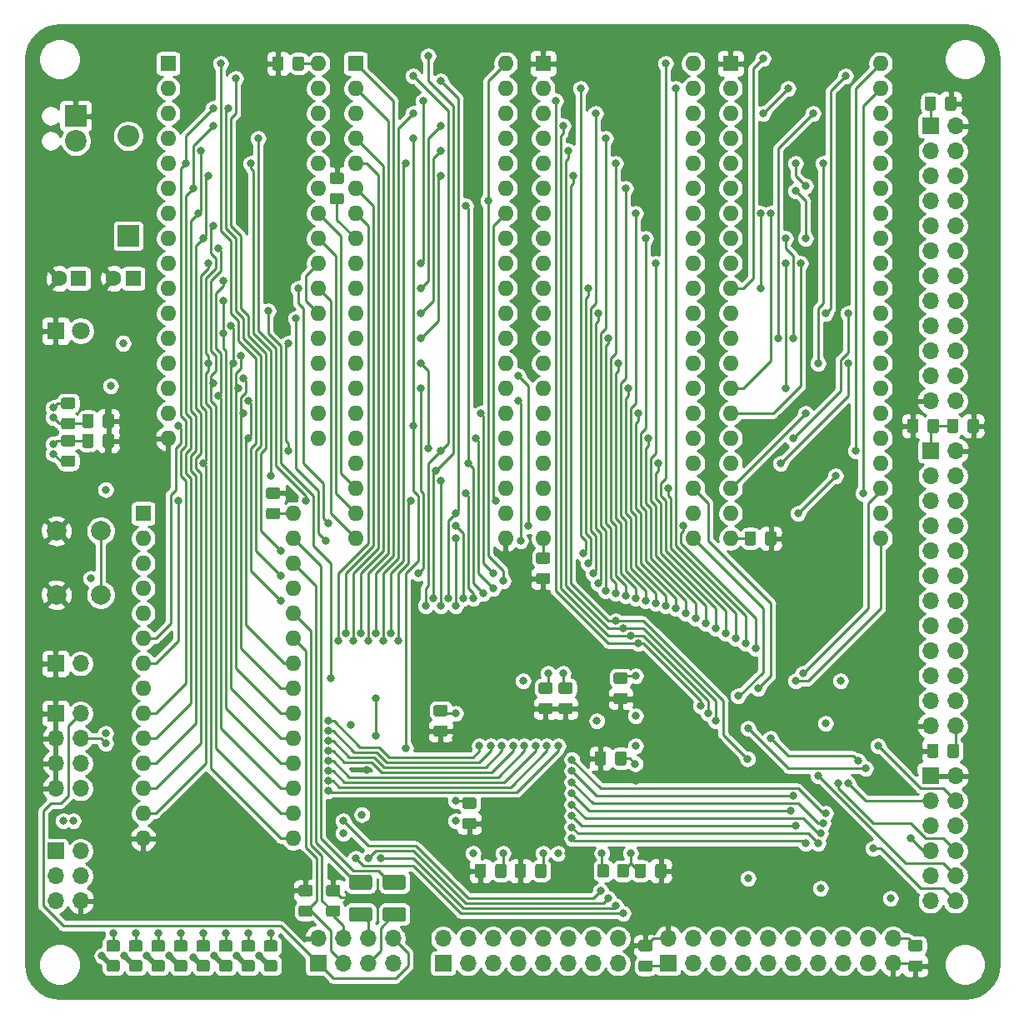
<source format=gbl>
%TF.GenerationSoftware,KiCad,Pcbnew,(5.1.10-1-10_14)*%
%TF.CreationDate,2021-08-10T22:16:19+10:00*%
%TF.ProjectId,pda6502v2,70646136-3530-4327-9632-2e6b69636164,rev?*%
%TF.SameCoordinates,Original*%
%TF.FileFunction,Copper,L4,Bot*%
%TF.FilePolarity,Positive*%
%FSLAX46Y46*%
G04 Gerber Fmt 4.6, Leading zero omitted, Abs format (unit mm)*
G04 Created by KiCad (PCBNEW (5.1.10-1-10_14)) date 2021-08-10 22:16:19*
%MOMM*%
%LPD*%
G01*
G04 APERTURE LIST*
%TA.AperFunction,ComponentPad*%
%ADD10C,2.200000*%
%TD*%
%TA.AperFunction,ComponentPad*%
%ADD11R,2.200000X2.200000*%
%TD*%
%TA.AperFunction,ComponentPad*%
%ADD12O,2.200000X2.200000*%
%TD*%
%TA.AperFunction,ComponentPad*%
%ADD13C,1.600000*%
%TD*%
%TA.AperFunction,ComponentPad*%
%ADD14R,1.600000X1.600000*%
%TD*%
%TA.AperFunction,ComponentPad*%
%ADD15C,1.800000*%
%TD*%
%TA.AperFunction,ComponentPad*%
%ADD16R,1.800000X1.800000*%
%TD*%
%TA.AperFunction,ComponentPad*%
%ADD17O,1.700000X1.700000*%
%TD*%
%TA.AperFunction,ComponentPad*%
%ADD18R,1.700000X1.700000*%
%TD*%
%TA.AperFunction,ComponentPad*%
%ADD19C,2.000000*%
%TD*%
%TA.AperFunction,ComponentPad*%
%ADD20O,1.600000X1.600000*%
%TD*%
%TA.AperFunction,ViaPad*%
%ADD21C,0.800000*%
%TD*%
%TA.AperFunction,Conductor*%
%ADD22C,0.250000*%
%TD*%
%TA.AperFunction,Conductor*%
%ADD23C,0.500000*%
%TD*%
%TA.AperFunction,Conductor*%
%ADD24C,0.254000*%
%TD*%
%TA.AperFunction,Conductor*%
%ADD25C,0.100000*%
%TD*%
G04 APERTURE END LIST*
%TO.P,C30,1*%
%TO.N,Net-(C30-Pad1)*%
%TA.AperFunction,SMDPad,CuDef*%
G36*
G01*
X131663000Y-126911000D02*
X133513000Y-126911000D01*
G75*
G02*
X133763000Y-127161000I0J-250000D01*
G01*
X133763000Y-128161000D01*
G75*
G02*
X133513000Y-128411000I-250000J0D01*
G01*
X131663000Y-128411000D01*
G75*
G02*
X131413000Y-128161000I0J250000D01*
G01*
X131413000Y-127161000D01*
G75*
G02*
X131663000Y-126911000I250000J0D01*
G01*
G37*
%TD.AperFunction*%
%TO.P,C30,2*%
%TO.N,/SID_IN*%
%TA.AperFunction,SMDPad,CuDef*%
G36*
G01*
X131663000Y-130161000D02*
X133513000Y-130161000D01*
G75*
G02*
X133763000Y-130411000I0J-250000D01*
G01*
X133763000Y-131411000D01*
G75*
G02*
X133513000Y-131661000I-250000J0D01*
G01*
X131663000Y-131661000D01*
G75*
G02*
X131413000Y-131411000I0J250000D01*
G01*
X131413000Y-130411000D01*
G75*
G02*
X131663000Y-130161000I250000J0D01*
G01*
G37*
%TD.AperFunction*%
%TD*%
%TO.P,C29,1*%
%TO.N,Net-(C29-Pad1)*%
%TA.AperFunction,SMDPad,CuDef*%
G36*
G01*
X135092000Y-126911000D02*
X136942000Y-126911000D01*
G75*
G02*
X137192000Y-127161000I0J-250000D01*
G01*
X137192000Y-128161000D01*
G75*
G02*
X136942000Y-128411000I-250000J0D01*
G01*
X135092000Y-128411000D01*
G75*
G02*
X134842000Y-128161000I0J250000D01*
G01*
X134842000Y-127161000D01*
G75*
G02*
X135092000Y-126911000I250000J0D01*
G01*
G37*
%TD.AperFunction*%
%TO.P,C29,2*%
%TO.N,/SID_OUT*%
%TA.AperFunction,SMDPad,CuDef*%
G36*
G01*
X135092000Y-130161000D02*
X136942000Y-130161000D01*
G75*
G02*
X137192000Y-130411000I0J-250000D01*
G01*
X137192000Y-131411000D01*
G75*
G02*
X136942000Y-131661000I-250000J0D01*
G01*
X135092000Y-131661000D01*
G75*
G02*
X134842000Y-131411000I0J250000D01*
G01*
X134842000Y-130411000D01*
G75*
G02*
X135092000Y-130161000I250000J0D01*
G01*
G37*
%TD.AperFunction*%
%TD*%
%TO.P,C31,1*%
%TO.N,/SID_Y*%
%TA.AperFunction,SMDPad,CuDef*%
G36*
G01*
X127475000Y-131165000D02*
X126525000Y-131165000D01*
G75*
G02*
X126275000Y-130915000I0J250000D01*
G01*
X126275000Y-130240000D01*
G75*
G02*
X126525000Y-129990000I250000J0D01*
G01*
X127475000Y-129990000D01*
G75*
G02*
X127725000Y-130240000I0J-250000D01*
G01*
X127725000Y-130915000D01*
G75*
G02*
X127475000Y-131165000I-250000J0D01*
G01*
G37*
%TD.AperFunction*%
%TO.P,C31,2*%
%TO.N,GND*%
%TA.AperFunction,SMDPad,CuDef*%
G36*
G01*
X127475000Y-129090000D02*
X126525000Y-129090000D01*
G75*
G02*
X126275000Y-128840000I0J250000D01*
G01*
X126275000Y-128165000D01*
G75*
G02*
X126525000Y-127915000I250000J0D01*
G01*
X127475000Y-127915000D01*
G75*
G02*
X127725000Y-128165000I0J-250000D01*
G01*
X127725000Y-128840000D01*
G75*
G02*
X127475000Y-129090000I-250000J0D01*
G01*
G37*
%TD.AperFunction*%
%TD*%
%TO.P,C28,1*%
%TO.N,/SID_X*%
%TA.AperFunction,SMDPad,CuDef*%
G36*
G01*
X130269000Y-131165000D02*
X129319000Y-131165000D01*
G75*
G02*
X129069000Y-130915000I0J250000D01*
G01*
X129069000Y-130240000D01*
G75*
G02*
X129319000Y-129990000I250000J0D01*
G01*
X130269000Y-129990000D01*
G75*
G02*
X130519000Y-130240000I0J-250000D01*
G01*
X130519000Y-130915000D01*
G75*
G02*
X130269000Y-131165000I-250000J0D01*
G01*
G37*
%TD.AperFunction*%
%TO.P,C28,2*%
%TO.N,GND*%
%TA.AperFunction,SMDPad,CuDef*%
G36*
G01*
X130269000Y-129090000D02*
X129319000Y-129090000D01*
G75*
G02*
X129069000Y-128840000I0J250000D01*
G01*
X129069000Y-128165000D01*
G75*
G02*
X129319000Y-127915000I250000J0D01*
G01*
X130269000Y-127915000D01*
G75*
G02*
X130519000Y-128165000I0J-250000D01*
G01*
X130519000Y-128840000D01*
G75*
G02*
X130269000Y-129090000I-250000J0D01*
G01*
G37*
%TD.AperFunction*%
%TD*%
%TO.P,C21,1*%
%TO.N,+1V2*%
%TA.AperFunction,SMDPad,CuDef*%
G36*
G01*
X104293000Y-83279000D02*
X104293000Y-82329000D01*
G75*
G02*
X104543000Y-82079000I250000J0D01*
G01*
X105218000Y-82079000D01*
G75*
G02*
X105468000Y-82329000I0J-250000D01*
G01*
X105468000Y-83279000D01*
G75*
G02*
X105218000Y-83529000I-250000J0D01*
G01*
X104543000Y-83529000D01*
G75*
G02*
X104293000Y-83279000I0J250000D01*
G01*
G37*
%TD.AperFunction*%
%TO.P,C21,2*%
%TO.N,GND*%
%TA.AperFunction,SMDPad,CuDef*%
G36*
G01*
X106368000Y-83279000D02*
X106368000Y-82329000D01*
G75*
G02*
X106618000Y-82079000I250000J0D01*
G01*
X107293000Y-82079000D01*
G75*
G02*
X107543000Y-82329000I0J-250000D01*
G01*
X107543000Y-83279000D01*
G75*
G02*
X107293000Y-83529000I-250000J0D01*
G01*
X106618000Y-83529000D01*
G75*
G02*
X106368000Y-83279000I0J250000D01*
G01*
G37*
%TD.AperFunction*%
%TD*%
%TO.P,C20,1*%
%TO.N,+2V5*%
%TA.AperFunction,SMDPad,CuDef*%
G36*
G01*
X104293000Y-81247000D02*
X104293000Y-80297000D01*
G75*
G02*
X104543000Y-80047000I250000J0D01*
G01*
X105218000Y-80047000D01*
G75*
G02*
X105468000Y-80297000I0J-250000D01*
G01*
X105468000Y-81247000D01*
G75*
G02*
X105218000Y-81497000I-250000J0D01*
G01*
X104543000Y-81497000D01*
G75*
G02*
X104293000Y-81247000I0J250000D01*
G01*
G37*
%TD.AperFunction*%
%TO.P,C20,2*%
%TO.N,GND*%
%TA.AperFunction,SMDPad,CuDef*%
G36*
G01*
X106368000Y-81247000D02*
X106368000Y-80297000D01*
G75*
G02*
X106618000Y-80047000I250000J0D01*
G01*
X107293000Y-80047000D01*
G75*
G02*
X107543000Y-80297000I0J-250000D01*
G01*
X107543000Y-81247000D01*
G75*
G02*
X107293000Y-81497000I-250000J0D01*
G01*
X106618000Y-81497000D01*
G75*
G02*
X106368000Y-81247000I0J250000D01*
G01*
G37*
%TD.AperFunction*%
%TD*%
%TO.P,C19,1*%
%TO.N,+1V2*%
%TA.AperFunction,SMDPad,CuDef*%
G36*
G01*
X102395000Y-82195000D02*
X103345000Y-82195000D01*
G75*
G02*
X103595000Y-82445000I0J-250000D01*
G01*
X103595000Y-83120000D01*
G75*
G02*
X103345000Y-83370000I-250000J0D01*
G01*
X102395000Y-83370000D01*
G75*
G02*
X102145000Y-83120000I0J250000D01*
G01*
X102145000Y-82445000D01*
G75*
G02*
X102395000Y-82195000I250000J0D01*
G01*
G37*
%TD.AperFunction*%
%TO.P,C19,2*%
%TO.N,Net-(C19-Pad2)*%
%TA.AperFunction,SMDPad,CuDef*%
G36*
G01*
X102395000Y-84270000D02*
X103345000Y-84270000D01*
G75*
G02*
X103595000Y-84520000I0J-250000D01*
G01*
X103595000Y-85195000D01*
G75*
G02*
X103345000Y-85445000I-250000J0D01*
G01*
X102395000Y-85445000D01*
G75*
G02*
X102145000Y-85195000I0J250000D01*
G01*
X102145000Y-84520000D01*
G75*
G02*
X102395000Y-84270000I250000J0D01*
G01*
G37*
%TD.AperFunction*%
%TD*%
%TO.P,C18,1*%
%TO.N,+2V5*%
%TA.AperFunction,SMDPad,CuDef*%
G36*
G01*
X103345000Y-81635000D02*
X102395000Y-81635000D01*
G75*
G02*
X102145000Y-81385000I0J250000D01*
G01*
X102145000Y-80710000D01*
G75*
G02*
X102395000Y-80460000I250000J0D01*
G01*
X103345000Y-80460000D01*
G75*
G02*
X103595000Y-80710000I0J-250000D01*
G01*
X103595000Y-81385000D01*
G75*
G02*
X103345000Y-81635000I-250000J0D01*
G01*
G37*
%TD.AperFunction*%
%TO.P,C18,2*%
%TO.N,Net-(C18-Pad2)*%
%TA.AperFunction,SMDPad,CuDef*%
G36*
G01*
X103345000Y-79560000D02*
X102395000Y-79560000D01*
G75*
G02*
X102145000Y-79310000I0J250000D01*
G01*
X102145000Y-78635000D01*
G75*
G02*
X102395000Y-78385000I250000J0D01*
G01*
X103345000Y-78385000D01*
G75*
G02*
X103595000Y-78635000I0J-250000D01*
G01*
X103595000Y-79310000D01*
G75*
G02*
X103345000Y-79560000I-250000J0D01*
G01*
G37*
%TD.AperFunction*%
%TD*%
%TO.P,C14,1*%
%TO.N,+3V3*%
%TA.AperFunction,SMDPad,CuDef*%
G36*
G01*
X159613000Y-114587000D02*
X159613000Y-115537000D01*
G75*
G02*
X159363000Y-115787000I-250000J0D01*
G01*
X158688000Y-115787000D01*
G75*
G02*
X158438000Y-115537000I0J250000D01*
G01*
X158438000Y-114587000D01*
G75*
G02*
X158688000Y-114337000I250000J0D01*
G01*
X159363000Y-114337000D01*
G75*
G02*
X159613000Y-114587000I0J-250000D01*
G01*
G37*
%TD.AperFunction*%
%TO.P,C14,2*%
%TO.N,GND*%
%TA.AperFunction,SMDPad,CuDef*%
G36*
G01*
X157538000Y-114587000D02*
X157538000Y-115537000D01*
G75*
G02*
X157288000Y-115787000I-250000J0D01*
G01*
X156613000Y-115787000D01*
G75*
G02*
X156363000Y-115537000I0J250000D01*
G01*
X156363000Y-114587000D01*
G75*
G02*
X156613000Y-114337000I250000J0D01*
G01*
X157288000Y-114337000D01*
G75*
G02*
X157538000Y-114587000I0J-250000D01*
G01*
G37*
%TD.AperFunction*%
%TD*%
%TO.P,C32,1*%
%TO.N,+1V2*%
%TA.AperFunction,SMDPad,CuDef*%
G36*
G01*
X151485000Y-126017000D02*
X151485000Y-126967000D01*
G75*
G02*
X151235000Y-127217000I-250000J0D01*
G01*
X150560000Y-127217000D01*
G75*
G02*
X150310000Y-126967000I0J250000D01*
G01*
X150310000Y-126017000D01*
G75*
G02*
X150560000Y-125767000I250000J0D01*
G01*
X151235000Y-125767000D01*
G75*
G02*
X151485000Y-126017000I0J-250000D01*
G01*
G37*
%TD.AperFunction*%
%TO.P,C32,2*%
%TO.N,GND*%
%TA.AperFunction,SMDPad,CuDef*%
G36*
G01*
X149410000Y-126017000D02*
X149410000Y-126967000D01*
G75*
G02*
X149160000Y-127217000I-250000J0D01*
G01*
X148485000Y-127217000D01*
G75*
G02*
X148235000Y-126967000I0J250000D01*
G01*
X148235000Y-126017000D01*
G75*
G02*
X148485000Y-125767000I250000J0D01*
G01*
X149160000Y-125767000D01*
G75*
G02*
X149410000Y-126017000I0J-250000D01*
G01*
G37*
%TD.AperFunction*%
%TD*%
%TO.P,C9,1*%
%TO.N,+5V*%
%TA.AperFunction,SMDPad,CuDef*%
G36*
G01*
X124173000Y-90779000D02*
X123223000Y-90779000D01*
G75*
G02*
X122973000Y-90529000I0J250000D01*
G01*
X122973000Y-89854000D01*
G75*
G02*
X123223000Y-89604000I250000J0D01*
G01*
X124173000Y-89604000D01*
G75*
G02*
X124423000Y-89854000I0J-250000D01*
G01*
X124423000Y-90529000D01*
G75*
G02*
X124173000Y-90779000I-250000J0D01*
G01*
G37*
%TD.AperFunction*%
%TO.P,C9,2*%
%TO.N,GND*%
%TA.AperFunction,SMDPad,CuDef*%
G36*
G01*
X124173000Y-88704000D02*
X123223000Y-88704000D01*
G75*
G02*
X122973000Y-88454000I0J250000D01*
G01*
X122973000Y-87779000D01*
G75*
G02*
X123223000Y-87529000I250000J0D01*
G01*
X124173000Y-87529000D01*
G75*
G02*
X124423000Y-87779000I0J-250000D01*
G01*
X124423000Y-88454000D01*
G75*
G02*
X124173000Y-88704000I-250000J0D01*
G01*
G37*
%TD.AperFunction*%
%TD*%
%TO.P,C27,1*%
%TO.N,+3V3*%
%TA.AperFunction,SMDPad,CuDef*%
G36*
G01*
X188501000Y-133503000D02*
X189451000Y-133503000D01*
G75*
G02*
X189701000Y-133753000I0J-250000D01*
G01*
X189701000Y-134428000D01*
G75*
G02*
X189451000Y-134678000I-250000J0D01*
G01*
X188501000Y-134678000D01*
G75*
G02*
X188251000Y-134428000I0J250000D01*
G01*
X188251000Y-133753000D01*
G75*
G02*
X188501000Y-133503000I250000J0D01*
G01*
G37*
%TD.AperFunction*%
%TO.P,C27,2*%
%TO.N,GND*%
%TA.AperFunction,SMDPad,CuDef*%
G36*
G01*
X188501000Y-135578000D02*
X189451000Y-135578000D01*
G75*
G02*
X189701000Y-135828000I0J-250000D01*
G01*
X189701000Y-136503000D01*
G75*
G02*
X189451000Y-136753000I-250000J0D01*
G01*
X188501000Y-136753000D01*
G75*
G02*
X188251000Y-136503000I0J250000D01*
G01*
X188251000Y-135828000D01*
G75*
G02*
X188501000Y-135578000I250000J0D01*
G01*
G37*
%TD.AperFunction*%
%TD*%
%TO.P,C26,1*%
%TO.N,GND*%
%TA.AperFunction,SMDPad,CuDef*%
G36*
G01*
X161069000Y-133503000D02*
X162019000Y-133503000D01*
G75*
G02*
X162269000Y-133753000I0J-250000D01*
G01*
X162269000Y-134428000D01*
G75*
G02*
X162019000Y-134678000I-250000J0D01*
G01*
X161069000Y-134678000D01*
G75*
G02*
X160819000Y-134428000I0J250000D01*
G01*
X160819000Y-133753000D01*
G75*
G02*
X161069000Y-133503000I250000J0D01*
G01*
G37*
%TD.AperFunction*%
%TO.P,C26,2*%
%TO.N,+3V3*%
%TA.AperFunction,SMDPad,CuDef*%
G36*
G01*
X161069000Y-135578000D02*
X162019000Y-135578000D01*
G75*
G02*
X162269000Y-135828000I0J-250000D01*
G01*
X162269000Y-136503000D01*
G75*
G02*
X162019000Y-136753000I-250000J0D01*
G01*
X161069000Y-136753000D01*
G75*
G02*
X160819000Y-136503000I0J250000D01*
G01*
X160819000Y-135828000D01*
G75*
G02*
X161069000Y-135578000I250000J0D01*
G01*
G37*
%TD.AperFunction*%
%TD*%
%TO.P,C25,1*%
%TO.N,+3V3*%
%TA.AperFunction,SMDPad,CuDef*%
G36*
G01*
X193395000Y-113825000D02*
X193395000Y-114775000D01*
G75*
G02*
X193145000Y-115025000I-250000J0D01*
G01*
X192470000Y-115025000D01*
G75*
G02*
X192220000Y-114775000I0J250000D01*
G01*
X192220000Y-113825000D01*
G75*
G02*
X192470000Y-113575000I250000J0D01*
G01*
X193145000Y-113575000D01*
G75*
G02*
X193395000Y-113825000I0J-250000D01*
G01*
G37*
%TD.AperFunction*%
%TO.P,C25,2*%
%TO.N,GND*%
%TA.AperFunction,SMDPad,CuDef*%
G36*
G01*
X191320000Y-113825000D02*
X191320000Y-114775000D01*
G75*
G02*
X191070000Y-115025000I-250000J0D01*
G01*
X190395000Y-115025000D01*
G75*
G02*
X190145000Y-114775000I0J250000D01*
G01*
X190145000Y-113825000D01*
G75*
G02*
X190395000Y-113575000I250000J0D01*
G01*
X191070000Y-113575000D01*
G75*
G02*
X191320000Y-113825000I0J-250000D01*
G01*
G37*
%TD.AperFunction*%
%TD*%
%TO.P,C7,1*%
%TO.N,GND*%
%TA.AperFunction,SMDPad,CuDef*%
G36*
G01*
X188113000Y-81755000D02*
X188113000Y-80805000D01*
G75*
G02*
X188363000Y-80555000I250000J0D01*
G01*
X189038000Y-80555000D01*
G75*
G02*
X189288000Y-80805000I0J-250000D01*
G01*
X189288000Y-81755000D01*
G75*
G02*
X189038000Y-82005000I-250000J0D01*
G01*
X188363000Y-82005000D01*
G75*
G02*
X188113000Y-81755000I0J250000D01*
G01*
G37*
%TD.AperFunction*%
%TO.P,C7,2*%
%TO.N,+3V3*%
%TA.AperFunction,SMDPad,CuDef*%
G36*
G01*
X190188000Y-81755000D02*
X190188000Y-80805000D01*
G75*
G02*
X190438000Y-80555000I250000J0D01*
G01*
X191113000Y-80555000D01*
G75*
G02*
X191363000Y-80805000I0J-250000D01*
G01*
X191363000Y-81755000D01*
G75*
G02*
X191113000Y-82005000I-250000J0D01*
G01*
X190438000Y-82005000D01*
G75*
G02*
X190188000Y-81755000I0J250000D01*
G01*
G37*
%TD.AperFunction*%
%TD*%
%TO.P,C6,1*%
%TO.N,+3V3*%
%TA.AperFunction,SMDPad,CuDef*%
G36*
G01*
X171603000Y-93185000D02*
X171603000Y-92235000D01*
G75*
G02*
X171853000Y-91985000I250000J0D01*
G01*
X172528000Y-91985000D01*
G75*
G02*
X172778000Y-92235000I0J-250000D01*
G01*
X172778000Y-93185000D01*
G75*
G02*
X172528000Y-93435000I-250000J0D01*
G01*
X171853000Y-93435000D01*
G75*
G02*
X171603000Y-93185000I0J250000D01*
G01*
G37*
%TD.AperFunction*%
%TO.P,C6,2*%
%TO.N,GND*%
%TA.AperFunction,SMDPad,CuDef*%
G36*
G01*
X173678000Y-93185000D02*
X173678000Y-92235000D01*
G75*
G02*
X173928000Y-91985000I250000J0D01*
G01*
X174603000Y-91985000D01*
G75*
G02*
X174853000Y-92235000I0J-250000D01*
G01*
X174853000Y-93185000D01*
G75*
G02*
X174603000Y-93435000I-250000J0D01*
G01*
X173928000Y-93435000D01*
G75*
G02*
X173678000Y-93185000I0J250000D01*
G01*
G37*
%TD.AperFunction*%
%TD*%
%TO.P,C24,1*%
%TO.N,+2V5*%
%TA.AperFunction,SMDPad,CuDef*%
G36*
G01*
X158529000Y-106325000D02*
X159479000Y-106325000D01*
G75*
G02*
X159729000Y-106575000I0J-250000D01*
G01*
X159729000Y-107250000D01*
G75*
G02*
X159479000Y-107500000I-250000J0D01*
G01*
X158529000Y-107500000D01*
G75*
G02*
X158279000Y-107250000I0J250000D01*
G01*
X158279000Y-106575000D01*
G75*
G02*
X158529000Y-106325000I250000J0D01*
G01*
G37*
%TD.AperFunction*%
%TO.P,C24,2*%
%TO.N,GND*%
%TA.AperFunction,SMDPad,CuDef*%
G36*
G01*
X158529000Y-108400000D02*
X159479000Y-108400000D01*
G75*
G02*
X159729000Y-108650000I0J-250000D01*
G01*
X159729000Y-109325000D01*
G75*
G02*
X159479000Y-109575000I-250000J0D01*
G01*
X158529000Y-109575000D01*
G75*
G02*
X158279000Y-109325000I0J250000D01*
G01*
X158279000Y-108650000D01*
G75*
G02*
X158529000Y-108400000I250000J0D01*
G01*
G37*
%TD.AperFunction*%
%TD*%
%TO.P,C23,1*%
%TO.N,+1V2*%
%TA.AperFunction,SMDPad,CuDef*%
G36*
G01*
X150909000Y-107341000D02*
X151859000Y-107341000D01*
G75*
G02*
X152109000Y-107591000I0J-250000D01*
G01*
X152109000Y-108266000D01*
G75*
G02*
X151859000Y-108516000I-250000J0D01*
G01*
X150909000Y-108516000D01*
G75*
G02*
X150659000Y-108266000I0J250000D01*
G01*
X150659000Y-107591000D01*
G75*
G02*
X150909000Y-107341000I250000J0D01*
G01*
G37*
%TD.AperFunction*%
%TO.P,C23,2*%
%TO.N,GND*%
%TA.AperFunction,SMDPad,CuDef*%
G36*
G01*
X150909000Y-109416000D02*
X151859000Y-109416000D01*
G75*
G02*
X152109000Y-109666000I0J-250000D01*
G01*
X152109000Y-110341000D01*
G75*
G02*
X151859000Y-110591000I-250000J0D01*
G01*
X150909000Y-110591000D01*
G75*
G02*
X150659000Y-110341000I0J250000D01*
G01*
X150659000Y-109666000D01*
G75*
G02*
X150909000Y-109416000I250000J0D01*
G01*
G37*
%TD.AperFunction*%
%TD*%
%TO.P,C22,1*%
%TO.N,+3V3*%
%TA.AperFunction,SMDPad,CuDef*%
G36*
G01*
X140241000Y-109627000D02*
X141191000Y-109627000D01*
G75*
G02*
X141441000Y-109877000I0J-250000D01*
G01*
X141441000Y-110552000D01*
G75*
G02*
X141191000Y-110802000I-250000J0D01*
G01*
X140241000Y-110802000D01*
G75*
G02*
X139991000Y-110552000I0J250000D01*
G01*
X139991000Y-109877000D01*
G75*
G02*
X140241000Y-109627000I250000J0D01*
G01*
G37*
%TD.AperFunction*%
%TO.P,C22,2*%
%TO.N,GND*%
%TA.AperFunction,SMDPad,CuDef*%
G36*
G01*
X140241000Y-111702000D02*
X141191000Y-111702000D01*
G75*
G02*
X141441000Y-111952000I0J-250000D01*
G01*
X141441000Y-112627000D01*
G75*
G02*
X141191000Y-112877000I-250000J0D01*
G01*
X140241000Y-112877000D01*
G75*
G02*
X139991000Y-112627000I0J250000D01*
G01*
X139991000Y-111952000D01*
G75*
G02*
X140241000Y-111702000I250000J0D01*
G01*
G37*
%TD.AperFunction*%
%TD*%
%TO.P,C17,1*%
%TO.N,+3V3*%
%TA.AperFunction,SMDPad,CuDef*%
G36*
G01*
X160427000Y-126967000D02*
X160427000Y-126017000D01*
G75*
G02*
X160677000Y-125767000I250000J0D01*
G01*
X161352000Y-125767000D01*
G75*
G02*
X161602000Y-126017000I0J-250000D01*
G01*
X161602000Y-126967000D01*
G75*
G02*
X161352000Y-127217000I-250000J0D01*
G01*
X160677000Y-127217000D01*
G75*
G02*
X160427000Y-126967000I0J250000D01*
G01*
G37*
%TD.AperFunction*%
%TO.P,C17,2*%
%TO.N,GND*%
%TA.AperFunction,SMDPad,CuDef*%
G36*
G01*
X162502000Y-126967000D02*
X162502000Y-126017000D01*
G75*
G02*
X162752000Y-125767000I250000J0D01*
G01*
X163427000Y-125767000D01*
G75*
G02*
X163677000Y-126017000I0J-250000D01*
G01*
X163677000Y-126967000D01*
G75*
G02*
X163427000Y-127217000I-250000J0D01*
G01*
X162752000Y-127217000D01*
G75*
G02*
X162502000Y-126967000I0J250000D01*
G01*
G37*
%TD.AperFunction*%
%TD*%
%TO.P,C16,1*%
%TO.N,+1V2*%
%TA.AperFunction,SMDPad,CuDef*%
G36*
G01*
X143162000Y-119025000D02*
X144112000Y-119025000D01*
G75*
G02*
X144362000Y-119275000I0J-250000D01*
G01*
X144362000Y-119950000D01*
G75*
G02*
X144112000Y-120200000I-250000J0D01*
G01*
X143162000Y-120200000D01*
G75*
G02*
X142912000Y-119950000I0J250000D01*
G01*
X142912000Y-119275000D01*
G75*
G02*
X143162000Y-119025000I250000J0D01*
G01*
G37*
%TD.AperFunction*%
%TO.P,C16,2*%
%TO.N,GND*%
%TA.AperFunction,SMDPad,CuDef*%
G36*
G01*
X143162000Y-121100000D02*
X144112000Y-121100000D01*
G75*
G02*
X144362000Y-121350000I0J-250000D01*
G01*
X144362000Y-122025000D01*
G75*
G02*
X144112000Y-122275000I-250000J0D01*
G01*
X143162000Y-122275000D01*
G75*
G02*
X142912000Y-122025000I0J250000D01*
G01*
X142912000Y-121350000D01*
G75*
G02*
X143162000Y-121100000I250000J0D01*
G01*
G37*
%TD.AperFunction*%
%TD*%
%TO.P,C15,1*%
%TO.N,+3V3*%
%TA.AperFunction,SMDPad,CuDef*%
G36*
G01*
X147421000Y-126017000D02*
X147421000Y-126967000D01*
G75*
G02*
X147171000Y-127217000I-250000J0D01*
G01*
X146496000Y-127217000D01*
G75*
G02*
X146246000Y-126967000I0J250000D01*
G01*
X146246000Y-126017000D01*
G75*
G02*
X146496000Y-125767000I250000J0D01*
G01*
X147171000Y-125767000D01*
G75*
G02*
X147421000Y-126017000I0J-250000D01*
G01*
G37*
%TD.AperFunction*%
%TO.P,C15,2*%
%TO.N,GND*%
%TA.AperFunction,SMDPad,CuDef*%
G36*
G01*
X145346000Y-126017000D02*
X145346000Y-126967000D01*
G75*
G02*
X145096000Y-127217000I-250000J0D01*
G01*
X144421000Y-127217000D01*
G75*
G02*
X144171000Y-126967000I0J250000D01*
G01*
X144171000Y-126017000D01*
G75*
G02*
X144421000Y-125767000I250000J0D01*
G01*
X145096000Y-125767000D01*
G75*
G02*
X145346000Y-126017000I0J-250000D01*
G01*
G37*
%TD.AperFunction*%
%TD*%
%TO.P,C11,1*%
%TO.N,+3V3*%
%TA.AperFunction,SMDPad,CuDef*%
G36*
G01*
X152941000Y-107341000D02*
X153891000Y-107341000D01*
G75*
G02*
X154141000Y-107591000I0J-250000D01*
G01*
X154141000Y-108266000D01*
G75*
G02*
X153891000Y-108516000I-250000J0D01*
G01*
X152941000Y-108516000D01*
G75*
G02*
X152691000Y-108266000I0J250000D01*
G01*
X152691000Y-107591000D01*
G75*
G02*
X152941000Y-107341000I250000J0D01*
G01*
G37*
%TD.AperFunction*%
%TO.P,C11,2*%
%TO.N,GND*%
%TA.AperFunction,SMDPad,CuDef*%
G36*
G01*
X152941000Y-109416000D02*
X153891000Y-109416000D01*
G75*
G02*
X154141000Y-109666000I0J-250000D01*
G01*
X154141000Y-110341000D01*
G75*
G02*
X153891000Y-110591000I-250000J0D01*
G01*
X152941000Y-110591000D01*
G75*
G02*
X152691000Y-110341000I0J250000D01*
G01*
X152691000Y-109666000D01*
G75*
G02*
X152941000Y-109416000I250000J0D01*
G01*
G37*
%TD.AperFunction*%
%TD*%
%TO.P,C8,1*%
%TO.N,+3V3*%
%TA.AperFunction,SMDPad,CuDef*%
G36*
G01*
X192177000Y-81755000D02*
X192177000Y-80805000D01*
G75*
G02*
X192427000Y-80555000I250000J0D01*
G01*
X193102000Y-80555000D01*
G75*
G02*
X193352000Y-80805000I0J-250000D01*
G01*
X193352000Y-81755000D01*
G75*
G02*
X193102000Y-82005000I-250000J0D01*
G01*
X192427000Y-82005000D01*
G75*
G02*
X192177000Y-81755000I0J250000D01*
G01*
G37*
%TD.AperFunction*%
%TO.P,C8,2*%
%TO.N,GND*%
%TA.AperFunction,SMDPad,CuDef*%
G36*
G01*
X194252000Y-81755000D02*
X194252000Y-80805000D01*
G75*
G02*
X194502000Y-80555000I250000J0D01*
G01*
X195177000Y-80555000D01*
G75*
G02*
X195427000Y-80805000I0J-250000D01*
G01*
X195427000Y-81755000D01*
G75*
G02*
X195177000Y-82005000I-250000J0D01*
G01*
X194502000Y-82005000D01*
G75*
G02*
X194252000Y-81755000I0J250000D01*
G01*
G37*
%TD.AperFunction*%
%TD*%
%TO.P,C5,1*%
%TO.N,GND*%
%TA.AperFunction,SMDPad,CuDef*%
G36*
G01*
X193141000Y-48039000D02*
X193141000Y-48989000D01*
G75*
G02*
X192891000Y-49239000I-250000J0D01*
G01*
X192216000Y-49239000D01*
G75*
G02*
X191966000Y-48989000I0J250000D01*
G01*
X191966000Y-48039000D01*
G75*
G02*
X192216000Y-47789000I250000J0D01*
G01*
X192891000Y-47789000D01*
G75*
G02*
X193141000Y-48039000I0J-250000D01*
G01*
G37*
%TD.AperFunction*%
%TO.P,C5,2*%
%TO.N,+3V3*%
%TA.AperFunction,SMDPad,CuDef*%
G36*
G01*
X191066000Y-48039000D02*
X191066000Y-48989000D01*
G75*
G02*
X190816000Y-49239000I-250000J0D01*
G01*
X190141000Y-49239000D01*
G75*
G02*
X189891000Y-48989000I0J250000D01*
G01*
X189891000Y-48039000D01*
G75*
G02*
X190141000Y-47789000I250000J0D01*
G01*
X190816000Y-47789000D01*
G75*
G02*
X191066000Y-48039000I0J-250000D01*
G01*
G37*
%TD.AperFunction*%
%TD*%
%TO.P,C4,1*%
%TO.N,+3V3*%
%TA.AperFunction,SMDPad,CuDef*%
G36*
G01*
X126847000Y-43975000D02*
X126847000Y-44925000D01*
G75*
G02*
X126597000Y-45175000I-250000J0D01*
G01*
X125922000Y-45175000D01*
G75*
G02*
X125672000Y-44925000I0J250000D01*
G01*
X125672000Y-43975000D01*
G75*
G02*
X125922000Y-43725000I250000J0D01*
G01*
X126597000Y-43725000D01*
G75*
G02*
X126847000Y-43975000I0J-250000D01*
G01*
G37*
%TD.AperFunction*%
%TO.P,C4,2*%
%TO.N,GND*%
%TA.AperFunction,SMDPad,CuDef*%
G36*
G01*
X124772000Y-43975000D02*
X124772000Y-44925000D01*
G75*
G02*
X124522000Y-45175000I-250000J0D01*
G01*
X123847000Y-45175000D01*
G75*
G02*
X123597000Y-44925000I0J250000D01*
G01*
X123597000Y-43975000D01*
G75*
G02*
X123847000Y-43725000I250000J0D01*
G01*
X124522000Y-43725000D01*
G75*
G02*
X124772000Y-43975000I0J-250000D01*
G01*
G37*
%TD.AperFunction*%
%TD*%
%TO.P,C2,1*%
%TO.N,+3V3*%
%TA.AperFunction,SMDPad,CuDef*%
G36*
G01*
X150655000Y-94133000D02*
X151605000Y-94133000D01*
G75*
G02*
X151855000Y-94383000I0J-250000D01*
G01*
X151855000Y-95058000D01*
G75*
G02*
X151605000Y-95308000I-250000J0D01*
G01*
X150655000Y-95308000D01*
G75*
G02*
X150405000Y-95058000I0J250000D01*
G01*
X150405000Y-94383000D01*
G75*
G02*
X150655000Y-94133000I250000J0D01*
G01*
G37*
%TD.AperFunction*%
%TO.P,C2,2*%
%TO.N,GND*%
%TA.AperFunction,SMDPad,CuDef*%
G36*
G01*
X150655000Y-96208000D02*
X151605000Y-96208000D01*
G75*
G02*
X151855000Y-96458000I0J-250000D01*
G01*
X151855000Y-97133000D01*
G75*
G02*
X151605000Y-97383000I-250000J0D01*
G01*
X150655000Y-97383000D01*
G75*
G02*
X150405000Y-97133000I0J250000D01*
G01*
X150405000Y-96458000D01*
G75*
G02*
X150655000Y-96208000I250000J0D01*
G01*
G37*
%TD.AperFunction*%
%TD*%
%TO.P,C1,1*%
%TO.N,+3V3*%
%TA.AperFunction,SMDPad,CuDef*%
G36*
G01*
X130650000Y-58775000D02*
X129700000Y-58775000D01*
G75*
G02*
X129450000Y-58525000I0J250000D01*
G01*
X129450000Y-57850000D01*
G75*
G02*
X129700000Y-57600000I250000J0D01*
G01*
X130650000Y-57600000D01*
G75*
G02*
X130900000Y-57850000I0J-250000D01*
G01*
X130900000Y-58525000D01*
G75*
G02*
X130650000Y-58775000I-250000J0D01*
G01*
G37*
%TD.AperFunction*%
%TO.P,C1,2*%
%TO.N,GND*%
%TA.AperFunction,SMDPad,CuDef*%
G36*
G01*
X130650000Y-56700000D02*
X129700000Y-56700000D01*
G75*
G02*
X129450000Y-56450000I0J250000D01*
G01*
X129450000Y-55775000D01*
G75*
G02*
X129700000Y-55525000I250000J0D01*
G01*
X130650000Y-55525000D01*
G75*
G02*
X130900000Y-55775000I0J-250000D01*
G01*
X130900000Y-56450000D01*
G75*
G02*
X130650000Y-56700000I-250000J0D01*
G01*
G37*
%TD.AperFunction*%
%TD*%
D10*
%TO.P,J4,2*%
%TO.N,Net-(D1-Pad2)*%
X103632000Y-52324000D03*
D11*
%TO.P,J4,1*%
%TO.N,GND*%
X103632000Y-49784000D03*
%TD*%
%TO.P,D1,1*%
%TO.N,+5V*%
X108966000Y-61976000D03*
D12*
%TO.P,D1,2*%
%TO.N,Net-(D1-Pad2)*%
X108966000Y-51816000D03*
%TD*%
D13*
%TO.P,C13,2*%
%TO.N,GND*%
X101918000Y-66294000D03*
D14*
%TO.P,C13,1*%
%TO.N,+3V3*%
X103918000Y-66294000D03*
%TD*%
D13*
%TO.P,C12,2*%
%TO.N,GND*%
X107474000Y-66294000D03*
D14*
%TO.P,C12,1*%
%TO.N,+5V*%
X109474000Y-66294000D03*
%TD*%
D15*
%TO.P,D2,2*%
%TO.N,Net-(D2-Pad2)*%
X104140000Y-71628000D03*
D16*
%TO.P,D2,1*%
%TO.N,GND*%
X101600000Y-71628000D03*
%TD*%
D17*
%TO.P,SW2,2*%
%TO.N,/~RESET*%
X104140000Y-105410000D03*
D18*
%TO.P,SW2,1*%
%TO.N,GND*%
X101600000Y-105410000D03*
%TD*%
%TO.P,R36,2*%
%TO.N,/BLINKEN7*%
%TA.AperFunction,SMDPad,CuDef*%
G36*
G01*
X123894001Y-134728000D02*
X122993999Y-134728000D01*
G75*
G02*
X122744000Y-134478001I0J249999D01*
G01*
X122744000Y-133777999D01*
G75*
G02*
X122993999Y-133528000I249999J0D01*
G01*
X123894001Y-133528000D01*
G75*
G02*
X124144000Y-133777999I0J-249999D01*
G01*
X124144000Y-134478001D01*
G75*
G02*
X123894001Y-134728000I-249999J0D01*
G01*
G37*
%TD.AperFunction*%
%TO.P,R36,1*%
%TO.N,Net-(D10-Pad2)*%
%TA.AperFunction,SMDPad,CuDef*%
G36*
G01*
X123894001Y-136728000D02*
X122993999Y-136728000D01*
G75*
G02*
X122744000Y-136478001I0J249999D01*
G01*
X122744000Y-135777999D01*
G75*
G02*
X122993999Y-135528000I249999J0D01*
G01*
X123894001Y-135528000D01*
G75*
G02*
X124144000Y-135777999I0J-249999D01*
G01*
X124144000Y-136478001D01*
G75*
G02*
X123894001Y-136728000I-249999J0D01*
G01*
G37*
%TD.AperFunction*%
%TD*%
%TO.P,R35,2*%
%TO.N,/BLINKEN6*%
%TA.AperFunction,SMDPad,CuDef*%
G36*
G01*
X121608001Y-134728000D02*
X120707999Y-134728000D01*
G75*
G02*
X120458000Y-134478001I0J249999D01*
G01*
X120458000Y-133777999D01*
G75*
G02*
X120707999Y-133528000I249999J0D01*
G01*
X121608001Y-133528000D01*
G75*
G02*
X121858000Y-133777999I0J-249999D01*
G01*
X121858000Y-134478001D01*
G75*
G02*
X121608001Y-134728000I-249999J0D01*
G01*
G37*
%TD.AperFunction*%
%TO.P,R35,1*%
%TO.N,Net-(D9-Pad2)*%
%TA.AperFunction,SMDPad,CuDef*%
G36*
G01*
X121608001Y-136728000D02*
X120707999Y-136728000D01*
G75*
G02*
X120458000Y-136478001I0J249999D01*
G01*
X120458000Y-135777999D01*
G75*
G02*
X120707999Y-135528000I249999J0D01*
G01*
X121608001Y-135528000D01*
G75*
G02*
X121858000Y-135777999I0J-249999D01*
G01*
X121858000Y-136478001D01*
G75*
G02*
X121608001Y-136728000I-249999J0D01*
G01*
G37*
%TD.AperFunction*%
%TD*%
%TO.P,R34,2*%
%TO.N,/BLINKEN5*%
%TA.AperFunction,SMDPad,CuDef*%
G36*
G01*
X119322001Y-134728000D02*
X118421999Y-134728000D01*
G75*
G02*
X118172000Y-134478001I0J249999D01*
G01*
X118172000Y-133777999D01*
G75*
G02*
X118421999Y-133528000I249999J0D01*
G01*
X119322001Y-133528000D01*
G75*
G02*
X119572000Y-133777999I0J-249999D01*
G01*
X119572000Y-134478001D01*
G75*
G02*
X119322001Y-134728000I-249999J0D01*
G01*
G37*
%TD.AperFunction*%
%TO.P,R34,1*%
%TO.N,Net-(D8-Pad2)*%
%TA.AperFunction,SMDPad,CuDef*%
G36*
G01*
X119322001Y-136728000D02*
X118421999Y-136728000D01*
G75*
G02*
X118172000Y-136478001I0J249999D01*
G01*
X118172000Y-135777999D01*
G75*
G02*
X118421999Y-135528000I249999J0D01*
G01*
X119322001Y-135528000D01*
G75*
G02*
X119572000Y-135777999I0J-249999D01*
G01*
X119572000Y-136478001D01*
G75*
G02*
X119322001Y-136728000I-249999J0D01*
G01*
G37*
%TD.AperFunction*%
%TD*%
%TO.P,R33,2*%
%TO.N,/BLINKEN4*%
%TA.AperFunction,SMDPad,CuDef*%
G36*
G01*
X117036001Y-134728000D02*
X116135999Y-134728000D01*
G75*
G02*
X115886000Y-134478001I0J249999D01*
G01*
X115886000Y-133777999D01*
G75*
G02*
X116135999Y-133528000I249999J0D01*
G01*
X117036001Y-133528000D01*
G75*
G02*
X117286000Y-133777999I0J-249999D01*
G01*
X117286000Y-134478001D01*
G75*
G02*
X117036001Y-134728000I-249999J0D01*
G01*
G37*
%TD.AperFunction*%
%TO.P,R33,1*%
%TO.N,Net-(D7-Pad2)*%
%TA.AperFunction,SMDPad,CuDef*%
G36*
G01*
X117036001Y-136728000D02*
X116135999Y-136728000D01*
G75*
G02*
X115886000Y-136478001I0J249999D01*
G01*
X115886000Y-135777999D01*
G75*
G02*
X116135999Y-135528000I249999J0D01*
G01*
X117036001Y-135528000D01*
G75*
G02*
X117286000Y-135777999I0J-249999D01*
G01*
X117286000Y-136478001D01*
G75*
G02*
X117036001Y-136728000I-249999J0D01*
G01*
G37*
%TD.AperFunction*%
%TD*%
%TO.P,R32,2*%
%TO.N,/BLINKEN3*%
%TA.AperFunction,SMDPad,CuDef*%
G36*
G01*
X114750001Y-134728000D02*
X113849999Y-134728000D01*
G75*
G02*
X113600000Y-134478001I0J249999D01*
G01*
X113600000Y-133777999D01*
G75*
G02*
X113849999Y-133528000I249999J0D01*
G01*
X114750001Y-133528000D01*
G75*
G02*
X115000000Y-133777999I0J-249999D01*
G01*
X115000000Y-134478001D01*
G75*
G02*
X114750001Y-134728000I-249999J0D01*
G01*
G37*
%TD.AperFunction*%
%TO.P,R32,1*%
%TO.N,Net-(D6-Pad2)*%
%TA.AperFunction,SMDPad,CuDef*%
G36*
G01*
X114750001Y-136728000D02*
X113849999Y-136728000D01*
G75*
G02*
X113600000Y-136478001I0J249999D01*
G01*
X113600000Y-135777999D01*
G75*
G02*
X113849999Y-135528000I249999J0D01*
G01*
X114750001Y-135528000D01*
G75*
G02*
X115000000Y-135777999I0J-249999D01*
G01*
X115000000Y-136478001D01*
G75*
G02*
X114750001Y-136728000I-249999J0D01*
G01*
G37*
%TD.AperFunction*%
%TD*%
%TO.P,R31,2*%
%TO.N,/BLINKEN2*%
%TA.AperFunction,SMDPad,CuDef*%
G36*
G01*
X112464001Y-134728000D02*
X111563999Y-134728000D01*
G75*
G02*
X111314000Y-134478001I0J249999D01*
G01*
X111314000Y-133777999D01*
G75*
G02*
X111563999Y-133528000I249999J0D01*
G01*
X112464001Y-133528000D01*
G75*
G02*
X112714000Y-133777999I0J-249999D01*
G01*
X112714000Y-134478001D01*
G75*
G02*
X112464001Y-134728000I-249999J0D01*
G01*
G37*
%TD.AperFunction*%
%TO.P,R31,1*%
%TO.N,Net-(D5-Pad2)*%
%TA.AperFunction,SMDPad,CuDef*%
G36*
G01*
X112464001Y-136728000D02*
X111563999Y-136728000D01*
G75*
G02*
X111314000Y-136478001I0J249999D01*
G01*
X111314000Y-135777999D01*
G75*
G02*
X111563999Y-135528000I249999J0D01*
G01*
X112464001Y-135528000D01*
G75*
G02*
X112714000Y-135777999I0J-249999D01*
G01*
X112714000Y-136478001D01*
G75*
G02*
X112464001Y-136728000I-249999J0D01*
G01*
G37*
%TD.AperFunction*%
%TD*%
%TO.P,R30,2*%
%TO.N,/BLINKEN1*%
%TA.AperFunction,SMDPad,CuDef*%
G36*
G01*
X110178001Y-134728000D02*
X109277999Y-134728000D01*
G75*
G02*
X109028000Y-134478001I0J249999D01*
G01*
X109028000Y-133777999D01*
G75*
G02*
X109277999Y-133528000I249999J0D01*
G01*
X110178001Y-133528000D01*
G75*
G02*
X110428000Y-133777999I0J-249999D01*
G01*
X110428000Y-134478001D01*
G75*
G02*
X110178001Y-134728000I-249999J0D01*
G01*
G37*
%TD.AperFunction*%
%TO.P,R30,1*%
%TO.N,Net-(D4-Pad2)*%
%TA.AperFunction,SMDPad,CuDef*%
G36*
G01*
X110178001Y-136728000D02*
X109277999Y-136728000D01*
G75*
G02*
X109028000Y-136478001I0J249999D01*
G01*
X109028000Y-135777999D01*
G75*
G02*
X109277999Y-135528000I249999J0D01*
G01*
X110178001Y-135528000D01*
G75*
G02*
X110428000Y-135777999I0J-249999D01*
G01*
X110428000Y-136478001D01*
G75*
G02*
X110178001Y-136728000I-249999J0D01*
G01*
G37*
%TD.AperFunction*%
%TD*%
%TO.P,R29,2*%
%TO.N,/BLINKEN0*%
%TA.AperFunction,SMDPad,CuDef*%
G36*
G01*
X107892001Y-134728000D02*
X106991999Y-134728000D01*
G75*
G02*
X106742000Y-134478001I0J249999D01*
G01*
X106742000Y-133777999D01*
G75*
G02*
X106991999Y-133528000I249999J0D01*
G01*
X107892001Y-133528000D01*
G75*
G02*
X108142000Y-133777999I0J-249999D01*
G01*
X108142000Y-134478001D01*
G75*
G02*
X107892001Y-134728000I-249999J0D01*
G01*
G37*
%TD.AperFunction*%
%TO.P,R29,1*%
%TO.N,Net-(D3-Pad2)*%
%TA.AperFunction,SMDPad,CuDef*%
G36*
G01*
X107892001Y-136728000D02*
X106991999Y-136728000D01*
G75*
G02*
X106742000Y-136478001I0J249999D01*
G01*
X106742000Y-135777999D01*
G75*
G02*
X106991999Y-135528000I249999J0D01*
G01*
X107892001Y-135528000D01*
G75*
G02*
X108142000Y-135777999I0J-249999D01*
G01*
X108142000Y-136478001D01*
G75*
G02*
X107892001Y-136728000I-249999J0D01*
G01*
G37*
%TD.AperFunction*%
%TD*%
%TO.P,R23,2*%
%TO.N,+3V3*%
%TA.AperFunction,SMDPad,CuDef*%
G36*
G01*
X158642000Y-126942001D02*
X158642000Y-126041999D01*
G75*
G02*
X158891999Y-125792000I249999J0D01*
G01*
X159592001Y-125792000D01*
G75*
G02*
X159842000Y-126041999I0J-249999D01*
G01*
X159842000Y-126942001D01*
G75*
G02*
X159592001Y-127192000I-249999J0D01*
G01*
X158891999Y-127192000D01*
G75*
G02*
X158642000Y-126942001I0J249999D01*
G01*
G37*
%TD.AperFunction*%
%TO.P,R23,1*%
%TO.N,/~RESET*%
%TA.AperFunction,SMDPad,CuDef*%
G36*
G01*
X156642000Y-126942001D02*
X156642000Y-126041999D01*
G75*
G02*
X156891999Y-125792000I249999J0D01*
G01*
X157592001Y-125792000D01*
G75*
G02*
X157842000Y-126041999I0J-249999D01*
G01*
X157842000Y-126942001D01*
G75*
G02*
X157592001Y-127192000I-249999J0D01*
G01*
X156891999Y-127192000D01*
G75*
G02*
X156642000Y-126942001I0J249999D01*
G01*
G37*
%TD.AperFunction*%
%TD*%
D19*
%TO.P,SW1,1*%
%TO.N,/~RESET*%
X106172000Y-98448000D03*
%TO.P,SW1,2*%
%TO.N,GND*%
X101672000Y-98448000D03*
%TO.P,SW1,1*%
%TO.N,/~RESET*%
X106172000Y-91948000D03*
%TO.P,SW1,2*%
%TO.N,GND*%
X101672000Y-91948000D03*
%TD*%
D14*
%TO.P,U5,1*%
%TO.N,/A18*%
X113030000Y-44450000D03*
D20*
%TO.P,U5,17*%
%TO.N,/D7*%
X128270000Y-82550000D03*
%TO.P,U5,2*%
%TO.N,/A16*%
X113030000Y-46990000D03*
%TO.P,U5,18*%
%TO.N,/D6*%
X128270000Y-80010000D03*
%TO.P,U5,3*%
%TO.N,/A14*%
X113030000Y-49530000D03*
%TO.P,U5,19*%
%TO.N,/D5*%
X128270000Y-77470000D03*
%TO.P,U5,4*%
%TO.N,/A12*%
X113030000Y-52070000D03*
%TO.P,U5,20*%
%TO.N,/D4*%
X128270000Y-74930000D03*
%TO.P,U5,5*%
%TO.N,/A0*%
X113030000Y-54610000D03*
%TO.P,U5,21*%
%TO.N,/D3*%
X128270000Y-72390000D03*
%TO.P,U5,6*%
%TO.N,/A1*%
X113030000Y-57150000D03*
%TO.P,U5,22*%
%TO.N,/RAM_~CS*%
X128270000Y-69850000D03*
%TO.P,U5,7*%
%TO.N,/A2*%
X113030000Y-59690000D03*
%TO.P,U5,23*%
%TO.N,/A11*%
X128270000Y-67310000D03*
%TO.P,U5,8*%
%TO.N,/A3*%
X113030000Y-62230000D03*
%TO.P,U5,24*%
%TO.N,/RAM_~CS*%
X128270000Y-64770000D03*
%TO.P,U5,9*%
%TO.N,/A4*%
X113030000Y-64770000D03*
%TO.P,U5,25*%
%TO.N,/A10*%
X128270000Y-62230000D03*
%TO.P,U5,10*%
%TO.N,/A5*%
X113030000Y-67310000D03*
%TO.P,U5,26*%
%TO.N,/A9*%
X128270000Y-59690000D03*
%TO.P,U5,11*%
%TO.N,/A6*%
X113030000Y-69850000D03*
%TO.P,U5,27*%
%TO.N,/A8*%
X128270000Y-57150000D03*
%TO.P,U5,12*%
%TO.N,/A7*%
X113030000Y-72390000D03*
%TO.P,U5,28*%
%TO.N,/A13*%
X128270000Y-54610000D03*
%TO.P,U5,13*%
%TO.N,/D0*%
X113030000Y-74930000D03*
%TO.P,U5,29*%
%TO.N,/R~W*%
X128270000Y-52070000D03*
%TO.P,U5,14*%
%TO.N,/D1*%
X113030000Y-77470000D03*
%TO.P,U5,30*%
%TO.N,/A17*%
X128270000Y-49530000D03*
%TO.P,U5,15*%
%TO.N,/D2*%
X113030000Y-80010000D03*
%TO.P,U5,31*%
%TO.N,/A15*%
X128270000Y-46990000D03*
%TO.P,U5,16*%
%TO.N,GND*%
X113030000Y-82550000D03*
%TO.P,U5,32*%
%TO.N,+3V3*%
X128270000Y-44450000D03*
%TD*%
D14*
%TO.P,U3,1*%
%TO.N,GND*%
X170180000Y-44450000D03*
D20*
%TO.P,U3,21*%
%TO.N,/VIA1_~IRQ*%
X185420000Y-92710000D03*
%TO.P,U3,2*%
%TO.N,/GPIO1A0*%
X170180000Y-46990000D03*
%TO.P,U3,22*%
%TO.N,/R~W*%
X185420000Y-90170000D03*
%TO.P,U3,3*%
%TO.N,/GPIO1A1*%
X170180000Y-49530000D03*
%TO.P,U3,23*%
%TO.N,/VIA1_~CS*%
X185420000Y-87630000D03*
%TO.P,U3,4*%
%TO.N,/GPIO1A2*%
X170180000Y-52070000D03*
%TO.P,U3,24*%
%TO.N,+3V3*%
X185420000Y-85090000D03*
%TO.P,U3,5*%
%TO.N,/GPIO1A3*%
X170180000Y-54610000D03*
%TO.P,U3,25*%
%TO.N,/CLOCK*%
X185420000Y-82550000D03*
%TO.P,U3,6*%
%TO.N,/GPIO1A4*%
X170180000Y-57150000D03*
%TO.P,U3,26*%
%TO.N,/D7*%
X185420000Y-80010000D03*
%TO.P,U3,7*%
%TO.N,/GPIO1A5*%
X170180000Y-59690000D03*
%TO.P,U3,27*%
%TO.N,/D6*%
X185420000Y-77470000D03*
%TO.P,U3,8*%
%TO.N,/GPIO1A6*%
X170180000Y-62230000D03*
%TO.P,U3,28*%
%TO.N,/D5*%
X185420000Y-74930000D03*
%TO.P,U3,9*%
%TO.N,/GPIO1A7*%
X170180000Y-64770000D03*
%TO.P,U3,29*%
%TO.N,/D4*%
X185420000Y-72390000D03*
%TO.P,U3,10*%
%TO.N,/GPIO1B0*%
X170180000Y-67310000D03*
%TO.P,U3,30*%
%TO.N,/D3*%
X185420000Y-69850000D03*
%TO.P,U3,11*%
%TO.N,/GPIO1B1*%
X170180000Y-69850000D03*
%TO.P,U3,31*%
%TO.N,/D2*%
X185420000Y-67310000D03*
%TO.P,U3,12*%
%TO.N,/GPIO1B2*%
X170180000Y-72390000D03*
%TO.P,U3,32*%
%TO.N,/D1*%
X185420000Y-64770000D03*
%TO.P,U3,13*%
%TO.N,/GPIO1B3*%
X170180000Y-74930000D03*
%TO.P,U3,33*%
%TO.N,/D0*%
X185420000Y-62230000D03*
%TO.P,U3,14*%
%TO.N,/GPIO1B4*%
X170180000Y-77470000D03*
%TO.P,U3,34*%
%TO.N,/~RESET*%
X185420000Y-59690000D03*
%TO.P,U3,15*%
%TO.N,/GPIO1B5*%
X170180000Y-80010000D03*
%TO.P,U3,35*%
%TO.N,/A3*%
X185420000Y-57150000D03*
%TO.P,U3,16*%
%TO.N,/GPIO1B6*%
X170180000Y-82550000D03*
%TO.P,U3,36*%
%TO.N,/A2*%
X185420000Y-54610000D03*
%TO.P,U3,17*%
%TO.N,/GPIO1B7*%
X170180000Y-85090000D03*
%TO.P,U3,37*%
%TO.N,/A1*%
X185420000Y-52070000D03*
%TO.P,U3,18*%
%TO.N,/GPIO1BC1*%
X170180000Y-87630000D03*
%TO.P,U3,38*%
%TO.N,/A0*%
X185420000Y-49530000D03*
%TO.P,U3,19*%
%TO.N,/GPIO1BC2*%
X170180000Y-90170000D03*
%TO.P,U3,39*%
%TO.N,/GPIO1AC2*%
X185420000Y-46990000D03*
%TO.P,U3,20*%
%TO.N,+3V3*%
X170180000Y-92710000D03*
%TO.P,U3,40*%
%TO.N,/GPIO1AC1*%
X185420000Y-44450000D03*
%TD*%
D14*
%TO.P,U1,1*%
%TO.N,/~VECPULL*%
X132080000Y-44450000D03*
D20*
%TO.P,U1,21*%
%TO.N,GND*%
X147320000Y-92710000D03*
%TO.P,U1,2*%
%TO.N,/READY*%
X132080000Y-46990000D03*
%TO.P,U1,22*%
%TO.N,/A12*%
X147320000Y-90170000D03*
%TO.P,U1,3*%
%TO.N,Net-(U1-Pad3)*%
X132080000Y-49530000D03*
%TO.P,U1,23*%
%TO.N,/A13*%
X147320000Y-87630000D03*
%TO.P,U1,4*%
%TO.N,/~IRQ*%
X132080000Y-52070000D03*
%TO.P,U1,24*%
%TO.N,/A14*%
X147320000Y-85090000D03*
%TO.P,U1,5*%
%TO.N,/~MLOCK*%
X132080000Y-54610000D03*
%TO.P,U1,25*%
%TO.N,/A15*%
X147320000Y-82550000D03*
%TO.P,U1,6*%
%TO.N,/~NMIRQ*%
X132080000Y-57150000D03*
%TO.P,U1,26*%
%TO.N,/D7*%
X147320000Y-80010000D03*
%TO.P,U1,7*%
%TO.N,/SYNC*%
X132080000Y-59690000D03*
%TO.P,U1,27*%
%TO.N,/D6*%
X147320000Y-77470000D03*
%TO.P,U1,8*%
%TO.N,+3V3*%
X132080000Y-62230000D03*
%TO.P,U1,28*%
%TO.N,/D5*%
X147320000Y-74930000D03*
%TO.P,U1,9*%
%TO.N,/A0*%
X132080000Y-64770000D03*
%TO.P,U1,29*%
%TO.N,/D4*%
X147320000Y-72390000D03*
%TO.P,U1,10*%
%TO.N,/A1*%
X132080000Y-67310000D03*
%TO.P,U1,30*%
%TO.N,/D3*%
X147320000Y-69850000D03*
%TO.P,U1,11*%
%TO.N,/A2*%
X132080000Y-69850000D03*
%TO.P,U1,31*%
%TO.N,/D2*%
X147320000Y-67310000D03*
%TO.P,U1,12*%
%TO.N,/A3*%
X132080000Y-72390000D03*
%TO.P,U1,32*%
%TO.N,/D1*%
X147320000Y-64770000D03*
%TO.P,U1,13*%
%TO.N,/A4*%
X132080000Y-74930000D03*
%TO.P,U1,33*%
%TO.N,/D0*%
X147320000Y-62230000D03*
%TO.P,U1,14*%
%TO.N,/A5*%
X132080000Y-77470000D03*
%TO.P,U1,34*%
%TO.N,/R~W*%
X147320000Y-59690000D03*
%TO.P,U1,15*%
%TO.N,/A6*%
X132080000Y-80010000D03*
%TO.P,U1,35*%
%TO.N,Net-(U1-Pad35)*%
X147320000Y-57150000D03*
%TO.P,U1,16*%
%TO.N,/A7*%
X132080000Y-82550000D03*
%TO.P,U1,36*%
%TO.N,/BUSEN*%
X147320000Y-54610000D03*
%TO.P,U1,17*%
%TO.N,/A8*%
X132080000Y-85090000D03*
%TO.P,U1,37*%
%TO.N,/CLOCK*%
X147320000Y-52070000D03*
%TO.P,U1,18*%
%TO.N,/A9*%
X132080000Y-87630000D03*
%TO.P,U1,38*%
%TO.N,/~SETOV*%
X147320000Y-49530000D03*
%TO.P,U1,19*%
%TO.N,/A10*%
X132080000Y-90170000D03*
%TO.P,U1,39*%
%TO.N,Net-(U1-Pad39)*%
X147320000Y-46990000D03*
%TO.P,U1,20*%
%TO.N,/A11*%
X132080000Y-92710000D03*
%TO.P,U1,40*%
%TO.N,/~RESET*%
X147320000Y-44450000D03*
%TD*%
D14*
%TO.P,U2,1*%
%TO.N,GND*%
X151130000Y-44450000D03*
D20*
%TO.P,U2,21*%
%TO.N,/VIA2_~IRQ*%
X166370000Y-92710000D03*
%TO.P,U2,2*%
%TO.N,/GPIO2A0*%
X151130000Y-46990000D03*
%TO.P,U2,22*%
%TO.N,/R~W*%
X166370000Y-90170000D03*
%TO.P,U2,3*%
%TO.N,/GPIO2A1*%
X151130000Y-49530000D03*
%TO.P,U2,23*%
%TO.N,/VIA2_~CS*%
X166370000Y-87630000D03*
%TO.P,U2,4*%
%TO.N,/GPIO2A2*%
X151130000Y-52070000D03*
%TO.P,U2,24*%
%TO.N,+3V3*%
X166370000Y-85090000D03*
%TO.P,U2,5*%
%TO.N,/GPIO2A3*%
X151130000Y-54610000D03*
%TO.P,U2,25*%
%TO.N,/CLOCK*%
X166370000Y-82550000D03*
%TO.P,U2,6*%
%TO.N,/GPIO2A4*%
X151130000Y-57150000D03*
%TO.P,U2,26*%
%TO.N,/D7*%
X166370000Y-80010000D03*
%TO.P,U2,7*%
%TO.N,/GPIO2A5*%
X151130000Y-59690000D03*
%TO.P,U2,27*%
%TO.N,/D6*%
X166370000Y-77470000D03*
%TO.P,U2,8*%
%TO.N,/GPIO2A6*%
X151130000Y-62230000D03*
%TO.P,U2,28*%
%TO.N,/D5*%
X166370000Y-74930000D03*
%TO.P,U2,9*%
%TO.N,/GPIO2A7*%
X151130000Y-64770000D03*
%TO.P,U2,29*%
%TO.N,/D4*%
X166370000Y-72390000D03*
%TO.P,U2,10*%
%TO.N,/GPIO2B0*%
X151130000Y-67310000D03*
%TO.P,U2,30*%
%TO.N,/D3*%
X166370000Y-69850000D03*
%TO.P,U2,11*%
%TO.N,/GPIO2B1*%
X151130000Y-69850000D03*
%TO.P,U2,31*%
%TO.N,/D2*%
X166370000Y-67310000D03*
%TO.P,U2,12*%
%TO.N,/GPIO2B2*%
X151130000Y-72390000D03*
%TO.P,U2,32*%
%TO.N,/D1*%
X166370000Y-64770000D03*
%TO.P,U2,13*%
%TO.N,/GPIO2B3*%
X151130000Y-74930000D03*
%TO.P,U2,33*%
%TO.N,/D0*%
X166370000Y-62230000D03*
%TO.P,U2,14*%
%TO.N,/GPIO2B4*%
X151130000Y-77470000D03*
%TO.P,U2,34*%
%TO.N,/~RESET*%
X166370000Y-59690000D03*
%TO.P,U2,15*%
%TO.N,/GPIO2B5*%
X151130000Y-80010000D03*
%TO.P,U2,35*%
%TO.N,/A3*%
X166370000Y-57150000D03*
%TO.P,U2,16*%
%TO.N,/GPIO2B6*%
X151130000Y-82550000D03*
%TO.P,U2,36*%
%TO.N,/A2*%
X166370000Y-54610000D03*
%TO.P,U2,17*%
%TO.N,/GPIO2B7*%
X151130000Y-85090000D03*
%TO.P,U2,37*%
%TO.N,/A1*%
X166370000Y-52070000D03*
%TO.P,U2,18*%
%TO.N,/GPIO2BC1*%
X151130000Y-87630000D03*
%TO.P,U2,38*%
%TO.N,/A0*%
X166370000Y-49530000D03*
%TO.P,U2,19*%
%TO.N,/GPIO2BC2*%
X151130000Y-90170000D03*
%TO.P,U2,39*%
%TO.N,/GPIO2AC2*%
X166370000Y-46990000D03*
%TO.P,U2,20*%
%TO.N,+3V3*%
X151130000Y-92710000D03*
%TO.P,U2,40*%
%TO.N,/GPIO2AC1*%
X166370000Y-44450000D03*
%TD*%
D17*
%TO.P,J1,24*%
%TO.N,+3V3*%
X193040000Y-78740000D03*
%TO.P,J1,23*%
%TO.N,GND*%
X190500000Y-78740000D03*
%TO.P,J1,22*%
%TO.N,/GPIO1BC2*%
X193040000Y-76200000D03*
%TO.P,J1,21*%
%TO.N,/GPIO1AC2*%
X190500000Y-76200000D03*
%TO.P,J1,20*%
%TO.N,/GPIO1BC1*%
X193040000Y-73660000D03*
%TO.P,J1,19*%
%TO.N,/GPIO1AC1*%
X190500000Y-73660000D03*
%TO.P,J1,18*%
%TO.N,/GPIO1B7*%
X193040000Y-71120000D03*
%TO.P,J1,17*%
%TO.N,/GPIO1A7*%
X190500000Y-71120000D03*
%TO.P,J1,16*%
%TO.N,/GPIO1B6*%
X193040000Y-68580000D03*
%TO.P,J1,15*%
%TO.N,/GPIO1A6*%
X190500000Y-68580000D03*
%TO.P,J1,14*%
%TO.N,/GPIO1B5*%
X193040000Y-66040000D03*
%TO.P,J1,13*%
%TO.N,/GPIO1A5*%
X190500000Y-66040000D03*
%TO.P,J1,12*%
%TO.N,/GPIO1B4*%
X193040000Y-63500000D03*
%TO.P,J1,11*%
%TO.N,/GPIO1A4*%
X190500000Y-63500000D03*
%TO.P,J1,10*%
%TO.N,/GPIO1B3*%
X193040000Y-60960000D03*
%TO.P,J1,9*%
%TO.N,/GPIO1A3*%
X190500000Y-60960000D03*
%TO.P,J1,8*%
%TO.N,/GPIO1B2*%
X193040000Y-58420000D03*
%TO.P,J1,7*%
%TO.N,/GPIO1A2*%
X190500000Y-58420000D03*
%TO.P,J1,6*%
%TO.N,/GPIO1B1*%
X193040000Y-55880000D03*
%TO.P,J1,5*%
%TO.N,/GPIO1A1*%
X190500000Y-55880000D03*
%TO.P,J1,4*%
%TO.N,/GPIO1B0*%
X193040000Y-53340000D03*
%TO.P,J1,3*%
%TO.N,/GPIO1A0*%
X190500000Y-53340000D03*
%TO.P,J1,2*%
%TO.N,GND*%
X193040000Y-50800000D03*
D18*
%TO.P,J1,1*%
%TO.N,+3V3*%
X190500000Y-50800000D03*
%TD*%
D17*
%TO.P,J2,24*%
%TO.N,+3V3*%
X193040000Y-111760000D03*
%TO.P,J2,23*%
%TO.N,GND*%
X190500000Y-111760000D03*
%TO.P,J2,22*%
%TO.N,/GPIO2BC2*%
X193040000Y-109220000D03*
%TO.P,J2,21*%
%TO.N,/GPIO2AC2*%
X190500000Y-109220000D03*
%TO.P,J2,20*%
%TO.N,/GPIO2BC1*%
X193040000Y-106680000D03*
%TO.P,J2,19*%
%TO.N,/GPIO2AC1*%
X190500000Y-106680000D03*
%TO.P,J2,18*%
%TO.N,/GPIO2B7*%
X193040000Y-104140000D03*
%TO.P,J2,17*%
%TO.N,/GPIO2A7*%
X190500000Y-104140000D03*
%TO.P,J2,16*%
%TO.N,/GPIO2B6*%
X193040000Y-101600000D03*
%TO.P,J2,15*%
%TO.N,/GPIO2A6*%
X190500000Y-101600000D03*
%TO.P,J2,14*%
%TO.N,/GPIO2B5*%
X193040000Y-99060000D03*
%TO.P,J2,13*%
%TO.N,/GPIO2A5*%
X190500000Y-99060000D03*
%TO.P,J2,12*%
%TO.N,/GPIO2B4*%
X193040000Y-96520000D03*
%TO.P,J2,11*%
%TO.N,/GPIO2A4*%
X190500000Y-96520000D03*
%TO.P,J2,10*%
%TO.N,/GPIO2B3*%
X193040000Y-93980000D03*
%TO.P,J2,9*%
%TO.N,/GPIO2A3*%
X190500000Y-93980000D03*
%TO.P,J2,8*%
%TO.N,/GPIO2B2*%
X193040000Y-91440000D03*
%TO.P,J2,7*%
%TO.N,/GPIO2A2*%
X190500000Y-91440000D03*
%TO.P,J2,6*%
%TO.N,/GPIO2B1*%
X193040000Y-88900000D03*
%TO.P,J2,5*%
%TO.N,/GPIO2A1*%
X190500000Y-88900000D03*
%TO.P,J2,4*%
%TO.N,/GPIO2B0*%
X193040000Y-86360000D03*
%TO.P,J2,3*%
%TO.N,/GPIO2A0*%
X190500000Y-86360000D03*
%TO.P,J2,2*%
%TO.N,GND*%
X193040000Y-83820000D03*
D18*
%TO.P,J2,1*%
%TO.N,+3V3*%
X190500000Y-83820000D03*
%TD*%
D17*
%TO.P,J3,12*%
%TO.N,/UARTB_RTS*%
X193040000Y-129540000D03*
%TO.P,J3,11*%
%TO.N,/UARTA_RTS*%
X190500000Y-129540000D03*
%TO.P,J3,10*%
%TO.N,/UARTB_RX*%
X193040000Y-127000000D03*
%TO.P,J3,9*%
%TO.N,/UARTA_RX*%
X190500000Y-127000000D03*
%TO.P,J3,8*%
%TO.N,/UARTB_TX*%
X193040000Y-124460000D03*
%TO.P,J3,7*%
%TO.N,/UARTA_TX*%
X190500000Y-124460000D03*
%TO.P,J3,6*%
%TO.N,Net-(J3-Pad6)*%
X193040000Y-121920000D03*
%TO.P,J3,5*%
%TO.N,Net-(J3-Pad5)*%
X190500000Y-121920000D03*
%TO.P,J3,4*%
%TO.N,/UARTB_CTS*%
X193040000Y-119380000D03*
%TO.P,J3,3*%
%TO.N,/UARTA_CTS*%
X190500000Y-119380000D03*
%TO.P,J3,2*%
%TO.N,GND*%
X193040000Y-116840000D03*
D18*
%TO.P,J3,1*%
X190500000Y-116840000D03*
%TD*%
D17*
%TO.P,J7,20*%
%TO.N,+3V3*%
X186690000Y-133350000D03*
%TO.P,J7,19*%
%TO.N,GND*%
X186690000Y-135890000D03*
%TO.P,J7,18*%
%TO.N,/SPI_CS7*%
X184150000Y-133350000D03*
%TO.P,J7,17*%
%TO.N,/SPI_EXP1*%
X184150000Y-135890000D03*
%TO.P,J7,16*%
%TO.N,/SPI_CS6*%
X181610000Y-133350000D03*
%TO.P,J7,15*%
%TO.N,/SPI_EXP0*%
X181610000Y-135890000D03*
%TO.P,J7,14*%
%TO.N,/SPI_CS5*%
X179070000Y-133350000D03*
%TO.P,J7,13*%
%TO.N,/SPI_CLOCK*%
X179070000Y-135890000D03*
%TO.P,J7,12*%
%TO.N,/SPI_CS4*%
X176530000Y-133350000D03*
%TO.P,J7,11*%
%TO.N,/SPI_CLOCK*%
X176530000Y-135890000D03*
%TO.P,J7,10*%
%TO.N,/SPI_CS3*%
X173990000Y-133350000D03*
%TO.P,J7,9*%
%TO.N,/SPI_MOSI*%
X173990000Y-135890000D03*
%TO.P,J7,8*%
%TO.N,/SPI_CS2*%
X171450000Y-133350000D03*
%TO.P,J7,7*%
%TO.N,/SPI_MOSI*%
X171450000Y-135890000D03*
%TO.P,J7,6*%
%TO.N,/SPI_CS1*%
X168910000Y-133350000D03*
%TO.P,J7,5*%
%TO.N,/SPI_MISO*%
X168910000Y-135890000D03*
%TO.P,J7,4*%
%TO.N,/SPI_CS0*%
X166370000Y-133350000D03*
%TO.P,J7,3*%
%TO.N,/SPI_MISO*%
X166370000Y-135890000D03*
%TO.P,J7,2*%
%TO.N,GND*%
X163830000Y-133350000D03*
D18*
%TO.P,J7,1*%
%TO.N,+3V3*%
X163830000Y-135890000D03*
%TD*%
%TO.P,J8,1*%
%TO.N,/EXT_0*%
X140970000Y-135890000D03*
D17*
%TO.P,J8,2*%
%TO.N,/EXT_1*%
X140970000Y-133350000D03*
%TO.P,J8,3*%
%TO.N,/EXT_2*%
X143510000Y-135890000D03*
%TO.P,J8,4*%
%TO.N,/EXT_3*%
X143510000Y-133350000D03*
%TO.P,J8,5*%
%TO.N,/EXT_4*%
X146050000Y-135890000D03*
%TO.P,J8,6*%
%TO.N,/EXT_5*%
X146050000Y-133350000D03*
%TO.P,J8,7*%
%TO.N,/EXT_6*%
X148590000Y-135890000D03*
%TO.P,J8,8*%
%TO.N,/EXT_7*%
X148590000Y-133350000D03*
%TO.P,J8,9*%
%TO.N,/EXT_8*%
X151130000Y-135890000D03*
%TO.P,J8,10*%
%TO.N,/EXT_9*%
X151130000Y-133350000D03*
%TO.P,J8,11*%
%TO.N,/EXT_10*%
X153670000Y-135890000D03*
%TO.P,J8,12*%
%TO.N,/EXT_11*%
X153670000Y-133350000D03*
%TO.P,J8,13*%
%TO.N,/EXT_12*%
X156210000Y-135890000D03*
%TO.P,J8,14*%
%TO.N,/EXT_13*%
X156210000Y-133350000D03*
%TO.P,J8,15*%
%TO.N,/EXT_14*%
X158750000Y-135890000D03*
%TO.P,J8,16*%
%TO.N,/EXT_15*%
X158750000Y-133350000D03*
%TD*%
%TO.P,J9,8*%
%TO.N,+5V*%
X135890000Y-133350000D03*
%TO.P,J9,7*%
%TO.N,GND*%
X135890000Y-135890000D03*
%TO.P,J9,6*%
%TO.N,/SID_IN*%
X133350000Y-133350000D03*
%TO.P,J9,5*%
%TO.N,/SID_OUT*%
X133350000Y-135890000D03*
%TO.P,J9,4*%
%TO.N,/SID_X*%
X130810000Y-133350000D03*
%TO.P,J9,3*%
%TO.N,/SID_Y*%
X130810000Y-135890000D03*
%TO.P,J9,2*%
%TO.N,GND*%
X128270000Y-133350000D03*
D18*
%TO.P,J9,1*%
%TO.N,+5V*%
X128270000Y-135890000D03*
%TD*%
D17*
%TO.P,J6,6*%
%TO.N,GND*%
X104140000Y-129540000D03*
%TO.P,J6,5*%
%TO.N,/FLASH_~CS*%
X101600000Y-129540000D03*
%TO.P,J6,4*%
%TO.N,/FLASH_MOSI*%
X104140000Y-127000000D03*
%TO.P,J6,3*%
%TO.N,/FLASH_SCK*%
X101600000Y-127000000D03*
%TO.P,J6,2*%
%TO.N,/VCC_FLASH*%
X104140000Y-124460000D03*
D18*
%TO.P,J6,1*%
%TO.N,/FLASH_MISO*%
X101600000Y-124460000D03*
%TD*%
%TO.P,J5,1*%
%TO.N,GND*%
X101600000Y-110490000D03*
D17*
%TO.P,J5,2*%
%TO.N,+5V*%
X104140000Y-110490000D03*
%TO.P,J5,3*%
%TO.N,GND*%
X101600000Y-113030000D03*
%TO.P,J5,4*%
%TO.N,+3V3*%
X104140000Y-113030000D03*
%TO.P,J5,5*%
%TO.N,GND*%
X101600000Y-115570000D03*
%TO.P,J5,6*%
%TO.N,+2V5*%
X104140000Y-115570000D03*
%TO.P,J5,7*%
%TO.N,GND*%
X101600000Y-118110000D03*
%TO.P,J5,8*%
%TO.N,+1V2*%
X104140000Y-118110000D03*
%TD*%
D20*
%TO.P,U6,28*%
%TO.N,+5V*%
X125730000Y-90170000D03*
%TO.P,U6,14*%
%TO.N,GND*%
X110490000Y-123190000D03*
%TO.P,U6,27*%
%TO.N,Net-(C29-Pad1)*%
X125730000Y-92710000D03*
%TO.P,U6,13*%
%TO.N,/A4*%
X110490000Y-120650000D03*
%TO.P,U6,26*%
%TO.N,Net-(C30-Pad1)*%
X125730000Y-95250000D03*
%TO.P,U6,12*%
%TO.N,/A3*%
X110490000Y-118110000D03*
%TO.P,U6,25*%
%TO.N,+5V*%
X125730000Y-97790000D03*
%TO.P,U6,11*%
%TO.N,/A2*%
X110490000Y-115570000D03*
%TO.P,U6,24*%
%TO.N,/SID_X*%
X125730000Y-100330000D03*
%TO.P,U6,10*%
%TO.N,/A1*%
X110490000Y-113030000D03*
%TO.P,U6,23*%
%TO.N,/SID_Y*%
X125730000Y-102870000D03*
%TO.P,U6,9*%
%TO.N,/A0*%
X110490000Y-110490000D03*
%TO.P,U6,22*%
%TO.N,/D7*%
X125730000Y-105410000D03*
%TO.P,U6,8*%
%TO.N,/SID_~CS*%
X110490000Y-107950000D03*
%TO.P,U6,21*%
%TO.N,/D6*%
X125730000Y-107950000D03*
%TO.P,U6,7*%
%TO.N,/R~W*%
X110490000Y-105410000D03*
%TO.P,U6,20*%
%TO.N,/D5*%
X125730000Y-110490000D03*
%TO.P,U6,6*%
%TO.N,/CLOCK*%
X110490000Y-102870000D03*
%TO.P,U6,19*%
%TO.N,/D4*%
X125730000Y-113030000D03*
%TO.P,U6,5*%
%TO.N,/~RESET*%
X110490000Y-100330000D03*
%TO.P,U6,18*%
%TO.N,/D3*%
X125730000Y-115570000D03*
%TO.P,U6,4*%
%TO.N,N/C*%
X110490000Y-97790000D03*
%TO.P,U6,17*%
%TO.N,/D2*%
X125730000Y-118110000D03*
%TO.P,U6,3*%
%TO.N,N/C*%
X110490000Y-95250000D03*
%TO.P,U6,16*%
%TO.N,/D1*%
X125730000Y-120650000D03*
%TO.P,U6,2*%
%TO.N,N/C*%
X110490000Y-92710000D03*
%TO.P,U6,15*%
%TO.N,/D0*%
X125730000Y-123190000D03*
D14*
%TO.P,U6,1*%
%TO.N,N/C*%
X110490000Y-90170000D03*
%TD*%
D21*
%TO.N,/RESET*%
X183896000Y-116078000D03*
X171958000Y-112014000D03*
%TO.N,+3V3*%
X153162000Y-106426000D03*
X160020000Y-124714000D03*
X106680000Y-113538006D03*
X106680000Y-112522000D03*
X102362000Y-121412000D03*
X171958000Y-127254000D03*
X179832000Y-111506000D03*
X181356000Y-107188000D03*
X186436000Y-129286000D03*
X152654000Y-124714000D03*
X142240000Y-121412000D03*
X105156000Y-96774000D03*
X147066000Y-124714000D03*
X179324000Y-128270000D03*
X160528000Y-110744000D03*
X149098000Y-107188000D03*
X160496250Y-115601750D03*
X131572000Y-111633000D03*
X142240000Y-110490000D03*
X107188000Y-77216000D03*
X108442000Y-72882000D03*
X106680000Y-87757000D03*
%TO.N,GND*%
X106680000Y-84328000D03*
X105156000Y-84328000D03*
X106680000Y-79248000D03*
X105156000Y-79248000D03*
X100654996Y-82112996D03*
X149860000Y-124714000D03*
X153670000Y-124714000D03*
X158659709Y-124728098D03*
X184404000Y-111760000D03*
X178308000Y-126746000D03*
X160528000Y-109220000D03*
X150495000Y-106426000D03*
X148336000Y-106426000D03*
X160528000Y-117348000D03*
X175768000Y-92710000D03*
X138684000Y-129159000D03*
X133223000Y-116205000D03*
X144653000Y-107315000D03*
X142240000Y-113030000D03*
X122809000Y-44450000D03*
X125222000Y-88138000D03*
X130810000Y-123952000D03*
X111760000Y-96520000D03*
X111760000Y-104140000D03*
X161290000Y-105664000D03*
X141478000Y-105664000D03*
%TO.N,+1V2*%
X151638000Y-106426000D03*
X151130000Y-124714000D03*
X101342078Y-83110202D03*
X142240000Y-119380000D03*
X144018000Y-124714000D03*
X160528000Y-113792000D03*
X156591000Y-111252000D03*
%TO.N,+2V5*%
X101331203Y-80429990D03*
X160528000Y-106680000D03*
%TO.N,/UART_~CS*%
X174244000Y-113030000D03*
X183134000Y-115316000D03*
%TO.N,/FLASH_~CS*%
X132080000Y-125222000D03*
X159258000Y-130810000D03*
%TO.N,/FLASH_SCK*%
X134620000Y-125222000D03*
X158496000Y-130048000D03*
%TO.N,/FLASH_MOSI*%
X133350000Y-125222000D03*
X157734000Y-129286000D03*
%TO.N,/FLASH_MISO*%
X130810000Y-121412000D03*
X156972000Y-128524000D03*
%TO.N,/~RESET*%
X157099000Y-124714000D03*
X134112000Y-112776000D03*
X134112000Y-108966000D03*
X145542000Y-58420000D03*
X147066000Y-97028000D03*
%TO.N,/~SETOV*%
X134874000Y-103124000D03*
X137922000Y-49530000D03*
%TO.N,/BUSEN*%
X135636000Y-102362000D03*
X137160000Y-54610000D03*
%TO.N,/R~W*%
X114046000Y-88900000D03*
X136398000Y-103124000D03*
X137668000Y-88900000D03*
X146304000Y-88900000D03*
X127000000Y-88900000D03*
X122174000Y-52070000D03*
%TO.N,/SYNC*%
X130302000Y-103124000D03*
%TO.N,/~NMIRQ*%
X131064000Y-102362000D03*
%TO.N,/~MLOCK*%
X131826000Y-103124000D03*
%TO.N,/~IRQ*%
X132588000Y-102362000D03*
%TO.N,/~VECPULL*%
X134112000Y-102362000D03*
%TO.N,/A11*%
X142240000Y-92710000D03*
X142240000Y-99568000D03*
%TO.N,/A10*%
X143002000Y-98806000D03*
X142240000Y-91440000D03*
%TO.N,/A9*%
X144018000Y-98806000D03*
X143256000Y-88138000D03*
%TO.N,/A8*%
X145034000Y-98298000D03*
X143256000Y-58928000D03*
X143510000Y-85090000D03*
%TO.N,/A7*%
X144272000Y-82550000D03*
X146050000Y-97790000D03*
X125222000Y-72898000D03*
X125222000Y-83820000D03*
%TO.N,/A6*%
X144780000Y-80010000D03*
X125984000Y-70358000D03*
X129032000Y-92964000D03*
X146050000Y-96266000D03*
%TO.N,/A5*%
X148590000Y-78740000D03*
X148844000Y-92964000D03*
X126238000Y-67310000D03*
X129286000Y-91186000D03*
X138430000Y-96266000D03*
X138684000Y-77470000D03*
%TO.N,/D0*%
X152654000Y-113792000D03*
X154051000Y-115189000D03*
X117094000Y-74930000D03*
X117602000Y-60960000D03*
X129286000Y-118364000D03*
X179832000Y-120650000D03*
%TO.N,/A4*%
X148590000Y-76200000D03*
X149606000Y-91440000D03*
X117094000Y-64770000D03*
X116586000Y-85090000D03*
X139446000Y-83566000D03*
X138684000Y-74930000D03*
%TO.N,/D1*%
X176530000Y-118872000D03*
X151511000Y-113792000D03*
X154051000Y-116332000D03*
X117602000Y-76962000D03*
X118110000Y-63246000D03*
X129286000Y-117348000D03*
%TO.N,/A3*%
X154178000Y-55880000D03*
X158496000Y-101092000D03*
X116586000Y-62230000D03*
X117094000Y-55880000D03*
X171894000Y-115126000D03*
X140716000Y-55880000D03*
X138684000Y-72390000D03*
%TO.N,/D2*%
X150368000Y-113792000D03*
X154051000Y-117475000D03*
X118110000Y-78232000D03*
X118618000Y-66548000D03*
X129286000Y-116332000D03*
X179578000Y-121666000D03*
%TO.N,/A2*%
X168656000Y-111252000D03*
X153670000Y-53340000D03*
X159258000Y-101854000D03*
X116078000Y-59690000D03*
X116332000Y-53340000D03*
X140716000Y-53340000D03*
X138684000Y-69850000D03*
%TO.N,/D3*%
X176276000Y-120396000D03*
X149225000Y-113792000D03*
X154051000Y-118618000D03*
X118618000Y-71882000D03*
X118618000Y-68580000D03*
X129286000Y-115316000D03*
%TO.N,/A1*%
X167894000Y-110490000D03*
X153162000Y-50800000D03*
X160020000Y-102616000D03*
X115570000Y-57150000D03*
X117602000Y-50800000D03*
X138684000Y-67310000D03*
X140716000Y-50800000D03*
%TO.N,/D4*%
X148082000Y-113792000D03*
X154051000Y-119761000D03*
X119634000Y-74930000D03*
X119380000Y-71120000D03*
X129286000Y-114300000D03*
X179324000Y-122682000D03*
%TO.N,/A0*%
X167132000Y-109728000D03*
X152400000Y-48260000D03*
X160782000Y-103378000D03*
X114808000Y-54610000D03*
X117602000Y-49022000D03*
X138684000Y-64770000D03*
X138938000Y-48260000D03*
%TO.N,/D5*%
X176784000Y-121920000D03*
X146939000Y-113792000D03*
X154051000Y-120904000D03*
X120396000Y-74168000D03*
X120142000Y-77470000D03*
X129286000Y-113284000D03*
%TO.N,/D6*%
X145796000Y-113792000D03*
X154051000Y-122047000D03*
X120650000Y-80010000D03*
X120650000Y-76454000D03*
X129286000Y-112268000D03*
X179070000Y-123698000D03*
%TO.N,/D7*%
X177800000Y-123698000D03*
X144653000Y-113792000D03*
X154051000Y-123190000D03*
X121158000Y-82550000D03*
X121158000Y-78740000D03*
X129286000Y-111252000D03*
%TO.N,/A15*%
X139192000Y-99568000D03*
X140716000Y-83820000D03*
X137922000Y-45720000D03*
%TO.N,/A14*%
X139954000Y-98806000D03*
X139446000Y-43688000D03*
X140208000Y-85852000D03*
%TO.N,/A13*%
X140716000Y-99568000D03*
X140716000Y-86868000D03*
X123444000Y-86360000D03*
X121412000Y-54610000D03*
%TO.N,/A12*%
X142240000Y-90170000D03*
X141478000Y-98806000D03*
X140716000Y-46228000D03*
%TO.N,/CLOCK*%
X114046000Y-81280000D03*
X137160000Y-114046000D03*
X137922000Y-81280000D03*
X137922000Y-52070000D03*
%TO.N,/UARTB_CTS*%
X185166000Y-113792000D03*
%TO.N,/UARTA_TX*%
X188468000Y-123190000D03*
%TO.N,/UARTB_RTS*%
X184658000Y-124206000D03*
%TO.N,/UARTB_TX*%
X181102000Y-117602000D03*
%TO.N,/UARTB_RX*%
X179070000Y-116840000D03*
%TO.N,/UARTA_CTS*%
X182118000Y-117602000D03*
%TO.N,Net-(C18-Pad2)*%
X101347146Y-79430105D03*
%TO.N,Net-(C19-Pad2)*%
X101346147Y-84110206D03*
%TO.N,/READY*%
X133350000Y-103124000D03*
%TO.N,Net-(D3-Pad2)*%
X106299000Y-135128000D03*
%TO.N,Net-(D4-Pad2)*%
X108585000Y-135128000D03*
%TO.N,Net-(D5-Pad2)*%
X110871000Y-135128000D03*
%TO.N,Net-(D6-Pad2)*%
X113157000Y-135128000D03*
%TO.N,Net-(D7-Pad2)*%
X115570000Y-135255000D03*
%TO.N,Net-(D8-Pad2)*%
X117729000Y-135128000D03*
%TO.N,Net-(D9-Pad2)*%
X120015000Y-135128000D03*
%TO.N,Net-(D10-Pad2)*%
X122301000Y-135128000D03*
%TO.N,/BLINKEN0*%
X107442000Y-132842000D03*
%TO.N,/BLINKEN1*%
X109728000Y-132842000D03*
%TO.N,/BLINKEN2*%
X112014000Y-132842000D03*
%TO.N,/BLINKEN3*%
X114300000Y-132842000D03*
%TO.N,/BLINKEN4*%
X116586000Y-132842000D03*
%TO.N,/BLINKEN5*%
X118872000Y-132842000D03*
%TO.N,/BLINKEN6*%
X121158000Y-132842000D03*
%TO.N,/BLINKEN7*%
X123444000Y-132842000D03*
%TO.N,/A17*%
X119126000Y-49022000D03*
X124460000Y-96520000D03*
%TO.N,/A16*%
X119888000Y-45974000D03*
X124460000Y-93980000D03*
%TO.N,/A18*%
X118364000Y-44450000D03*
X124460000Y-99060000D03*
%TO.N,/GPIO1BC2*%
X180848000Y-86360000D03*
X177038000Y-90170000D03*
%TO.N,/GPIO1AC2*%
X183642000Y-88138000D03*
%TO.N,/GPIO1BC1*%
X177800000Y-80010000D03*
%TO.N,/GPIO1AC1*%
X182880000Y-83820000D03*
%TO.N,/GPIO1B7*%
X182118000Y-74930000D03*
X175260000Y-85090000D03*
%TO.N,/GPIO1A7*%
X175768000Y-77470000D03*
X175768000Y-64770000D03*
%TO.N,/GPIO1B6*%
X176530000Y-82550000D03*
X182118000Y-69850000D03*
%TO.N,/GPIO1A6*%
X176530000Y-72390000D03*
X175768000Y-62230000D03*
%TO.N,/GPIO1B5*%
X177292000Y-64770000D03*
%TO.N,/GPIO1A5*%
X173228000Y-67310000D03*
X173228000Y-59690000D03*
%TO.N,/GPIO1B4*%
X174244000Y-59690000D03*
%TO.N,/GPIO1A4*%
X177800000Y-62230000D03*
X176784000Y-57404000D03*
%TO.N,/GPIO1B3*%
X179578000Y-54610000D03*
X179070000Y-74930000D03*
%TO.N,/GPIO1A3*%
X176784000Y-54610000D03*
X177800000Y-56896000D03*
%TO.N,/GPIO1B2*%
X175006000Y-72390000D03*
X178562000Y-49530000D03*
%TO.N,/GPIO1B1*%
X181864000Y-45720000D03*
X179832000Y-69850000D03*
%TO.N,/GPIO1A1*%
X173482000Y-49530000D03*
X176022000Y-46990000D03*
%TO.N,/GPIO1B0*%
X173482000Y-43942000D03*
%TO.N,/GPIO2BC2*%
X165354000Y-91440000D03*
X172720000Y-103886000D03*
%TO.N,/GPIO2AC2*%
X164592000Y-46990000D03*
X171704000Y-103378000D03*
%TO.N,/GPIO2BC1*%
X163830000Y-87630000D03*
X170688000Y-102870000D03*
%TO.N,/GPIO2AC1*%
X163576000Y-44450000D03*
X169672000Y-102362000D03*
%TO.N,/GPIO2B7*%
X162814000Y-85090000D03*
X168656000Y-101854000D03*
%TO.N,/GPIO2A7*%
X162560000Y-64770000D03*
X167640000Y-101346000D03*
%TO.N,/GPIO2B6*%
X161798000Y-82550000D03*
X166624000Y-100838000D03*
%TO.N,/GPIO2A6*%
X161544000Y-62230000D03*
X165608000Y-100330000D03*
%TO.N,/GPIO2B5*%
X160782000Y-80010000D03*
X164592000Y-99822000D03*
%TO.N,/GPIO2A5*%
X160528000Y-59690000D03*
X163576000Y-99568000D03*
%TO.N,/GPIO2B4*%
X159766000Y-77470000D03*
X162560000Y-99314000D03*
%TO.N,/GPIO2A4*%
X159512000Y-57150000D03*
X161544000Y-99060000D03*
%TO.N,/GPIO2B3*%
X158750000Y-74930000D03*
X160528000Y-98806000D03*
%TO.N,/GPIO2A3*%
X158496000Y-54610000D03*
X159512000Y-98552000D03*
%TO.N,/GPIO2B2*%
X157734000Y-72390000D03*
X158496000Y-98298000D03*
%TO.N,/GPIO2A2*%
X157480000Y-52070000D03*
X157480000Y-98044000D03*
%TO.N,/GPIO2B1*%
X156718000Y-69850000D03*
X156718000Y-97282000D03*
%TO.N,/GPIO2A1*%
X156464000Y-49530000D03*
X156210000Y-96266000D03*
%TO.N,/GPIO2B0*%
X155702000Y-67310000D03*
X155702000Y-95250000D03*
%TO.N,/GPIO2A0*%
X154940000Y-46990000D03*
X155194000Y-94234000D03*
%TO.N,/VIA2_~CS*%
X172974000Y-107950000D03*
%TO.N,/VIA2_~IRQ*%
X170942000Y-108712000D03*
%TO.N,/VIA1_~CS*%
X177546000Y-106426000D03*
%TO.N,/VIA1_~IRQ*%
X176784000Y-107188000D03*
%TO.N,/RAM_~CS*%
X129540000Y-106934000D03*
X123190000Y-69596000D03*
%TO.N,/VCC_FLASH*%
X103378000Y-121412000D03*
X130810000Y-122682000D03*
X132715000Y-120777000D03*
%TD*%
D22*
%TO.N,/RESET*%
X176022000Y-116078000D02*
X183896000Y-116078000D01*
X171958000Y-112014000D02*
X176022000Y-116078000D01*
%TO.N,+3V3*%
X153162000Y-107674500D02*
X153416000Y-107928500D01*
X153162000Y-106426000D02*
X153162000Y-107674500D01*
X104140000Y-113030000D02*
X104648000Y-112522000D01*
X104140000Y-113030000D02*
X106171994Y-113030000D01*
X106171994Y-113030000D02*
X106680000Y-113538006D01*
X193040000Y-114067500D02*
X192807500Y-114300000D01*
X193040000Y-111760000D02*
X193040000Y-114067500D01*
X151130000Y-92710000D02*
X151130000Y-94720500D01*
X147066000Y-126259500D02*
X146833500Y-126492000D01*
X147066000Y-124714000D02*
X147066000Y-126259500D01*
X160020000Y-125714000D02*
X159242000Y-126492000D01*
X160020000Y-124714000D02*
X160020000Y-125714000D01*
X160798000Y-126492000D02*
X160020000Y-125714000D01*
X161014500Y-126492000D02*
X160798000Y-126492000D01*
X159956500Y-115062000D02*
X160496250Y-115601750D01*
X159025500Y-115062000D02*
X159956500Y-115062000D01*
X172190500Y-92710000D02*
X170180000Y-92710000D01*
X190500000Y-81555500D02*
X190775500Y-81280000D01*
X190500000Y-83820000D02*
X190500000Y-81555500D01*
X190775500Y-81280000D02*
X192764500Y-81280000D01*
X126259500Y-44450000D02*
X128270000Y-44450000D01*
X140737500Y-110236000D02*
X140716000Y-110214500D01*
X142240000Y-110490000D02*
X141224000Y-110490000D01*
X141224000Y-110490000D02*
X140970000Y-110236000D01*
X140970000Y-110236000D02*
X140737500Y-110236000D01*
X130175000Y-60325000D02*
X130175000Y-58187500D01*
X132080000Y-62230000D02*
X130175000Y-60325000D01*
X190500000Y-48535500D02*
X190478500Y-48514000D01*
X190500000Y-50800000D02*
X190500000Y-48535500D01*
X163554500Y-136165500D02*
X163830000Y-135890000D01*
X161544000Y-136165500D02*
X163554500Y-136165500D01*
X188235500Y-133350000D02*
X188976000Y-134090500D01*
X186690000Y-133350000D02*
X188235500Y-133350000D01*
%TO.N,GND*%
X106680000Y-79248000D02*
X106680000Y-80496500D01*
X106680000Y-80496500D02*
X106955500Y-80772000D01*
X106680000Y-84328000D02*
X106680000Y-83079500D01*
X106680000Y-83079500D02*
X106955500Y-82804000D01*
X159236500Y-109220000D02*
X159004000Y-108987500D01*
X160528000Y-109220000D02*
X159236500Y-109220000D01*
X174265500Y-92710000D02*
X175768000Y-92710000D01*
X129794000Y-128502500D02*
X129899500Y-128502500D01*
X130556000Y-129159000D02*
X138684000Y-129159000D01*
X129899500Y-128502500D02*
X130556000Y-129159000D01*
X141732000Y-112268000D02*
X140737500Y-112268000D01*
X142240000Y-112776000D02*
X141732000Y-112268000D01*
X142240000Y-113030000D02*
X142240000Y-112776000D01*
X140737500Y-112268000D02*
X140716000Y-112289500D01*
X124184500Y-44450000D02*
X122809000Y-44450000D01*
X125200500Y-88116500D02*
X125222000Y-88138000D01*
X123698000Y-88116500D02*
X125200500Y-88116500D01*
X162284500Y-133350000D02*
X161544000Y-134090500D01*
X163830000Y-133350000D02*
X162284500Y-133350000D01*
X188700500Y-135890000D02*
X188976000Y-136165500D01*
X186690000Y-135890000D02*
X188700500Y-135890000D01*
%TO.N,+1V2*%
X151638000Y-107674500D02*
X151384000Y-107928500D01*
X151638000Y-106426000D02*
X151638000Y-107674500D01*
X102870000Y-82782500D02*
X102542298Y-83110202D01*
X104859000Y-82782500D02*
X104880500Y-82804000D01*
X102870000Y-82782500D02*
X104859000Y-82782500D01*
X151130000Y-126259500D02*
X150897500Y-126492000D01*
X151130000Y-124714000D02*
X151130000Y-126259500D01*
X143404500Y-119380000D02*
X143637000Y-119612500D01*
X142240000Y-119380000D02*
X143404500Y-119380000D01*
X101669780Y-82782500D02*
X101342078Y-83110202D01*
X102870000Y-82782500D02*
X101669780Y-82782500D01*
%TO.N,+2V5*%
X102870000Y-81047500D02*
X101948713Y-81047500D01*
X101948713Y-81047500D02*
X101331203Y-80429990D01*
X102870000Y-81047500D02*
X104605000Y-81047500D01*
X104605000Y-81047500D02*
X104880500Y-80772000D01*
X159236500Y-106680000D02*
X159004000Y-106912500D01*
X160528000Y-106680000D02*
X159236500Y-106680000D01*
%TO.N,/UART_~CS*%
X176022000Y-114808000D02*
X174244000Y-113030000D01*
X182626000Y-114808000D02*
X176022000Y-114808000D01*
X183134000Y-115316000D02*
X182626000Y-114808000D01*
%TO.N,/FLASH_~CS*%
X137922000Y-125984000D02*
X132842000Y-125984000D01*
X159258000Y-130810000D02*
X142748000Y-130810000D01*
X142748000Y-130810000D02*
X137922000Y-125984000D01*
X132842000Y-125984000D02*
X132080000Y-125222000D01*
%TO.N,/FLASH_SCK*%
X137922000Y-125222000D02*
X134620000Y-125222000D01*
X158242000Y-130302000D02*
X143002000Y-130302000D01*
X158496000Y-130048000D02*
X158242000Y-130302000D01*
X143002000Y-130302000D02*
X137922000Y-125222000D01*
%TO.N,/FLASH_MOSI*%
X137922000Y-124460000D02*
X134112000Y-124460000D01*
X143256000Y-129794000D02*
X137922000Y-124460000D01*
X157226000Y-129794000D02*
X143256000Y-129794000D01*
X157734000Y-129286000D02*
X157226000Y-129794000D01*
X134112000Y-124460000D02*
X133350000Y-125222000D01*
%TO.N,/FLASH_MISO*%
X133350000Y-123952000D02*
X130810000Y-121412000D01*
X138176000Y-123952000D02*
X133350000Y-123952000D01*
X143510000Y-129286000D02*
X138176000Y-123952000D01*
X156210000Y-129286000D02*
X143510000Y-129286000D01*
X156972000Y-128524000D02*
X156210000Y-129286000D01*
%TO.N,/~RESET*%
X106172000Y-98448000D02*
X106172000Y-91948000D01*
X157099000Y-124714000D02*
X157099000Y-126349000D01*
X157099000Y-126349000D02*
X157242000Y-126492000D01*
X134112000Y-108966000D02*
X134112000Y-112776000D01*
X145542000Y-46228000D02*
X147320000Y-44450000D01*
X145542000Y-58420000D02*
X145542000Y-46228000D01*
X145542000Y-94488000D02*
X145542000Y-58420000D01*
X147066000Y-96012000D02*
X145542000Y-94488000D01*
X147066000Y-97028000D02*
X147066000Y-96012000D01*
%TO.N,/~SETOV*%
X136398000Y-94742000D02*
X134874000Y-96266000D01*
X136398000Y-51054000D02*
X136398000Y-94742000D01*
X134874000Y-96266000D02*
X134874000Y-103124000D01*
X137922000Y-49530000D02*
X136398000Y-51054000D01*
%TO.N,/BUSEN*%
X135636000Y-96266000D02*
X135636000Y-102362000D01*
X136906000Y-94996000D02*
X135636000Y-96266000D01*
X136906000Y-54864000D02*
X136906000Y-94996000D01*
X137160000Y-54610000D02*
X136906000Y-54864000D01*
%TO.N,/R~W*%
X110490000Y-105410000D02*
X111252000Y-105410000D01*
X111760000Y-105410000D02*
X110490000Y-105410000D01*
X114046000Y-103124000D02*
X111760000Y-105410000D01*
X114046000Y-88900000D02*
X114046000Y-103124000D01*
X146050000Y-88646000D02*
X146050000Y-60960000D01*
X146050000Y-60960000D02*
X147320000Y-59690000D01*
X146304000Y-88900000D02*
X146050000Y-88646000D01*
X127000000Y-88392000D02*
X127000000Y-88900000D01*
X123952000Y-85344000D02*
X127000000Y-88392000D01*
X122174000Y-52070000D02*
X122174000Y-71628000D01*
X123952000Y-73406000D02*
X123952000Y-85344000D01*
X122174000Y-71628000D02*
X123952000Y-73406000D01*
X136398000Y-96266000D02*
X136398000Y-103124000D01*
X137414000Y-95250000D02*
X136398000Y-96266000D01*
X137414000Y-89154000D02*
X137414000Y-95250000D01*
X137668000Y-88900000D02*
X137414000Y-89154000D01*
%TO.N,/SYNC*%
X133350000Y-60960000D02*
X132080000Y-59690000D01*
X133350000Y-93218000D02*
X133350000Y-60960000D01*
X130302000Y-96266000D02*
X133350000Y-93218000D01*
X130302000Y-103124000D02*
X130302000Y-96266000D01*
%TO.N,/~NMIRQ*%
X133858000Y-93472000D02*
X133858000Y-58928000D01*
X131064000Y-96266000D02*
X133858000Y-93472000D01*
X133858000Y-58928000D02*
X132080000Y-57150000D01*
X131064000Y-102362000D02*
X131064000Y-96266000D01*
%TO.N,/~MLOCK*%
X133223000Y-54610000D02*
X132080000Y-54610000D01*
X131826000Y-96266000D02*
X134366000Y-93726000D01*
X134366000Y-55753000D02*
X133223000Y-54610000D01*
X134366000Y-93726000D02*
X134366000Y-55753000D01*
X131826000Y-103124000D02*
X131826000Y-96266000D01*
%TO.N,/~IRQ*%
X134874000Y-54864000D02*
X132080000Y-52070000D01*
X134874000Y-93980000D02*
X134874000Y-54864000D01*
X132588000Y-96266000D02*
X134874000Y-93980000D01*
X132588000Y-102362000D02*
X132588000Y-96266000D01*
%TO.N,/~VECPULL*%
X135890000Y-48260000D02*
X132080000Y-44450000D01*
X135890000Y-94488000D02*
X135890000Y-48260000D01*
X134112000Y-96266000D02*
X135890000Y-94488000D01*
X134112000Y-102362000D02*
X134112000Y-96266000D01*
%TO.N,/A11*%
X142240000Y-99568000D02*
X142240000Y-92710000D01*
X129540000Y-90170000D02*
X132080000Y-92710000D01*
X129540000Y-68580000D02*
X129540000Y-90170000D01*
X128270000Y-67310000D02*
X129540000Y-68580000D01*
%TO.N,/A10*%
X143002000Y-92202000D02*
X142240000Y-91440000D01*
X143002000Y-98806000D02*
X143002000Y-92202000D01*
X130048000Y-88138000D02*
X130048000Y-64008000D01*
X130048000Y-64008000D02*
X128270000Y-62230000D01*
X132080000Y-90170000D02*
X130048000Y-88138000D01*
%TO.N,/A9*%
X143510000Y-97790000D02*
X144018000Y-98298000D01*
X143510000Y-88392000D02*
X143510000Y-97790000D01*
X143256000Y-88138000D02*
X143510000Y-88392000D01*
X144018000Y-98298000D02*
X144018000Y-98806000D01*
X130556000Y-86106000D02*
X132080000Y-87630000D01*
X130556000Y-61976000D02*
X130556000Y-86106000D01*
X128270000Y-59690000D02*
X130556000Y-61976000D01*
%TO.N,/A8*%
X143510000Y-59182000D02*
X143256000Y-58928000D01*
X143510000Y-85090000D02*
X143510000Y-59182000D01*
X144018000Y-85598000D02*
X144018000Y-97282000D01*
X143510000Y-85090000D02*
X144018000Y-85598000D01*
X144018000Y-97282000D02*
X145034000Y-98298000D01*
%TO.N,/A7*%
X144526000Y-96266000D02*
X144526000Y-82804000D01*
X144526000Y-82804000D02*
X144272000Y-82550000D01*
X146050000Y-97790000D02*
X144526000Y-96266000D01*
X124968000Y-73152000D02*
X125222000Y-72898000D01*
X124968000Y-82804000D02*
X124968000Y-73152000D01*
X125222000Y-83058000D02*
X124968000Y-82804000D01*
X125222000Y-83820000D02*
X125222000Y-83058000D01*
%TO.N,/A6*%
X125984000Y-70358000D02*
X125984000Y-85598000D01*
X125984000Y-85598000D02*
X128270000Y-87884000D01*
X128270000Y-92202000D02*
X129032000Y-92964000D01*
X128270000Y-87884000D02*
X128270000Y-92202000D01*
X145034000Y-80264000D02*
X144780000Y-80010000D01*
X145034000Y-95250000D02*
X145034000Y-80264000D01*
X146050000Y-96266000D02*
X145034000Y-95250000D01*
%TO.N,/A5*%
X148844000Y-78994000D02*
X148590000Y-78740000D01*
X148844000Y-92964000D02*
X148844000Y-78994000D01*
X126238000Y-68834000D02*
X126238000Y-67310000D01*
X126746000Y-69342000D02*
X126238000Y-68834000D01*
X126746000Y-85090000D02*
X126746000Y-69342000D01*
X128778000Y-87122000D02*
X126746000Y-85090000D01*
X128778000Y-90678000D02*
X128778000Y-87122000D01*
X129286000Y-91186000D02*
X128778000Y-90678000D01*
X138938000Y-95758000D02*
X138430000Y-96266000D01*
X138938000Y-88138000D02*
X138938000Y-95758000D01*
X138684000Y-87884000D02*
X138938000Y-88138000D01*
X138684000Y-77470000D02*
X138684000Y-87884000D01*
%TO.N,/D0*%
X124460000Y-123190000D02*
X125730000Y-123190000D01*
X117348000Y-116078000D02*
X124460000Y-123190000D01*
X117348000Y-79502000D02*
X117348000Y-116078000D01*
X116840000Y-78994000D02*
X117348000Y-79502000D01*
X116840000Y-75946000D02*
X116840000Y-78994000D01*
X117094000Y-75692000D02*
X116840000Y-75946000D01*
X117094000Y-74930000D02*
X117094000Y-75692000D01*
X117094000Y-74168000D02*
X117094000Y-74930000D01*
X116840000Y-73914000D02*
X117094000Y-74168000D01*
X117856000Y-65278000D02*
X116840000Y-66294000D01*
X117856000Y-64262000D02*
X117856000Y-65278000D01*
X117348000Y-63754000D02*
X117856000Y-64262000D01*
X117348000Y-61214000D02*
X117348000Y-63754000D01*
X116840000Y-66294000D02*
X116840000Y-73914000D01*
X117602000Y-60960000D02*
X117348000Y-61214000D01*
X152654000Y-114300000D02*
X152654000Y-113792000D01*
X148463000Y-118491000D02*
X152654000Y-114300000D01*
X129413000Y-118491000D02*
X148463000Y-118491000D01*
X129286000Y-118364000D02*
X129413000Y-118491000D01*
X177038000Y-118110000D02*
X156972000Y-118110000D01*
X179578000Y-120650000D02*
X177038000Y-118110000D01*
X179832000Y-120650000D02*
X179578000Y-120650000D01*
X156972000Y-118110000D02*
X154051000Y-115189000D01*
%TO.N,/A4*%
X149606000Y-77216000D02*
X148590000Y-76200000D01*
X149606000Y-91440000D02*
X149606000Y-77216000D01*
X117094000Y-65278000D02*
X117094000Y-64770000D01*
X116332000Y-66040000D02*
X117094000Y-65278000D01*
X116332000Y-79248000D02*
X116332000Y-66040000D01*
X111760000Y-120650000D02*
X110490000Y-120650000D01*
X116840000Y-84836000D02*
X116840000Y-79756000D01*
X116586000Y-85090000D02*
X116840000Y-85344000D01*
X116840000Y-115570000D02*
X111760000Y-120650000D01*
X116840000Y-85344000D02*
X116840000Y-115570000D01*
X116840000Y-79756000D02*
X116332000Y-79248000D01*
X116586000Y-85090000D02*
X116840000Y-84836000D01*
X139446000Y-75692000D02*
X139446000Y-83566000D01*
X138684000Y-74930000D02*
X139446000Y-75692000D01*
%TO.N,/D1*%
X156591000Y-118872000D02*
X176530000Y-118872000D01*
X154051000Y-116332000D02*
X156591000Y-118872000D01*
X117856000Y-114046000D02*
X124460000Y-120650000D01*
X117856000Y-79248000D02*
X117856000Y-114046000D01*
X124460000Y-120650000D02*
X125730000Y-120650000D01*
X117348000Y-78740000D02*
X117856000Y-79248000D01*
X117348000Y-77216000D02*
X117348000Y-78740000D01*
X117602000Y-76962000D02*
X117348000Y-77216000D01*
X117348000Y-76708000D02*
X117602000Y-76962000D01*
X117348000Y-76200000D02*
X117348000Y-76708000D01*
X117856000Y-75692000D02*
X117348000Y-76200000D01*
X117856000Y-74168000D02*
X117856000Y-75692000D01*
X117348000Y-73660000D02*
X117856000Y-74168000D01*
X117348000Y-66548000D02*
X117348000Y-73660000D01*
X118364000Y-65532000D02*
X117348000Y-66548000D01*
X118364000Y-63500000D02*
X118364000Y-65532000D01*
X118110000Y-63246000D02*
X118364000Y-63500000D01*
X130429000Y-117983000D02*
X147828000Y-117983000D01*
X129286000Y-117348000D02*
X129794000Y-117348000D01*
X147828000Y-117983000D02*
X151511000Y-114300000D01*
X151511000Y-114300000D02*
X151511000Y-113792000D01*
X129794000Y-117348000D02*
X130429000Y-117983000D01*
%TO.N,/A3*%
X154178000Y-56642000D02*
X154178000Y-55880000D01*
X153924000Y-56896000D02*
X154178000Y-56642000D01*
X153924000Y-97282000D02*
X153924000Y-56896000D01*
X157734000Y-101092000D02*
X153924000Y-97282000D01*
X158496000Y-101092000D02*
X157734000Y-101092000D01*
X116840000Y-61976000D02*
X116586000Y-62230000D01*
X116840000Y-56134000D02*
X116840000Y-61976000D01*
X117094000Y-55880000D02*
X116840000Y-56134000D01*
X111760000Y-118110000D02*
X110490000Y-118110000D01*
X116332000Y-113538000D02*
X111760000Y-118110000D01*
X116332000Y-86106000D02*
X116332000Y-113538000D01*
X115824000Y-84582000D02*
X115824000Y-85598000D01*
X116332000Y-84074000D02*
X115824000Y-84582000D01*
X116332000Y-80010000D02*
X116332000Y-84074000D01*
X115824000Y-85598000D02*
X116332000Y-86106000D01*
X115824000Y-79502000D02*
X116332000Y-80010000D01*
X115824000Y-62992000D02*
X115824000Y-79502000D01*
X116586000Y-62230000D02*
X115824000Y-62992000D01*
X161290000Y-101092000D02*
X158496000Y-101092000D01*
X169418000Y-109220000D02*
X161290000Y-101092000D01*
X169418000Y-112650000D02*
X169418000Y-109220000D01*
X171894000Y-115126000D02*
X169418000Y-112650000D01*
X140462000Y-70612000D02*
X140462000Y-56134000D01*
X140462000Y-56134000D02*
X140716000Y-55880000D01*
X138684000Y-72390000D02*
X140462000Y-70612000D01*
%TO.N,/D2*%
X118364000Y-78486000D02*
X118364000Y-112014000D01*
X118110000Y-78232000D02*
X118364000Y-78486000D01*
X124460000Y-118110000D02*
X125730000Y-118110000D01*
X118364000Y-112014000D02*
X124460000Y-118110000D01*
X118364000Y-77978000D02*
X118110000Y-78232000D01*
X118364000Y-73914000D02*
X118364000Y-77978000D01*
X117856000Y-73406000D02*
X118364000Y-73914000D01*
X117856000Y-67818000D02*
X117856000Y-73406000D01*
X118618000Y-67056000D02*
X117856000Y-67818000D01*
X118618000Y-66548000D02*
X118618000Y-67056000D01*
X130937000Y-117475000D02*
X147193000Y-117475000D01*
X129286000Y-116332000D02*
X129794000Y-116332000D01*
X129794000Y-116332000D02*
X130937000Y-117475000D01*
X150368000Y-114300000D02*
X150368000Y-113792000D01*
X147193000Y-117475000D02*
X150368000Y-114300000D01*
X156210000Y-119634000D02*
X154051000Y-117475000D01*
X177038000Y-119634000D02*
X156210000Y-119634000D01*
X179070000Y-121666000D02*
X177038000Y-119634000D01*
X179578000Y-121666000D02*
X179070000Y-121666000D01*
%TO.N,/A2*%
X153416000Y-97536000D02*
X153416000Y-54356000D01*
X153670000Y-54102000D02*
X153670000Y-53340000D01*
X157734000Y-101854000D02*
X153416000Y-97536000D01*
X153416000Y-54356000D02*
X153670000Y-54102000D01*
X159258000Y-101854000D02*
X157734000Y-101854000D01*
X168656000Y-109220000D02*
X168656000Y-111252000D01*
X161290000Y-101854000D02*
X168656000Y-109220000D01*
X159258000Y-101854000D02*
X161290000Y-101854000D01*
X116332000Y-59436000D02*
X116078000Y-59690000D01*
X116332000Y-53340000D02*
X116332000Y-59436000D01*
X111760000Y-115570000D02*
X110490000Y-115570000D01*
X115824000Y-111506000D02*
X111760000Y-115570000D01*
X115824000Y-86360000D02*
X115824000Y-111506000D01*
X115316000Y-85852000D02*
X115824000Y-86360000D01*
X115316000Y-84328000D02*
X115316000Y-85852000D01*
X115824000Y-83820000D02*
X115316000Y-84328000D01*
X115824000Y-80264000D02*
X115824000Y-83820000D01*
X115316000Y-79756000D02*
X115824000Y-80264000D01*
X115316000Y-60452000D02*
X115316000Y-79756000D01*
X116078000Y-59690000D02*
X115316000Y-60452000D01*
X138684000Y-69850000D02*
X139954000Y-68580000D01*
X139954000Y-54102000D02*
X140716000Y-53340000D01*
X139954000Y-68580000D02*
X139954000Y-54102000D01*
%TO.N,/D3*%
X155829000Y-120396000D02*
X176276000Y-120396000D01*
X154051000Y-118618000D02*
X155829000Y-120396000D01*
X118618000Y-68580000D02*
X118618000Y-71882000D01*
X124460000Y-115570000D02*
X125730000Y-115570000D01*
X118872000Y-109982000D02*
X124460000Y-115570000D01*
X118872000Y-73660000D02*
X118872000Y-109982000D01*
X118618000Y-73406000D02*
X118872000Y-73660000D01*
X118618000Y-71882000D02*
X118618000Y-73406000D01*
X149225000Y-114300000D02*
X149225000Y-113792000D01*
X131445000Y-116967000D02*
X146558000Y-116967000D01*
X129794000Y-115316000D02*
X131445000Y-116967000D01*
X146558000Y-116967000D02*
X149225000Y-114300000D01*
X129286000Y-115316000D02*
X129794000Y-115316000D01*
%TO.N,/A1*%
X153162000Y-51562000D02*
X153162000Y-50800000D01*
X152908000Y-51816000D02*
X153162000Y-51562000D01*
X152908000Y-97790000D02*
X152908000Y-51816000D01*
X157734000Y-102616000D02*
X152908000Y-97790000D01*
X160020000Y-102616000D02*
X157734000Y-102616000D01*
X167894000Y-109220000D02*
X167894000Y-110490000D01*
X161290000Y-102616000D02*
X167894000Y-109220000D01*
X160020000Y-102616000D02*
X161290000Y-102616000D01*
X115570000Y-52832000D02*
X115570000Y-57150000D01*
X117602000Y-50800000D02*
X115570000Y-52832000D01*
X111760000Y-113030000D02*
X110490000Y-113030000D01*
X115316000Y-109474000D02*
X111760000Y-113030000D01*
X115316000Y-86614000D02*
X115316000Y-109474000D01*
X114808000Y-86106000D02*
X115316000Y-86614000D01*
X114808000Y-84074000D02*
X114808000Y-86106000D01*
X115316000Y-80518000D02*
X115316000Y-83566000D01*
X114808000Y-57912000D02*
X114808000Y-80010000D01*
X115316000Y-83566000D02*
X114808000Y-84074000D01*
X114808000Y-80010000D02*
X115316000Y-80518000D01*
X115570000Y-57150000D02*
X114808000Y-57912000D01*
X139446000Y-66548000D02*
X138684000Y-67310000D01*
X139446000Y-52070000D02*
X139446000Y-66548000D01*
X140716000Y-50800000D02*
X139446000Y-52070000D01*
%TO.N,/D4*%
X124460000Y-113030000D02*
X125730000Y-113030000D01*
X119380000Y-107950000D02*
X124460000Y-113030000D01*
X119380000Y-75184000D02*
X119380000Y-107950000D01*
X119634000Y-74930000D02*
X119380000Y-75184000D01*
X119634000Y-71374000D02*
X119634000Y-74930000D01*
X119380000Y-71120000D02*
X119634000Y-71374000D01*
X148082000Y-114300000D02*
X148082000Y-113792000D01*
X145923000Y-116459000D02*
X148082000Y-114300000D01*
X134747000Y-116459000D02*
X145923000Y-116459000D01*
X129794000Y-114300000D02*
X130937000Y-115443000D01*
X130937000Y-115443000D02*
X133731000Y-115443000D01*
X129286000Y-114300000D02*
X129794000Y-114300000D01*
X133731000Y-115443000D02*
X134747000Y-116459000D01*
X155448000Y-121158000D02*
X154051000Y-119761000D01*
X177546000Y-121158000D02*
X155448000Y-121158000D01*
X179070000Y-122682000D02*
X177546000Y-121158000D01*
X179324000Y-122682000D02*
X179070000Y-122682000D01*
%TO.N,/A0*%
X152400000Y-98044000D02*
X152400000Y-48260000D01*
X157734000Y-103378000D02*
X152400000Y-98044000D01*
X160782000Y-103378000D02*
X157734000Y-103378000D01*
X167132000Y-109220000D02*
X167132000Y-109728000D01*
X161290000Y-103378000D02*
X167132000Y-109220000D01*
X160782000Y-103378000D02*
X161290000Y-103378000D01*
X114808000Y-51816000D02*
X114808000Y-54610000D01*
X117602000Y-49022000D02*
X114808000Y-51816000D01*
X111760000Y-110490000D02*
X110490000Y-110490000D01*
X114808000Y-86868000D02*
X114808000Y-107442000D01*
X114808000Y-83312000D02*
X114300000Y-83820000D01*
X114300000Y-83820000D02*
X114300000Y-86360000D01*
X114808000Y-80772000D02*
X114808000Y-83312000D01*
X114300000Y-80264000D02*
X114808000Y-80772000D01*
X114300000Y-55118000D02*
X114300000Y-80264000D01*
X114808000Y-107442000D02*
X111760000Y-110490000D01*
X114300000Y-86360000D02*
X114808000Y-86868000D01*
X114808000Y-54610000D02*
X114300000Y-55118000D01*
X138938000Y-64516000D02*
X138684000Y-64770000D01*
X138938000Y-48260000D02*
X138938000Y-64516000D01*
%TO.N,/D5*%
X155067000Y-121920000D02*
X176784000Y-121920000D01*
X154051000Y-120904000D02*
X155067000Y-121920000D01*
X124460000Y-110490000D02*
X125730000Y-110490000D01*
X119888000Y-105918000D02*
X124460000Y-110490000D01*
X119888000Y-77724000D02*
X119888000Y-105918000D01*
X120142000Y-77470000D02*
X119888000Y-77724000D01*
X119888000Y-75946000D02*
X119888000Y-77216000D01*
X119888000Y-77216000D02*
X120142000Y-77470000D01*
X120396000Y-75438000D02*
X119888000Y-75946000D01*
X120396000Y-74168000D02*
X120396000Y-75438000D01*
X146939000Y-114300000D02*
X146939000Y-113792000D01*
X145288000Y-115951000D02*
X146939000Y-114300000D01*
X135001000Y-115951000D02*
X145288000Y-115951000D01*
X133985000Y-114935000D02*
X135001000Y-115951000D01*
X131445000Y-114935000D02*
X133985000Y-114935000D01*
X129794000Y-113284000D02*
X131445000Y-114935000D01*
X129286000Y-113284000D02*
X129794000Y-113284000D01*
%TO.N,/D6*%
X124460000Y-107950000D02*
X125730000Y-107950000D01*
X120396000Y-103886000D02*
X124460000Y-107950000D01*
X120396000Y-80264000D02*
X120396000Y-103886000D01*
X120650000Y-80010000D02*
X120396000Y-80264000D01*
X120904000Y-77851000D02*
X120396000Y-78359000D01*
X120904000Y-76708000D02*
X120904000Y-77851000D01*
X120650000Y-76454000D02*
X120904000Y-76708000D01*
X120396000Y-78359000D02*
X120396000Y-79756000D01*
X120396000Y-79756000D02*
X120650000Y-80010000D01*
X145796000Y-114300000D02*
X145796000Y-113792000D01*
X144653000Y-115443000D02*
X145796000Y-114300000D01*
X135255000Y-115443000D02*
X144653000Y-115443000D01*
X129286000Y-112268000D02*
X129794000Y-112268000D01*
X131953000Y-114427000D02*
X134239000Y-114427000D01*
X134239000Y-114427000D02*
X135255000Y-115443000D01*
X129794000Y-112268000D02*
X131953000Y-114427000D01*
X154686000Y-122682000D02*
X154051000Y-122047000D01*
X179070000Y-123698000D02*
X178054000Y-122682000D01*
X178054000Y-122682000D02*
X154686000Y-122682000D01*
%TO.N,/D7*%
X154305000Y-123444000D02*
X177546000Y-123444000D01*
X177546000Y-123444000D02*
X177800000Y-123698000D01*
X154051000Y-123190000D02*
X154305000Y-123444000D01*
X124841000Y-105410000D02*
X125730000Y-105410000D01*
X120904000Y-101473000D02*
X124841000Y-105410000D01*
X121158000Y-82550000D02*
X120904000Y-82804000D01*
X120904000Y-82804000D02*
X120904000Y-101473000D01*
X121412000Y-82296000D02*
X121158000Y-82550000D01*
X121158000Y-78740000D02*
X121412000Y-78994000D01*
X121412000Y-78994000D02*
X121412000Y-82296000D01*
X144653000Y-114300000D02*
X144653000Y-113792000D01*
X144018000Y-114935000D02*
X144653000Y-114300000D01*
X134493000Y-113919000D02*
X135509000Y-114935000D01*
X132524500Y-113919000D02*
X134493000Y-113919000D01*
X135509000Y-114935000D02*
X144018000Y-114935000D01*
X129857500Y-111252000D02*
X132524500Y-113919000D01*
X129286000Y-111252000D02*
X129857500Y-111252000D01*
%TO.N,/A15*%
X139192000Y-97790000D02*
X139192000Y-99568000D01*
X139446000Y-97536000D02*
X139192000Y-97790000D01*
X139446000Y-85090000D02*
X139446000Y-97536000D01*
X140716000Y-83820000D02*
X139446000Y-85090000D01*
X141478000Y-83058000D02*
X140716000Y-83820000D01*
X141478000Y-49276000D02*
X141478000Y-83058000D01*
X137922000Y-45720000D02*
X141478000Y-49276000D01*
%TO.N,/A14*%
X139954000Y-86106000D02*
X139954000Y-98806000D01*
X140208000Y-85852000D02*
X139954000Y-86106000D01*
X139446000Y-46228000D02*
X139446000Y-43688000D01*
X141986000Y-48768000D02*
X139446000Y-46228000D01*
X141986000Y-84074000D02*
X141986000Y-48768000D01*
X140208000Y-85852000D02*
X141986000Y-84074000D01*
%TO.N,/A13*%
X140716000Y-86868000D02*
X140716000Y-99568000D01*
X123444000Y-73660000D02*
X123444000Y-86360000D01*
X121666000Y-71882000D02*
X123444000Y-73660000D01*
X121666000Y-55372000D02*
X121666000Y-71882000D01*
X121412000Y-55118000D02*
X121666000Y-55372000D01*
X121412000Y-54610000D02*
X121412000Y-55118000D01*
%TO.N,/A12*%
X141478000Y-90932000D02*
X142240000Y-90170000D01*
X141478000Y-98806000D02*
X141478000Y-90932000D01*
X142494000Y-89916000D02*
X142240000Y-90170000D01*
X142494000Y-48006000D02*
X142494000Y-89916000D01*
X140716000Y-46228000D02*
X142494000Y-48006000D01*
%TO.N,/CLOCK*%
X111760000Y-102870000D02*
X110490000Y-102870000D01*
X113284000Y-101346000D02*
X111760000Y-102870000D01*
X114046000Y-81280000D02*
X114300000Y-81534000D01*
X114300000Y-81534000D02*
X114300000Y-83058000D01*
X113792000Y-83566000D02*
X113792000Y-87757000D01*
X114300000Y-83058000D02*
X113792000Y-83566000D01*
X113284000Y-88265000D02*
X113284000Y-101346000D01*
X113792000Y-87757000D02*
X113284000Y-88265000D01*
X137160000Y-96266000D02*
X137160000Y-114046000D01*
X138430000Y-94996000D02*
X137160000Y-96266000D01*
X138430000Y-88392000D02*
X138430000Y-94996000D01*
X137922000Y-87884000D02*
X138430000Y-88392000D01*
X137922000Y-81280000D02*
X137922000Y-87884000D01*
X137922000Y-81280000D02*
X137922000Y-52070000D01*
%TO.N,/UARTB_CTS*%
X189484000Y-118110000D02*
X191770000Y-118110000D01*
X191770000Y-118110000D02*
X193040000Y-119380000D01*
X185166000Y-113792000D02*
X189484000Y-118110000D01*
%TO.N,/UARTA_RX*%
X190500000Y-127000000D02*
X189992000Y-127000000D01*
%TO.N,/UARTA_TX*%
X189992000Y-124460000D02*
X190500000Y-124460000D01*
X189982694Y-124460000D02*
X190500000Y-124460000D01*
X188468000Y-123190000D02*
X189738000Y-124460000D01*
X189738000Y-124460000D02*
X190500000Y-124460000D01*
%TO.N,/UARTA_RTS*%
X190500000Y-129540000D02*
X190246000Y-129540000D01*
%TO.N,/UARTB_RTS*%
X184658000Y-124206000D02*
X185420000Y-124206000D01*
X191770000Y-128270000D02*
X193040000Y-129540000D01*
X189484000Y-128270000D02*
X191770000Y-128270000D01*
X185420000Y-124206000D02*
X189484000Y-128270000D01*
%TO.N,/UARTB_TX*%
X189992000Y-123190000D02*
X191770000Y-123190000D01*
X188468000Y-121666000D02*
X189992000Y-123190000D01*
X181102000Y-117602000D02*
X181102000Y-118110000D01*
X184658000Y-121666000D02*
X188468000Y-121666000D01*
X191770000Y-123190000D02*
X193040000Y-124460000D01*
X181102000Y-118110000D02*
X184658000Y-121666000D01*
%TO.N,/UARTB_RX*%
X191770000Y-125730000D02*
X193040000Y-127000000D01*
X187960000Y-125730000D02*
X191770000Y-125730000D01*
X179070000Y-116840000D02*
X187960000Y-125730000D01*
%TO.N,/UARTA_CTS*%
X183896000Y-119380000D02*
X190500000Y-119380000D01*
X182118000Y-117602000D02*
X183896000Y-119380000D01*
D23*
%TO.N,+5V*%
X104140000Y-110490000D02*
X104140000Y-110744000D01*
D22*
X124460000Y-132080000D02*
X128270000Y-135890000D01*
X102362000Y-132080000D02*
X124460000Y-132080000D01*
X100330000Y-130048000D02*
X102362000Y-132080000D01*
X100330000Y-120396000D02*
X100330000Y-130048000D01*
X101092000Y-119634000D02*
X100330000Y-120396000D01*
X102108000Y-119634000D02*
X101092000Y-119634000D01*
X104140000Y-110490000D02*
X102870000Y-111760000D01*
X102870000Y-111760000D02*
X102870000Y-118872000D01*
X102870000Y-118872000D02*
X102108000Y-119634000D01*
X137414000Y-134874000D02*
X135890000Y-133350000D01*
X137414000Y-136144000D02*
X137414000Y-134874000D01*
X136144000Y-137414000D02*
X137414000Y-136144000D01*
X129794000Y-137414000D02*
X136144000Y-137414000D01*
X128270000Y-135890000D02*
X129794000Y-137414000D01*
X123719500Y-90170000D02*
X123698000Y-90191500D01*
X125730000Y-90170000D02*
X123719500Y-90170000D01*
%TO.N,Net-(C18-Pad2)*%
X102870000Y-78972500D02*
X101804751Y-78972500D01*
X101804751Y-78972500D02*
X101347146Y-79430105D01*
%TO.N,Net-(C19-Pad2)*%
X102093441Y-84857500D02*
X101346147Y-84110206D01*
X102870000Y-84857500D02*
X102093441Y-84857500D01*
%TO.N,/READY*%
X135382000Y-50292000D02*
X132080000Y-46990000D01*
X135382000Y-94234000D02*
X135382000Y-50292000D01*
X133350000Y-96266000D02*
X135382000Y-94234000D01*
X133350000Y-103124000D02*
X133350000Y-96266000D01*
D23*
%TO.N,Net-(D3-Pad2)*%
X106299000Y-135128000D02*
X107299000Y-136128000D01*
X107299000Y-136128000D02*
X107442000Y-136128000D01*
%TO.N,Net-(D4-Pad2)*%
X109585000Y-136128000D02*
X109728000Y-136128000D01*
X108585000Y-135128000D02*
X109585000Y-136128000D01*
%TO.N,Net-(D5-Pad2)*%
X111871000Y-136128000D02*
X112014000Y-136128000D01*
X110871000Y-135128000D02*
X111871000Y-136128000D01*
%TO.N,Net-(D6-Pad2)*%
X114157000Y-136128000D02*
X114300000Y-136128000D01*
X113157000Y-135128000D02*
X114157000Y-136128000D01*
%TO.N,Net-(D7-Pad2)*%
X115570000Y-135255000D02*
X116443000Y-136128000D01*
X116443000Y-136128000D02*
X116586000Y-136128000D01*
%TO.N,Net-(D8-Pad2)*%
X118729000Y-136128000D02*
X118872000Y-136128000D01*
X117729000Y-135128000D02*
X118729000Y-136128000D01*
%TO.N,Net-(D9-Pad2)*%
X121015000Y-136128000D02*
X121158000Y-136128000D01*
X120015000Y-135128000D02*
X121015000Y-136128000D01*
%TO.N,Net-(D10-Pad2)*%
X123301000Y-136128000D02*
X123444000Y-136128000D01*
X122301000Y-135128000D02*
X123301000Y-136128000D01*
D22*
%TO.N,/BLINKEN0*%
X107442000Y-134128000D02*
X107442000Y-132842000D01*
%TO.N,/BLINKEN1*%
X109728000Y-134128000D02*
X109728000Y-132842000D01*
%TO.N,/BLINKEN2*%
X112014000Y-134128000D02*
X112014000Y-132842000D01*
%TO.N,/BLINKEN3*%
X114300000Y-134128000D02*
X114300000Y-132842000D01*
%TO.N,/BLINKEN4*%
X116586000Y-134128000D02*
X116586000Y-132842000D01*
%TO.N,/BLINKEN5*%
X118872000Y-134128000D02*
X118872000Y-132842000D01*
%TO.N,/BLINKEN6*%
X121158000Y-134128000D02*
X121158000Y-132842000D01*
%TO.N,/BLINKEN7*%
X123444000Y-134128000D02*
X123444000Y-132842000D01*
%TO.N,/A17*%
X118872000Y-49276000D02*
X119126000Y-49022000D01*
X119888000Y-69596000D02*
X119888000Y-62230000D01*
X119888000Y-62230000D02*
X118872000Y-61214000D01*
X120650000Y-70358000D02*
X119888000Y-69596000D01*
X122428000Y-74168000D02*
X120650000Y-72390000D01*
X118872000Y-61214000D02*
X118872000Y-49276000D01*
X122428000Y-83312000D02*
X122428000Y-74168000D01*
X121920000Y-93980000D02*
X121920000Y-83820000D01*
X120650000Y-72390000D02*
X120650000Y-70358000D01*
X124460000Y-96520000D02*
X121920000Y-93980000D01*
X121920000Y-83820000D02*
X122428000Y-83312000D01*
%TO.N,/A16*%
X119888000Y-49530000D02*
X119888000Y-45974000D01*
X119380000Y-50038000D02*
X119888000Y-49530000D01*
X119380000Y-60960000D02*
X119380000Y-50038000D01*
X120396000Y-61976000D02*
X119380000Y-60960000D01*
X120396000Y-69342000D02*
X120396000Y-61976000D01*
X122936000Y-73914000D02*
X121158000Y-72136000D01*
X122936000Y-83566000D02*
X122936000Y-73914000D01*
X122428000Y-84074000D02*
X122936000Y-83566000D01*
X122428000Y-91948000D02*
X122428000Y-84074000D01*
X124460000Y-93980000D02*
X122428000Y-91948000D01*
X121158000Y-70104000D02*
X120396000Y-69342000D01*
X121158000Y-72136000D02*
X121158000Y-70104000D01*
%TO.N,/A18*%
X118364000Y-61468000D02*
X118364000Y-44450000D01*
X119380000Y-62484000D02*
X118364000Y-61468000D01*
X119380000Y-69850000D02*
X119380000Y-62484000D01*
X120142000Y-70612000D02*
X119380000Y-69850000D01*
X120142000Y-72644000D02*
X120142000Y-70612000D01*
X121920000Y-74422000D02*
X120142000Y-72644000D01*
X121920000Y-83058000D02*
X121920000Y-74422000D01*
X121412000Y-83566000D02*
X121920000Y-83058000D01*
X121412000Y-96012000D02*
X121412000Y-83566000D01*
X124460000Y-99060000D02*
X121412000Y-96012000D01*
%TO.N,/GPIO1BC2*%
X177038000Y-90170000D02*
X180848000Y-86360000D01*
%TO.N,/GPIO1AC2*%
X183642000Y-48768000D02*
X185420000Y-46990000D01*
X183642000Y-88138000D02*
X183642000Y-48768000D01*
%TO.N,/GPIO1BC1*%
X177800000Y-80010000D02*
X170180000Y-87630000D01*
%TO.N,/GPIO1AC1*%
X182880000Y-46990000D02*
X182880000Y-83820000D01*
X182880000Y-46990000D02*
X185420000Y-44450000D01*
%TO.N,/GPIO1B7*%
X182118000Y-78232000D02*
X182118000Y-74930000D01*
X175260000Y-85090000D02*
X182118000Y-78232000D01*
%TO.N,/GPIO1A7*%
X175768000Y-64770000D02*
X175768000Y-77470000D01*
%TO.N,/GPIO1B6*%
X181356000Y-77724000D02*
X176530000Y-82550000D01*
X181356000Y-74549000D02*
X181356000Y-77724000D01*
X182118000Y-73787000D02*
X181356000Y-74549000D01*
X182118000Y-69850000D02*
X182118000Y-73787000D01*
%TO.N,/GPIO1A6*%
X175768000Y-63246000D02*
X176530000Y-64008000D01*
X176530000Y-64008000D02*
X176530000Y-72390000D01*
X175768000Y-62230000D02*
X175768000Y-63246000D01*
%TO.N,/GPIO1B5*%
X174498000Y-80010000D02*
X177292000Y-77216000D01*
X177292000Y-77216000D02*
X177292000Y-64770000D01*
X170180000Y-80010000D02*
X174498000Y-80010000D01*
%TO.N,/GPIO1A5*%
X173228000Y-59690000D02*
X173228000Y-67310000D01*
%TO.N,/GPIO1B4*%
X171450000Y-77470000D02*
X170180000Y-77470000D01*
X174244000Y-74676000D02*
X171450000Y-77470000D01*
X174244000Y-59690000D02*
X174244000Y-74676000D01*
%TO.N,/GPIO1A4*%
X177800000Y-58420000D02*
X177800000Y-62230000D01*
X176784000Y-57404000D02*
X177800000Y-58420000D01*
%TO.N,/GPIO1B3*%
X179578000Y-68834000D02*
X179578000Y-54610000D01*
X179070000Y-69342000D02*
X179578000Y-68834000D01*
X179070000Y-74930000D02*
X179070000Y-69342000D01*
%TO.N,/GPIO1A3*%
X176784000Y-55880000D02*
X176784000Y-54610000D01*
X177800000Y-56896000D02*
X176784000Y-55880000D01*
%TO.N,/GPIO1B2*%
X175006000Y-53086000D02*
X175006000Y-72390000D01*
X178562000Y-49530000D02*
X175006000Y-53086000D01*
%TO.N,/GPIO1B1*%
X180340000Y-47244000D02*
X181864000Y-45720000D01*
X179832000Y-69850000D02*
X180340000Y-69342000D01*
X180340000Y-69342000D02*
X180340000Y-47244000D01*
%TO.N,/GPIO1A1*%
X176022000Y-46990000D02*
X173482000Y-49530000D01*
%TO.N,/GPIO1B0*%
X171450000Y-67310000D02*
X170180000Y-67310000D01*
X172466000Y-66294000D02*
X171450000Y-67310000D01*
X172466000Y-44958000D02*
X172466000Y-66294000D01*
X173482000Y-43942000D02*
X172466000Y-44958000D01*
%TO.N,/GPIO2BC2*%
X165354000Y-91948000D02*
X165354000Y-91440000D01*
X165100000Y-92202000D02*
X165354000Y-91948000D01*
X165100000Y-93218000D02*
X165100000Y-92202000D01*
X172720000Y-100838000D02*
X165100000Y-93218000D01*
X172720000Y-103886000D02*
X172720000Y-100838000D01*
%TO.N,/GPIO2AC2*%
X164592000Y-93472000D02*
X164592000Y-46990000D01*
X171704000Y-103378000D02*
X171704000Y-100584000D01*
X171704000Y-100584000D02*
X164592000Y-93472000D01*
%TO.N,/GPIO2BC1*%
X164084000Y-88646000D02*
X163830000Y-88392000D01*
X164084000Y-93726000D02*
X164084000Y-88646000D01*
X170688000Y-100330000D02*
X164084000Y-93726000D01*
X170688000Y-102870000D02*
X170688000Y-100330000D01*
X163830000Y-88392000D02*
X163830000Y-87630000D01*
%TO.N,/GPIO2AC1*%
X163576000Y-86614000D02*
X163576000Y-44450000D01*
X163068000Y-87122000D02*
X163576000Y-86614000D01*
X163576000Y-93980000D02*
X163576000Y-88900000D01*
X163068000Y-88392000D02*
X163068000Y-87122000D01*
X169672000Y-100076000D02*
X163576000Y-93980000D01*
X169672000Y-102362000D02*
X169672000Y-100076000D01*
X163576000Y-88900000D02*
X163068000Y-88392000D01*
%TO.N,/GPIO2B7*%
X162814000Y-85852000D02*
X162814000Y-85090000D01*
X163068000Y-94234000D02*
X163068000Y-89154000D01*
X168656000Y-101854000D02*
X168656000Y-99822000D01*
X163068000Y-89154000D02*
X162560000Y-88646000D01*
X162560000Y-86106000D02*
X162814000Y-85852000D01*
X168656000Y-99822000D02*
X163068000Y-94234000D01*
X162560000Y-88646000D02*
X162560000Y-86106000D01*
%TO.N,/GPIO2A7*%
X162560000Y-84074000D02*
X162560000Y-64770000D01*
X162052000Y-84582000D02*
X162560000Y-84074000D01*
X162052000Y-88900000D02*
X162052000Y-84582000D01*
X162560000Y-89408000D02*
X162052000Y-88900000D01*
X162560000Y-94488000D02*
X162560000Y-89408000D01*
X167640000Y-99568000D02*
X162560000Y-94488000D01*
X167640000Y-101346000D02*
X167640000Y-99568000D01*
%TO.N,/GPIO2B6*%
X161798000Y-83312000D02*
X161798000Y-82550000D01*
X161544000Y-83566000D02*
X161798000Y-83312000D01*
X161544000Y-89154000D02*
X161544000Y-83566000D01*
X162052000Y-89662000D02*
X161544000Y-89154000D01*
X162052000Y-94742000D02*
X162052000Y-89662000D01*
X166624000Y-99314000D02*
X162052000Y-94742000D01*
X166624000Y-100838000D02*
X166624000Y-99314000D01*
%TO.N,/GPIO2A6*%
X161036000Y-82042000D02*
X161544000Y-81534000D01*
X165608000Y-99060000D02*
X161544000Y-94996000D01*
X165608000Y-100330000D02*
X165608000Y-99060000D01*
X161544000Y-81534000D02*
X161544000Y-62230000D01*
X161036000Y-89408000D02*
X161036000Y-82042000D01*
X161544000Y-89916000D02*
X161036000Y-89408000D01*
X161544000Y-94996000D02*
X161544000Y-89916000D01*
%TO.N,/GPIO2B5*%
X160782000Y-80772000D02*
X160782000Y-80010000D01*
X160528000Y-81026000D02*
X160782000Y-80772000D01*
X161036000Y-90170000D02*
X160528000Y-89662000D01*
X164592000Y-98806000D02*
X161036000Y-95250000D01*
X164592000Y-99822000D02*
X164592000Y-98806000D01*
X160528000Y-89662000D02*
X160528000Y-81026000D01*
X161036000Y-95250000D02*
X161036000Y-90170000D01*
%TO.N,/GPIO2A5*%
X160528000Y-78994000D02*
X160528000Y-59690000D01*
X160020000Y-89916000D02*
X160020000Y-79502000D01*
X160528000Y-95504000D02*
X160528000Y-90424000D01*
X163576000Y-99568000D02*
X163576000Y-98552000D01*
X160020000Y-79502000D02*
X160528000Y-78994000D01*
X163576000Y-98552000D02*
X160528000Y-95504000D01*
X160528000Y-90424000D02*
X160020000Y-89916000D01*
%TO.N,/GPIO2B4*%
X159766000Y-78232000D02*
X159766000Y-77470000D01*
X159512000Y-78486000D02*
X159766000Y-78232000D01*
X159512000Y-90170000D02*
X159512000Y-78486000D01*
X160020000Y-90678000D02*
X159512000Y-90170000D01*
X160020000Y-95758000D02*
X160020000Y-90678000D01*
X162560000Y-98298000D02*
X160020000Y-95758000D01*
X162560000Y-99314000D02*
X162560000Y-98298000D01*
%TO.N,/GPIO2A4*%
X159512000Y-76454000D02*
X159512000Y-57150000D01*
X159004000Y-76962000D02*
X159512000Y-76454000D01*
X159004000Y-90424000D02*
X159004000Y-76962000D01*
X159512000Y-90932000D02*
X159004000Y-90424000D01*
X159512000Y-96012000D02*
X159512000Y-90932000D01*
X161544000Y-98044000D02*
X159512000Y-96012000D01*
X161544000Y-99060000D02*
X161544000Y-98044000D01*
%TO.N,/GPIO2B3*%
X158750000Y-75692000D02*
X158750000Y-74930000D01*
X158496000Y-75946000D02*
X158750000Y-75692000D01*
X158496000Y-90678000D02*
X158496000Y-75946000D01*
X159004000Y-91186000D02*
X158496000Y-90678000D01*
X159004000Y-96266000D02*
X159004000Y-91186000D01*
X160528000Y-97790000D02*
X159004000Y-96266000D01*
X160528000Y-98806000D02*
X160528000Y-97790000D01*
%TO.N,/GPIO2A3*%
X158496000Y-73914000D02*
X158496000Y-54610000D01*
X157988000Y-74422000D02*
X158496000Y-73914000D01*
X157988000Y-90932000D02*
X157988000Y-74422000D01*
X159512000Y-98552000D02*
X159512000Y-97536000D01*
X159512000Y-97536000D02*
X158496000Y-96520000D01*
X158496000Y-91440000D02*
X157988000Y-90932000D01*
X158496000Y-96520000D02*
X158496000Y-91440000D01*
%TO.N,/GPIO2B2*%
X157480000Y-91186000D02*
X157480000Y-73152000D01*
X157480000Y-73152000D02*
X157734000Y-72898000D01*
X157734000Y-72898000D02*
X157734000Y-72390000D01*
X157988000Y-91694000D02*
X157480000Y-91186000D01*
X157988000Y-96774000D02*
X157988000Y-91694000D01*
X158496000Y-98298000D02*
X158496000Y-97282000D01*
X158496000Y-97282000D02*
X157988000Y-96774000D01*
%TO.N,/GPIO2A2*%
X157480000Y-71374000D02*
X157480000Y-52070000D01*
X156972000Y-91440000D02*
X156972000Y-71882000D01*
X157480000Y-91948000D02*
X156972000Y-91440000D01*
X157480000Y-98044000D02*
X157480000Y-91948000D01*
X156972000Y-71882000D02*
X157480000Y-71374000D01*
%TO.N,/GPIO2B1*%
X156718000Y-70612000D02*
X156718000Y-69850000D01*
X156464000Y-70866000D02*
X156718000Y-70612000D01*
X156464000Y-91694000D02*
X156464000Y-70866000D01*
X156972000Y-92202000D02*
X156464000Y-91694000D01*
X156972000Y-97028000D02*
X156972000Y-92202000D01*
X156718000Y-97282000D02*
X156972000Y-97028000D01*
%TO.N,/GPIO2A1*%
X156464000Y-68834000D02*
X156464000Y-49530000D01*
X155956000Y-69342000D02*
X156464000Y-68834000D01*
X156210000Y-96266000D02*
X156464000Y-96012000D01*
X155956000Y-91948000D02*
X155956000Y-69342000D01*
X156464000Y-92456000D02*
X155956000Y-91948000D01*
X156464000Y-96012000D02*
X156464000Y-92456000D01*
%TO.N,/GPIO2B0*%
X155448000Y-68326000D02*
X155702000Y-68072000D01*
X155702000Y-95250000D02*
X155956000Y-94996000D01*
X155702000Y-68072000D02*
X155702000Y-67310000D01*
X155956000Y-92710000D02*
X155448000Y-92202000D01*
X155956000Y-94996000D02*
X155956000Y-92710000D01*
X155448000Y-92202000D02*
X155448000Y-68326000D01*
%TO.N,/GPIO2A0*%
X154940000Y-92456000D02*
X154940000Y-46990000D01*
X155448000Y-92964000D02*
X154940000Y-92456000D01*
X155448000Y-93980000D02*
X155448000Y-92964000D01*
X155194000Y-94234000D02*
X155448000Y-93980000D01*
%TO.N,/VIA2_~CS*%
X167894000Y-89154000D02*
X166370000Y-87630000D01*
X167894000Y-92964000D02*
X167894000Y-89154000D01*
X174244000Y-99314000D02*
X167894000Y-92964000D01*
X174244000Y-106680000D02*
X174244000Y-99314000D01*
X172974000Y-107950000D02*
X174244000Y-106680000D01*
%TO.N,/VIA2_~IRQ*%
X173482000Y-99822000D02*
X166370000Y-92710000D01*
X173482000Y-106299000D02*
X173482000Y-99822000D01*
X171069000Y-108712000D02*
X173482000Y-106299000D01*
X170942000Y-108712000D02*
X171069000Y-108712000D01*
%TO.N,/VIA1_~CS*%
X185420000Y-87884000D02*
X185420000Y-87630000D01*
X184150000Y-89154000D02*
X185420000Y-87884000D01*
X184150000Y-99822000D02*
X184150000Y-89154000D01*
X177546000Y-106426000D02*
X184150000Y-99822000D01*
%TO.N,/VIA1_~IRQ*%
X178054000Y-107188000D02*
X185420000Y-99822000D01*
X185420000Y-99822000D02*
X185420000Y-92710000D01*
X176784000Y-107188000D02*
X178054000Y-107188000D01*
%TO.N,Net-(C29-Pad1)*%
X131826000Y-126492000D02*
X128524000Y-123190000D01*
X128524000Y-95504000D02*
X125730000Y-92710000D01*
X128524000Y-123190000D02*
X128524000Y-95504000D01*
X134366000Y-126492000D02*
X131826000Y-126492000D01*
X135535000Y-127661000D02*
X134366000Y-126492000D01*
X136017000Y-127661000D02*
X135535000Y-127661000D01*
%TO.N,Net-(C30-Pad1)*%
X128016000Y-97536000D02*
X125730000Y-95250000D01*
X128016000Y-123571000D02*
X128016000Y-97536000D01*
X132106000Y-127661000D02*
X128016000Y-123571000D01*
X132588000Y-127661000D02*
X132106000Y-127661000D01*
%TO.N,/RAM_~CS*%
X127000000Y-66040000D02*
X128270000Y-64770000D01*
X127000000Y-68580000D02*
X127000000Y-66040000D01*
X128270000Y-69850000D02*
X127000000Y-68580000D01*
X129540000Y-95250000D02*
X129540000Y-106934000D01*
X127762000Y-93472000D02*
X129540000Y-95250000D01*
X127762000Y-88392000D02*
X127762000Y-93472000D01*
X124460000Y-85090000D02*
X127762000Y-88392000D01*
X124460000Y-73152000D02*
X124460000Y-85090000D01*
X123190000Y-71882000D02*
X124460000Y-73152000D01*
X123190000Y-69596000D02*
X123190000Y-71882000D01*
%TO.N,/SID_X*%
X130810000Y-133350000D02*
X130810000Y-132080000D01*
X129794000Y-131064000D02*
X129794000Y-130577500D01*
X130810000Y-132080000D02*
X129794000Y-131064000D01*
X128651000Y-129540000D02*
X128651000Y-124968000D01*
X127508000Y-102108000D02*
X125730000Y-100330000D01*
X129688500Y-130577500D02*
X128651000Y-129540000D01*
X127508000Y-123825000D02*
X127508000Y-102108000D01*
X128651000Y-124968000D02*
X127508000Y-123825000D01*
X129794000Y-130577500D02*
X129688500Y-130577500D01*
%TO.N,/SID_OUT*%
X134620000Y-132308000D02*
X136017000Y-130911000D01*
X134620000Y-134620000D02*
X134620000Y-132308000D01*
X133350000Y-135890000D02*
X134620000Y-134620000D01*
%TO.N,/SID_IN*%
X133350000Y-131673000D02*
X132588000Y-130911000D01*
X133350000Y-133350000D02*
X133350000Y-131673000D01*
%TO.N,/SID_Y*%
X127000000Y-104140000D02*
X125730000Y-102870000D01*
X127000000Y-124079000D02*
X127000000Y-104140000D01*
X128143000Y-125222000D02*
X127000000Y-124079000D01*
X128143000Y-125222000D02*
X128143000Y-129540000D01*
X127105500Y-130577500D02*
X128143000Y-129540000D01*
X127000000Y-130577500D02*
X127105500Y-130577500D01*
X127529500Y-130577500D02*
X127000000Y-130577500D01*
X129540000Y-134620000D02*
X129540000Y-132588000D01*
X129540000Y-132588000D02*
X127529500Y-130577500D01*
X130810000Y-135890000D02*
X129540000Y-134620000D01*
%TD*%
D24*
%TO.N,GND*%
X194669209Y-40620264D02*
X195312922Y-40814613D01*
X195906630Y-41130293D01*
X196427713Y-41555278D01*
X196856325Y-42073381D01*
X197176144Y-42664872D01*
X197374983Y-43307216D01*
X197448001Y-44001936D01*
X197448000Y-135972998D01*
X197379736Y-136669209D01*
X197185388Y-137312920D01*
X196869709Y-137906627D01*
X196444724Y-138427711D01*
X195926619Y-138856326D01*
X195335128Y-139176144D01*
X194692782Y-139374983D01*
X193998073Y-139448000D01*
X102027002Y-139448000D01*
X101330791Y-139379736D01*
X100687080Y-139185388D01*
X100093373Y-138869709D01*
X99572289Y-138444724D01*
X99143674Y-137926619D01*
X98823856Y-137335128D01*
X98625017Y-136692782D01*
X98552000Y-135998073D01*
X98552000Y-135790509D01*
X99873000Y-135790509D01*
X99873000Y-136209491D01*
X99954739Y-136620423D01*
X100115077Y-137007512D01*
X100347851Y-137355884D01*
X100644116Y-137652149D01*
X100992488Y-137884923D01*
X101379577Y-138045261D01*
X101790509Y-138127000D01*
X102209491Y-138127000D01*
X102620423Y-138045261D01*
X103007512Y-137884923D01*
X103355884Y-137652149D01*
X103652149Y-137355884D01*
X103884923Y-137007512D01*
X104045261Y-136620423D01*
X104127000Y-136209491D01*
X104127000Y-135790509D01*
X104045261Y-135379577D01*
X103884923Y-134992488D01*
X103652149Y-134644116D01*
X103355884Y-134347851D01*
X103007512Y-134115077D01*
X102620423Y-133954739D01*
X102209491Y-133873000D01*
X101790509Y-133873000D01*
X101379577Y-133954739D01*
X100992488Y-134115077D01*
X100644116Y-134347851D01*
X100347851Y-134644116D01*
X100115077Y-134992488D01*
X99954739Y-135379577D01*
X99873000Y-135790509D01*
X98552000Y-135790509D01*
X98552000Y-120396000D01*
X99674846Y-120396000D01*
X99678000Y-120428022D01*
X99678001Y-130015968D01*
X99674846Y-130048000D01*
X99687435Y-130175814D01*
X99724717Y-130298716D01*
X99746111Y-130338741D01*
X99785260Y-130411984D01*
X99866737Y-130511264D01*
X99891614Y-130531680D01*
X101878320Y-132518387D01*
X101898736Y-132543264D01*
X101998016Y-132624741D01*
X102111283Y-132685283D01*
X102153206Y-132698000D01*
X102234185Y-132722565D01*
X102362000Y-132735154D01*
X102394022Y-132732000D01*
X106518719Y-132732000D01*
X106515000Y-132750699D01*
X106515000Y-132933301D01*
X106550624Y-133112396D01*
X106558114Y-133130478D01*
X106440775Y-133226775D01*
X106343829Y-133344905D01*
X106271791Y-133479679D01*
X106227430Y-133625917D01*
X106212451Y-133777999D01*
X106212451Y-134201000D01*
X106207699Y-134201000D01*
X106028604Y-134236624D01*
X105859901Y-134306504D01*
X105708072Y-134407952D01*
X105578952Y-134537072D01*
X105477504Y-134688901D01*
X105407624Y-134857604D01*
X105372000Y-135036699D01*
X105372000Y-135219301D01*
X105407624Y-135398396D01*
X105477504Y-135567099D01*
X105578952Y-135718928D01*
X105708072Y-135848048D01*
X105859901Y-135949496D01*
X106028604Y-136019376D01*
X106107158Y-136035001D01*
X106212451Y-136140294D01*
X106212451Y-136478001D01*
X106227430Y-136630083D01*
X106271791Y-136776321D01*
X106343829Y-136911095D01*
X106440775Y-137029225D01*
X106558905Y-137126171D01*
X106693679Y-137198209D01*
X106839917Y-137242570D01*
X106991999Y-137257549D01*
X107892001Y-137257549D01*
X108044083Y-137242570D01*
X108190321Y-137198209D01*
X108325095Y-137126171D01*
X108443225Y-137029225D01*
X108540171Y-136911095D01*
X108585000Y-136827226D01*
X108629829Y-136911095D01*
X108726775Y-137029225D01*
X108844905Y-137126171D01*
X108979679Y-137198209D01*
X109125917Y-137242570D01*
X109277999Y-137257549D01*
X110178001Y-137257549D01*
X110330083Y-137242570D01*
X110476321Y-137198209D01*
X110611095Y-137126171D01*
X110729225Y-137029225D01*
X110826171Y-136911095D01*
X110871000Y-136827226D01*
X110915829Y-136911095D01*
X111012775Y-137029225D01*
X111130905Y-137126171D01*
X111265679Y-137198209D01*
X111411917Y-137242570D01*
X111563999Y-137257549D01*
X112464001Y-137257549D01*
X112616083Y-137242570D01*
X112762321Y-137198209D01*
X112897095Y-137126171D01*
X113015225Y-137029225D01*
X113112171Y-136911095D01*
X113157000Y-136827226D01*
X113201829Y-136911095D01*
X113298775Y-137029225D01*
X113416905Y-137126171D01*
X113551679Y-137198209D01*
X113697917Y-137242570D01*
X113849999Y-137257549D01*
X114750001Y-137257549D01*
X114902083Y-137242570D01*
X115048321Y-137198209D01*
X115183095Y-137126171D01*
X115301225Y-137029225D01*
X115398171Y-136911095D01*
X115443000Y-136827226D01*
X115487829Y-136911095D01*
X115584775Y-137029225D01*
X115702905Y-137126171D01*
X115837679Y-137198209D01*
X115983917Y-137242570D01*
X116135999Y-137257549D01*
X117036001Y-137257549D01*
X117188083Y-137242570D01*
X117334321Y-137198209D01*
X117469095Y-137126171D01*
X117587225Y-137029225D01*
X117684171Y-136911095D01*
X117729000Y-136827226D01*
X117773829Y-136911095D01*
X117870775Y-137029225D01*
X117988905Y-137126171D01*
X118123679Y-137198209D01*
X118269917Y-137242570D01*
X118421999Y-137257549D01*
X119322001Y-137257549D01*
X119474083Y-137242570D01*
X119620321Y-137198209D01*
X119755095Y-137126171D01*
X119873225Y-137029225D01*
X119970171Y-136911095D01*
X120015000Y-136827226D01*
X120059829Y-136911095D01*
X120156775Y-137029225D01*
X120274905Y-137126171D01*
X120409679Y-137198209D01*
X120555917Y-137242570D01*
X120707999Y-137257549D01*
X121608001Y-137257549D01*
X121760083Y-137242570D01*
X121906321Y-137198209D01*
X122041095Y-137126171D01*
X122159225Y-137029225D01*
X122256171Y-136911095D01*
X122301000Y-136827226D01*
X122345829Y-136911095D01*
X122442775Y-137029225D01*
X122560905Y-137126171D01*
X122695679Y-137198209D01*
X122841917Y-137242570D01*
X122993999Y-137257549D01*
X123894001Y-137257549D01*
X124046083Y-137242570D01*
X124192321Y-137198209D01*
X124327095Y-137126171D01*
X124445225Y-137029225D01*
X124542171Y-136911095D01*
X124614209Y-136776321D01*
X124658570Y-136630083D01*
X124673549Y-136478001D01*
X124673549Y-135777999D01*
X124658570Y-135625917D01*
X124614209Y-135479679D01*
X124542171Y-135344905D01*
X124445225Y-135226775D01*
X124327095Y-135129829D01*
X124323673Y-135128000D01*
X124327095Y-135126171D01*
X124445225Y-135029225D01*
X124542171Y-134911095D01*
X124614209Y-134776321D01*
X124658570Y-134630083D01*
X124673549Y-134478001D01*
X124673549Y-133777999D01*
X124658570Y-133625917D01*
X124614209Y-133479679D01*
X124542171Y-133344905D01*
X124445225Y-133226775D01*
X124327886Y-133130478D01*
X124335376Y-133112396D01*
X124371000Y-132933301D01*
X124371000Y-132913066D01*
X126890451Y-135432518D01*
X126890451Y-136740000D01*
X126900626Y-136843310D01*
X126930761Y-136942650D01*
X126979696Y-137034202D01*
X127045552Y-137114448D01*
X127125798Y-137180304D01*
X127217350Y-137229239D01*
X127316690Y-137259374D01*
X127420000Y-137269549D01*
X128727482Y-137269549D01*
X129310320Y-137852387D01*
X129330736Y-137877264D01*
X129430016Y-137958741D01*
X129532400Y-138013466D01*
X129543283Y-138019283D01*
X129666185Y-138056565D01*
X129678827Y-138057810D01*
X129761978Y-138066000D01*
X129761985Y-138066000D01*
X129793999Y-138069153D01*
X129826014Y-138066000D01*
X136111978Y-138066000D01*
X136144000Y-138069154D01*
X136176022Y-138066000D01*
X136271814Y-138056565D01*
X136394717Y-138019283D01*
X136507984Y-137958741D01*
X136607264Y-137877264D01*
X136627685Y-137852381D01*
X137852388Y-136627679D01*
X137877264Y-136607264D01*
X137958741Y-136507984D01*
X138019283Y-136394717D01*
X138050546Y-136291656D01*
X138056565Y-136271815D01*
X138069154Y-136144001D01*
X138066000Y-136111979D01*
X138066000Y-135040000D01*
X139590451Y-135040000D01*
X139590451Y-136740000D01*
X139600626Y-136843310D01*
X139630761Y-136942650D01*
X139679696Y-137034202D01*
X139745552Y-137114448D01*
X139825798Y-137180304D01*
X139917350Y-137229239D01*
X140016690Y-137259374D01*
X140120000Y-137269549D01*
X141820000Y-137269549D01*
X141923310Y-137259374D01*
X142022650Y-137229239D01*
X142114202Y-137180304D01*
X142194448Y-137114448D01*
X142260304Y-137034202D01*
X142309239Y-136942650D01*
X142339374Y-136843310D01*
X142349549Y-136740000D01*
X142349549Y-136631798D01*
X142440414Y-136767787D01*
X142632213Y-136959586D01*
X142857746Y-137110282D01*
X143108344Y-137214083D01*
X143374377Y-137267000D01*
X143645623Y-137267000D01*
X143911656Y-137214083D01*
X144162254Y-137110282D01*
X144387787Y-136959586D01*
X144579586Y-136767787D01*
X144730282Y-136542254D01*
X144780000Y-136422224D01*
X144829718Y-136542254D01*
X144980414Y-136767787D01*
X145172213Y-136959586D01*
X145397746Y-137110282D01*
X145648344Y-137214083D01*
X145914377Y-137267000D01*
X146185623Y-137267000D01*
X146451656Y-137214083D01*
X146702254Y-137110282D01*
X146927787Y-136959586D01*
X147119586Y-136767787D01*
X147270282Y-136542254D01*
X147320000Y-136422224D01*
X147369718Y-136542254D01*
X147520414Y-136767787D01*
X147712213Y-136959586D01*
X147937746Y-137110282D01*
X148188344Y-137214083D01*
X148454377Y-137267000D01*
X148725623Y-137267000D01*
X148991656Y-137214083D01*
X149242254Y-137110282D01*
X149467787Y-136959586D01*
X149659586Y-136767787D01*
X149810282Y-136542254D01*
X149860000Y-136422224D01*
X149909718Y-136542254D01*
X150060414Y-136767787D01*
X150252213Y-136959586D01*
X150477746Y-137110282D01*
X150728344Y-137214083D01*
X150994377Y-137267000D01*
X151265623Y-137267000D01*
X151531656Y-137214083D01*
X151782254Y-137110282D01*
X152007787Y-136959586D01*
X152199586Y-136767787D01*
X152350282Y-136542254D01*
X152400000Y-136422224D01*
X152449718Y-136542254D01*
X152600414Y-136767787D01*
X152792213Y-136959586D01*
X153017746Y-137110282D01*
X153268344Y-137214083D01*
X153534377Y-137267000D01*
X153805623Y-137267000D01*
X154071656Y-137214083D01*
X154322254Y-137110282D01*
X154547787Y-136959586D01*
X154739586Y-136767787D01*
X154890282Y-136542254D01*
X154940000Y-136422224D01*
X154989718Y-136542254D01*
X155140414Y-136767787D01*
X155332213Y-136959586D01*
X155557746Y-137110282D01*
X155808344Y-137214083D01*
X156074377Y-137267000D01*
X156345623Y-137267000D01*
X156611656Y-137214083D01*
X156862254Y-137110282D01*
X157087787Y-136959586D01*
X157279586Y-136767787D01*
X157430282Y-136542254D01*
X157480000Y-136422224D01*
X157529718Y-136542254D01*
X157680414Y-136767787D01*
X157872213Y-136959586D01*
X158097746Y-137110282D01*
X158348344Y-137214083D01*
X158614377Y-137267000D01*
X158885623Y-137267000D01*
X159151656Y-137214083D01*
X159402254Y-137110282D01*
X159627787Y-136959586D01*
X159819586Y-136767787D01*
X159970282Y-136542254D01*
X160074083Y-136291656D01*
X160127000Y-136025623D01*
X160127000Y-135754377D01*
X160074083Y-135488344D01*
X159970282Y-135237746D01*
X159819586Y-135012213D01*
X159627787Y-134820414D01*
X159414649Y-134678000D01*
X160180928Y-134678000D01*
X160193188Y-134802482D01*
X160229498Y-134922180D01*
X160288463Y-135032494D01*
X160367815Y-135129185D01*
X160464506Y-135208537D01*
X160547119Y-135252695D01*
X160517776Y-135276776D01*
X160420829Y-135394906D01*
X160348791Y-135529680D01*
X160304430Y-135675918D01*
X160289451Y-135828000D01*
X160289451Y-136503000D01*
X160304430Y-136655082D01*
X160348791Y-136801320D01*
X160420829Y-136936094D01*
X160517776Y-137054224D01*
X160635906Y-137151171D01*
X160770680Y-137223209D01*
X160916918Y-137267570D01*
X161069000Y-137282549D01*
X162019000Y-137282549D01*
X162171082Y-137267570D01*
X162317320Y-137223209D01*
X162452094Y-137151171D01*
X162561801Y-137061137D01*
X162605552Y-137114448D01*
X162685798Y-137180304D01*
X162777350Y-137229239D01*
X162876690Y-137259374D01*
X162980000Y-137269549D01*
X164680000Y-137269549D01*
X164783310Y-137259374D01*
X164882650Y-137229239D01*
X164974202Y-137180304D01*
X165054448Y-137114448D01*
X165120304Y-137034202D01*
X165169239Y-136942650D01*
X165199374Y-136843310D01*
X165209549Y-136740000D01*
X165209549Y-136631798D01*
X165300414Y-136767787D01*
X165492213Y-136959586D01*
X165717746Y-137110282D01*
X165968344Y-137214083D01*
X166234377Y-137267000D01*
X166505623Y-137267000D01*
X166771656Y-137214083D01*
X167022254Y-137110282D01*
X167247787Y-136959586D01*
X167439586Y-136767787D01*
X167590282Y-136542254D01*
X167640000Y-136422224D01*
X167689718Y-136542254D01*
X167840414Y-136767787D01*
X168032213Y-136959586D01*
X168257746Y-137110282D01*
X168508344Y-137214083D01*
X168774377Y-137267000D01*
X169045623Y-137267000D01*
X169311656Y-137214083D01*
X169562254Y-137110282D01*
X169787787Y-136959586D01*
X169979586Y-136767787D01*
X170130282Y-136542254D01*
X170180000Y-136422224D01*
X170229718Y-136542254D01*
X170380414Y-136767787D01*
X170572213Y-136959586D01*
X170797746Y-137110282D01*
X171048344Y-137214083D01*
X171314377Y-137267000D01*
X171585623Y-137267000D01*
X171851656Y-137214083D01*
X172102254Y-137110282D01*
X172327787Y-136959586D01*
X172519586Y-136767787D01*
X172670282Y-136542254D01*
X172720000Y-136422224D01*
X172769718Y-136542254D01*
X172920414Y-136767787D01*
X173112213Y-136959586D01*
X173337746Y-137110282D01*
X173588344Y-137214083D01*
X173854377Y-137267000D01*
X174125623Y-137267000D01*
X174391656Y-137214083D01*
X174642254Y-137110282D01*
X174867787Y-136959586D01*
X175059586Y-136767787D01*
X175210282Y-136542254D01*
X175260000Y-136422224D01*
X175309718Y-136542254D01*
X175460414Y-136767787D01*
X175652213Y-136959586D01*
X175877746Y-137110282D01*
X176128344Y-137214083D01*
X176394377Y-137267000D01*
X176665623Y-137267000D01*
X176931656Y-137214083D01*
X177182254Y-137110282D01*
X177407787Y-136959586D01*
X177599586Y-136767787D01*
X177750282Y-136542254D01*
X177800000Y-136422224D01*
X177849718Y-136542254D01*
X178000414Y-136767787D01*
X178192213Y-136959586D01*
X178417746Y-137110282D01*
X178668344Y-137214083D01*
X178934377Y-137267000D01*
X179205623Y-137267000D01*
X179471656Y-137214083D01*
X179722254Y-137110282D01*
X179947787Y-136959586D01*
X180139586Y-136767787D01*
X180290282Y-136542254D01*
X180340000Y-136422224D01*
X180389718Y-136542254D01*
X180540414Y-136767787D01*
X180732213Y-136959586D01*
X180957746Y-137110282D01*
X181208344Y-137214083D01*
X181474377Y-137267000D01*
X181745623Y-137267000D01*
X182011656Y-137214083D01*
X182262254Y-137110282D01*
X182487787Y-136959586D01*
X182679586Y-136767787D01*
X182830282Y-136542254D01*
X182880000Y-136422224D01*
X182929718Y-136542254D01*
X183080414Y-136767787D01*
X183272213Y-136959586D01*
X183497746Y-137110282D01*
X183748344Y-137214083D01*
X184014377Y-137267000D01*
X184285623Y-137267000D01*
X184551656Y-137214083D01*
X184802254Y-137110282D01*
X185027787Y-136959586D01*
X185219586Y-136767787D01*
X185363975Y-136551692D01*
X185494822Y-136771355D01*
X185689731Y-136987588D01*
X185923080Y-137161641D01*
X186185901Y-137286825D01*
X186333110Y-137331476D01*
X186563000Y-137210155D01*
X186563000Y-136017000D01*
X186543000Y-136017000D01*
X186543000Y-135763000D01*
X186563000Y-135763000D01*
X186563000Y-135743000D01*
X186817000Y-135743000D01*
X186817000Y-135763000D01*
X186837000Y-135763000D01*
X186837000Y-136017000D01*
X186817000Y-136017000D01*
X186817000Y-137210155D01*
X187046890Y-137331476D01*
X187194099Y-137286825D01*
X187456920Y-137161641D01*
X187666033Y-137005665D01*
X187720463Y-137107494D01*
X187799815Y-137204185D01*
X187896506Y-137283537D01*
X188006820Y-137342502D01*
X188126518Y-137378812D01*
X188251000Y-137391072D01*
X188690250Y-137388000D01*
X188849000Y-137229250D01*
X188849000Y-136292500D01*
X189103000Y-136292500D01*
X189103000Y-137229250D01*
X189261750Y-137388000D01*
X189701000Y-137391072D01*
X189825482Y-137378812D01*
X189945180Y-137342502D01*
X190055494Y-137283537D01*
X190152185Y-137204185D01*
X190231537Y-137107494D01*
X190290502Y-136997180D01*
X190326812Y-136877482D01*
X190339072Y-136753000D01*
X190336000Y-136451250D01*
X190177250Y-136292500D01*
X189103000Y-136292500D01*
X188849000Y-136292500D01*
X188829000Y-136292500D01*
X188829000Y-136038500D01*
X188849000Y-136038500D01*
X188849000Y-136018500D01*
X189103000Y-136018500D01*
X189103000Y-136038500D01*
X190177250Y-136038500D01*
X190336000Y-135879750D01*
X190336908Y-135790509D01*
X191873000Y-135790509D01*
X191873000Y-136209491D01*
X191954739Y-136620423D01*
X192115077Y-137007512D01*
X192347851Y-137355884D01*
X192644116Y-137652149D01*
X192992488Y-137884923D01*
X193379577Y-138045261D01*
X193790509Y-138127000D01*
X194209491Y-138127000D01*
X194620423Y-138045261D01*
X195007512Y-137884923D01*
X195355884Y-137652149D01*
X195652149Y-137355884D01*
X195884923Y-137007512D01*
X196045261Y-136620423D01*
X196127000Y-136209491D01*
X196127000Y-135790509D01*
X196045261Y-135379577D01*
X195884923Y-134992488D01*
X195652149Y-134644116D01*
X195355884Y-134347851D01*
X195007512Y-134115077D01*
X194620423Y-133954739D01*
X194209491Y-133873000D01*
X193790509Y-133873000D01*
X193379577Y-133954739D01*
X192992488Y-134115077D01*
X192644116Y-134347851D01*
X192347851Y-134644116D01*
X192115077Y-134992488D01*
X191954739Y-135379577D01*
X191873000Y-135790509D01*
X190336908Y-135790509D01*
X190339072Y-135578000D01*
X190326812Y-135453518D01*
X190290502Y-135333820D01*
X190231537Y-135223506D01*
X190152185Y-135126815D01*
X190055494Y-135047463D01*
X189972881Y-135003305D01*
X190002224Y-134979224D01*
X190099171Y-134861094D01*
X190171209Y-134726320D01*
X190215570Y-134580082D01*
X190230549Y-134428000D01*
X190230549Y-133753000D01*
X190215570Y-133600918D01*
X190171209Y-133454680D01*
X190099171Y-133319906D01*
X190002224Y-133201776D01*
X189884094Y-133104829D01*
X189749320Y-133032791D01*
X189603082Y-132988430D01*
X189451000Y-132973451D01*
X188781017Y-132973451D01*
X188719184Y-132911618D01*
X188698764Y-132886736D01*
X188599484Y-132805259D01*
X188486217Y-132744717D01*
X188363314Y-132707435D01*
X188267522Y-132698000D01*
X188235500Y-132694846D01*
X188203478Y-132698000D01*
X187910387Y-132698000D01*
X187910282Y-132697746D01*
X187759586Y-132472213D01*
X187567787Y-132280414D01*
X187342254Y-132129718D01*
X187091656Y-132025917D01*
X186825623Y-131973000D01*
X186554377Y-131973000D01*
X186288344Y-132025917D01*
X186037746Y-132129718D01*
X185812213Y-132280414D01*
X185620414Y-132472213D01*
X185469718Y-132697746D01*
X185420000Y-132817776D01*
X185370282Y-132697746D01*
X185219586Y-132472213D01*
X185027787Y-132280414D01*
X184802254Y-132129718D01*
X184551656Y-132025917D01*
X184285623Y-131973000D01*
X184014377Y-131973000D01*
X183748344Y-132025917D01*
X183497746Y-132129718D01*
X183272213Y-132280414D01*
X183080414Y-132472213D01*
X182929718Y-132697746D01*
X182880000Y-132817776D01*
X182830282Y-132697746D01*
X182679586Y-132472213D01*
X182487787Y-132280414D01*
X182262254Y-132129718D01*
X182011656Y-132025917D01*
X181745623Y-131973000D01*
X181474377Y-131973000D01*
X181208344Y-132025917D01*
X180957746Y-132129718D01*
X180732213Y-132280414D01*
X180540414Y-132472213D01*
X180389718Y-132697746D01*
X180340000Y-132817776D01*
X180290282Y-132697746D01*
X180139586Y-132472213D01*
X179947787Y-132280414D01*
X179722254Y-132129718D01*
X179471656Y-132025917D01*
X179205623Y-131973000D01*
X178934377Y-131973000D01*
X178668344Y-132025917D01*
X178417746Y-132129718D01*
X178192213Y-132280414D01*
X178000414Y-132472213D01*
X177849718Y-132697746D01*
X177800000Y-132817776D01*
X177750282Y-132697746D01*
X177599586Y-132472213D01*
X177407787Y-132280414D01*
X177182254Y-132129718D01*
X176931656Y-132025917D01*
X176665623Y-131973000D01*
X176394377Y-131973000D01*
X176128344Y-132025917D01*
X175877746Y-132129718D01*
X175652213Y-132280414D01*
X175460414Y-132472213D01*
X175309718Y-132697746D01*
X175260000Y-132817776D01*
X175210282Y-132697746D01*
X175059586Y-132472213D01*
X174867787Y-132280414D01*
X174642254Y-132129718D01*
X174391656Y-132025917D01*
X174125623Y-131973000D01*
X173854377Y-131973000D01*
X173588344Y-132025917D01*
X173337746Y-132129718D01*
X173112213Y-132280414D01*
X172920414Y-132472213D01*
X172769718Y-132697746D01*
X172720000Y-132817776D01*
X172670282Y-132697746D01*
X172519586Y-132472213D01*
X172327787Y-132280414D01*
X172102254Y-132129718D01*
X171851656Y-132025917D01*
X171585623Y-131973000D01*
X171314377Y-131973000D01*
X171048344Y-132025917D01*
X170797746Y-132129718D01*
X170572213Y-132280414D01*
X170380414Y-132472213D01*
X170229718Y-132697746D01*
X170180000Y-132817776D01*
X170130282Y-132697746D01*
X169979586Y-132472213D01*
X169787787Y-132280414D01*
X169562254Y-132129718D01*
X169311656Y-132025917D01*
X169045623Y-131973000D01*
X168774377Y-131973000D01*
X168508344Y-132025917D01*
X168257746Y-132129718D01*
X168032213Y-132280414D01*
X167840414Y-132472213D01*
X167689718Y-132697746D01*
X167640000Y-132817776D01*
X167590282Y-132697746D01*
X167439586Y-132472213D01*
X167247787Y-132280414D01*
X167022254Y-132129718D01*
X166771656Y-132025917D01*
X166505623Y-131973000D01*
X166234377Y-131973000D01*
X165968344Y-132025917D01*
X165717746Y-132129718D01*
X165492213Y-132280414D01*
X165300414Y-132472213D01*
X165156025Y-132688308D01*
X165025178Y-132468645D01*
X164830269Y-132252412D01*
X164596920Y-132078359D01*
X164334099Y-131953175D01*
X164186890Y-131908524D01*
X163957000Y-132029845D01*
X163957000Y-133223000D01*
X163977000Y-133223000D01*
X163977000Y-133477000D01*
X163957000Y-133477000D01*
X163957000Y-133497000D01*
X163703000Y-133497000D01*
X163703000Y-133477000D01*
X163683000Y-133477000D01*
X163683000Y-133223000D01*
X163703000Y-133223000D01*
X163703000Y-132029845D01*
X163473110Y-131908524D01*
X163325901Y-131953175D01*
X163063080Y-132078359D01*
X162829731Y-132252412D01*
X162634822Y-132468645D01*
X162485843Y-132718748D01*
X162426127Y-132887091D01*
X162393482Y-132877188D01*
X162269000Y-132864928D01*
X161829750Y-132868000D01*
X161671000Y-133026750D01*
X161671000Y-133963500D01*
X161691000Y-133963500D01*
X161691000Y-134217500D01*
X161671000Y-134217500D01*
X161671000Y-134237500D01*
X161417000Y-134237500D01*
X161417000Y-134217500D01*
X160342750Y-134217500D01*
X160184000Y-134376250D01*
X160180928Y-134678000D01*
X159414649Y-134678000D01*
X159402254Y-134669718D01*
X159282224Y-134620000D01*
X159402254Y-134570282D01*
X159627787Y-134419586D01*
X159819586Y-134227787D01*
X159970282Y-134002254D01*
X160074083Y-133751656D01*
X160123543Y-133503000D01*
X160180928Y-133503000D01*
X160184000Y-133804750D01*
X160342750Y-133963500D01*
X161417000Y-133963500D01*
X161417000Y-133026750D01*
X161258250Y-132868000D01*
X160819000Y-132864928D01*
X160694518Y-132877188D01*
X160574820Y-132913498D01*
X160464506Y-132972463D01*
X160367815Y-133051815D01*
X160288463Y-133148506D01*
X160229498Y-133258820D01*
X160193188Y-133378518D01*
X160180928Y-133503000D01*
X160123543Y-133503000D01*
X160127000Y-133485623D01*
X160127000Y-133214377D01*
X160074083Y-132948344D01*
X159970282Y-132697746D01*
X159819586Y-132472213D01*
X159627787Y-132280414D01*
X159402254Y-132129718D01*
X159151656Y-132025917D01*
X158885623Y-131973000D01*
X158614377Y-131973000D01*
X158348344Y-132025917D01*
X158097746Y-132129718D01*
X157872213Y-132280414D01*
X157680414Y-132472213D01*
X157529718Y-132697746D01*
X157480000Y-132817776D01*
X157430282Y-132697746D01*
X157279586Y-132472213D01*
X157087787Y-132280414D01*
X156862254Y-132129718D01*
X156611656Y-132025917D01*
X156345623Y-131973000D01*
X156074377Y-131973000D01*
X155808344Y-132025917D01*
X155557746Y-132129718D01*
X155332213Y-132280414D01*
X155140414Y-132472213D01*
X154989718Y-132697746D01*
X154940000Y-132817776D01*
X154890282Y-132697746D01*
X154739586Y-132472213D01*
X154547787Y-132280414D01*
X154322254Y-132129718D01*
X154071656Y-132025917D01*
X153805623Y-131973000D01*
X153534377Y-131973000D01*
X153268344Y-132025917D01*
X153017746Y-132129718D01*
X152792213Y-132280414D01*
X152600414Y-132472213D01*
X152449718Y-132697746D01*
X152400000Y-132817776D01*
X152350282Y-132697746D01*
X152199586Y-132472213D01*
X152007787Y-132280414D01*
X151782254Y-132129718D01*
X151531656Y-132025917D01*
X151265623Y-131973000D01*
X150994377Y-131973000D01*
X150728344Y-132025917D01*
X150477746Y-132129718D01*
X150252213Y-132280414D01*
X150060414Y-132472213D01*
X149909718Y-132697746D01*
X149860000Y-132817776D01*
X149810282Y-132697746D01*
X149659586Y-132472213D01*
X149467787Y-132280414D01*
X149242254Y-132129718D01*
X148991656Y-132025917D01*
X148725623Y-131973000D01*
X148454377Y-131973000D01*
X148188344Y-132025917D01*
X147937746Y-132129718D01*
X147712213Y-132280414D01*
X147520414Y-132472213D01*
X147369718Y-132697746D01*
X147320000Y-132817776D01*
X147270282Y-132697746D01*
X147119586Y-132472213D01*
X146927787Y-132280414D01*
X146702254Y-132129718D01*
X146451656Y-132025917D01*
X146185623Y-131973000D01*
X145914377Y-131973000D01*
X145648344Y-132025917D01*
X145397746Y-132129718D01*
X145172213Y-132280414D01*
X144980414Y-132472213D01*
X144829718Y-132697746D01*
X144780000Y-132817776D01*
X144730282Y-132697746D01*
X144579586Y-132472213D01*
X144387787Y-132280414D01*
X144162254Y-132129718D01*
X143911656Y-132025917D01*
X143645623Y-131973000D01*
X143374377Y-131973000D01*
X143108344Y-132025917D01*
X142857746Y-132129718D01*
X142632213Y-132280414D01*
X142440414Y-132472213D01*
X142289718Y-132697746D01*
X142240000Y-132817776D01*
X142190282Y-132697746D01*
X142039586Y-132472213D01*
X141847787Y-132280414D01*
X141622254Y-132129718D01*
X141371656Y-132025917D01*
X141105623Y-131973000D01*
X140834377Y-131973000D01*
X140568344Y-132025917D01*
X140317746Y-132129718D01*
X140092213Y-132280414D01*
X139900414Y-132472213D01*
X139749718Y-132697746D01*
X139645917Y-132948344D01*
X139593000Y-133214377D01*
X139593000Y-133485623D01*
X139645917Y-133751656D01*
X139749718Y-134002254D01*
X139900414Y-134227787D01*
X140092213Y-134419586D01*
X140228202Y-134510451D01*
X140120000Y-134510451D01*
X140016690Y-134520626D01*
X139917350Y-134550761D01*
X139825798Y-134599696D01*
X139745552Y-134665552D01*
X139679696Y-134745798D01*
X139630761Y-134837350D01*
X139600626Y-134936690D01*
X139590451Y-135040000D01*
X138066000Y-135040000D01*
X138066000Y-134906014D01*
X138069153Y-134873999D01*
X138066000Y-134841985D01*
X138066000Y-134841978D01*
X138057810Y-134758827D01*
X138056565Y-134746185D01*
X138019283Y-134623283D01*
X138016651Y-134618359D01*
X137958741Y-134510016D01*
X137877264Y-134410736D01*
X137852387Y-134390320D01*
X137213977Y-133751911D01*
X137214083Y-133751656D01*
X137267000Y-133485623D01*
X137267000Y-133214377D01*
X137214083Y-132948344D01*
X137110282Y-132697746D01*
X136959586Y-132472213D01*
X136767787Y-132280414D01*
X136633294Y-132190549D01*
X136942000Y-132190549D01*
X137094082Y-132175570D01*
X137240320Y-132131209D01*
X137375094Y-132059171D01*
X137493224Y-131962224D01*
X137590171Y-131844094D01*
X137662209Y-131709320D01*
X137706570Y-131563082D01*
X137721549Y-131411000D01*
X137721549Y-130411000D01*
X137706570Y-130258918D01*
X137662209Y-130112680D01*
X137590171Y-129977906D01*
X137493224Y-129859776D01*
X137375094Y-129762829D01*
X137240320Y-129690791D01*
X137094082Y-129646430D01*
X136942000Y-129631451D01*
X135092000Y-129631451D01*
X134939918Y-129646430D01*
X134793680Y-129690791D01*
X134658906Y-129762829D01*
X134540776Y-129859776D01*
X134443829Y-129977906D01*
X134371791Y-130112680D01*
X134327430Y-130258918D01*
X134312451Y-130411000D01*
X134312451Y-131411000D01*
X134327430Y-131563082D01*
X134354294Y-131651640D01*
X134181614Y-131824320D01*
X134164025Y-131838755D01*
X134233209Y-131709320D01*
X134277570Y-131563082D01*
X134292549Y-131411000D01*
X134292549Y-130411000D01*
X134277570Y-130258918D01*
X134233209Y-130112680D01*
X134161171Y-129977906D01*
X134064224Y-129859776D01*
X133946094Y-129762829D01*
X133811320Y-129690791D01*
X133665082Y-129646430D01*
X133513000Y-129631451D01*
X131663000Y-129631451D01*
X131510918Y-129646430D01*
X131364680Y-129690791D01*
X131229906Y-129762829D01*
X131111776Y-129859776D01*
X131014829Y-129977906D01*
X131005495Y-129995368D01*
X130989209Y-129941680D01*
X130917171Y-129806906D01*
X130820224Y-129688776D01*
X130790881Y-129664695D01*
X130873494Y-129620537D01*
X130970185Y-129541185D01*
X131049537Y-129444494D01*
X131108502Y-129334180D01*
X131144812Y-129214482D01*
X131157072Y-129090000D01*
X131154000Y-128788250D01*
X130995252Y-128629502D01*
X131043888Y-128629502D01*
X131111776Y-128712224D01*
X131229906Y-128809171D01*
X131364680Y-128881209D01*
X131510918Y-128925570D01*
X131663000Y-128940549D01*
X133513000Y-128940549D01*
X133665082Y-128925570D01*
X133811320Y-128881209D01*
X133946094Y-128809171D01*
X134064224Y-128712224D01*
X134161171Y-128594094D01*
X134233209Y-128459320D01*
X134277570Y-128313082D01*
X134292549Y-128161000D01*
X134292549Y-127340615D01*
X134312451Y-127360517D01*
X134312451Y-128161000D01*
X134327430Y-128313082D01*
X134371791Y-128459320D01*
X134443829Y-128594094D01*
X134540776Y-128712224D01*
X134658906Y-128809171D01*
X134793680Y-128881209D01*
X134939918Y-128925570D01*
X135092000Y-128940549D01*
X136942000Y-128940549D01*
X137094082Y-128925570D01*
X137240320Y-128881209D01*
X137375094Y-128809171D01*
X137493224Y-128712224D01*
X137590171Y-128594094D01*
X137662209Y-128459320D01*
X137706570Y-128313082D01*
X137721549Y-128161000D01*
X137721549Y-127161000D01*
X137706570Y-127008918D01*
X137662209Y-126862680D01*
X137590171Y-126727906D01*
X137514746Y-126636000D01*
X137651934Y-126636000D01*
X142264320Y-131248387D01*
X142284736Y-131273264D01*
X142384016Y-131354741D01*
X142497283Y-131415283D01*
X142539150Y-131427983D01*
X142620185Y-131452565D01*
X142748000Y-131465154D01*
X142780022Y-131462000D01*
X158599024Y-131462000D01*
X158667072Y-131530048D01*
X158818901Y-131631496D01*
X158987604Y-131701376D01*
X159166699Y-131737000D01*
X159349301Y-131737000D01*
X159528396Y-131701376D01*
X159697099Y-131631496D01*
X159848928Y-131530048D01*
X159978048Y-131400928D01*
X160079496Y-131249099D01*
X160149376Y-131080396D01*
X160185000Y-130901301D01*
X160185000Y-130718699D01*
X160149376Y-130539604D01*
X160079496Y-130370901D01*
X159978048Y-130219072D01*
X159848928Y-130089952D01*
X159697099Y-129988504D01*
X159528396Y-129918624D01*
X159410773Y-129895227D01*
X159387376Y-129777604D01*
X159317496Y-129608901D01*
X159216048Y-129457072D01*
X159086928Y-129327952D01*
X158935099Y-129226504D01*
X158766396Y-129156624D01*
X158648773Y-129133227D01*
X158625376Y-129015604D01*
X158555496Y-128846901D01*
X158454048Y-128695072D01*
X158324928Y-128565952D01*
X158173099Y-128464504D01*
X158004396Y-128394624D01*
X157886773Y-128371227D01*
X157863376Y-128253604D01*
X157793496Y-128084901D01*
X157692048Y-127933072D01*
X157562928Y-127803952D01*
X157439602Y-127721549D01*
X157592001Y-127721549D01*
X157744083Y-127706570D01*
X157890321Y-127662209D01*
X158025095Y-127590171D01*
X158143225Y-127493225D01*
X158240171Y-127375095D01*
X158242000Y-127371673D01*
X158243829Y-127375095D01*
X158340775Y-127493225D01*
X158458905Y-127590171D01*
X158593679Y-127662209D01*
X158739917Y-127706570D01*
X158891999Y-127721549D01*
X159592001Y-127721549D01*
X159744083Y-127706570D01*
X159890321Y-127662209D01*
X160025095Y-127590171D01*
X160120539Y-127511843D01*
X160125776Y-127518224D01*
X160243906Y-127615171D01*
X160378680Y-127687209D01*
X160524918Y-127731570D01*
X160677000Y-127746549D01*
X161352000Y-127746549D01*
X161504082Y-127731570D01*
X161650320Y-127687209D01*
X161785094Y-127615171D01*
X161903224Y-127518224D01*
X161927305Y-127488881D01*
X161971463Y-127571494D01*
X162050815Y-127668185D01*
X162147506Y-127747537D01*
X162257820Y-127806502D01*
X162377518Y-127842812D01*
X162502000Y-127855072D01*
X162803750Y-127852000D01*
X162962500Y-127693250D01*
X162962500Y-126619000D01*
X163216500Y-126619000D01*
X163216500Y-127693250D01*
X163375250Y-127852000D01*
X163677000Y-127855072D01*
X163801482Y-127842812D01*
X163921180Y-127806502D01*
X164031494Y-127747537D01*
X164128185Y-127668185D01*
X164207537Y-127571494D01*
X164266502Y-127461180D01*
X164302812Y-127341482D01*
X164315072Y-127217000D01*
X164314693Y-127162699D01*
X171031000Y-127162699D01*
X171031000Y-127345301D01*
X171066624Y-127524396D01*
X171136504Y-127693099D01*
X171237952Y-127844928D01*
X171367072Y-127974048D01*
X171518901Y-128075496D01*
X171687604Y-128145376D01*
X171866699Y-128181000D01*
X172049301Y-128181000D01*
X172060868Y-128178699D01*
X178397000Y-128178699D01*
X178397000Y-128361301D01*
X178432624Y-128540396D01*
X178502504Y-128709099D01*
X178603952Y-128860928D01*
X178733072Y-128990048D01*
X178884901Y-129091496D01*
X179053604Y-129161376D01*
X179232699Y-129197000D01*
X179415301Y-129197000D01*
X179426868Y-129194699D01*
X185509000Y-129194699D01*
X185509000Y-129377301D01*
X185544624Y-129556396D01*
X185614504Y-129725099D01*
X185715952Y-129876928D01*
X185845072Y-130006048D01*
X185996901Y-130107496D01*
X186165604Y-130177376D01*
X186344699Y-130213000D01*
X186527301Y-130213000D01*
X186706396Y-130177376D01*
X186875099Y-130107496D01*
X187026928Y-130006048D01*
X187156048Y-129876928D01*
X187257496Y-129725099D01*
X187327376Y-129556396D01*
X187363000Y-129377301D01*
X187363000Y-129194699D01*
X187327376Y-129015604D01*
X187257496Y-128846901D01*
X187156048Y-128695072D01*
X187026928Y-128565952D01*
X186875099Y-128464504D01*
X186706396Y-128394624D01*
X186527301Y-128359000D01*
X186344699Y-128359000D01*
X186165604Y-128394624D01*
X185996901Y-128464504D01*
X185845072Y-128565952D01*
X185715952Y-128695072D01*
X185614504Y-128846901D01*
X185544624Y-129015604D01*
X185509000Y-129194699D01*
X179426868Y-129194699D01*
X179594396Y-129161376D01*
X179763099Y-129091496D01*
X179914928Y-128990048D01*
X180044048Y-128860928D01*
X180145496Y-128709099D01*
X180215376Y-128540396D01*
X180251000Y-128361301D01*
X180251000Y-128178699D01*
X180215376Y-127999604D01*
X180145496Y-127830901D01*
X180044048Y-127679072D01*
X179914928Y-127549952D01*
X179763099Y-127448504D01*
X179594396Y-127378624D01*
X179415301Y-127343000D01*
X179232699Y-127343000D01*
X179053604Y-127378624D01*
X178884901Y-127448504D01*
X178733072Y-127549952D01*
X178603952Y-127679072D01*
X178502504Y-127830901D01*
X178432624Y-127999604D01*
X178397000Y-128178699D01*
X172060868Y-128178699D01*
X172228396Y-128145376D01*
X172397099Y-128075496D01*
X172548928Y-127974048D01*
X172678048Y-127844928D01*
X172779496Y-127693099D01*
X172849376Y-127524396D01*
X172885000Y-127345301D01*
X172885000Y-127162699D01*
X172849376Y-126983604D01*
X172779496Y-126814901D01*
X172678048Y-126663072D01*
X172548928Y-126533952D01*
X172397099Y-126432504D01*
X172228396Y-126362624D01*
X172049301Y-126327000D01*
X171866699Y-126327000D01*
X171687604Y-126362624D01*
X171518901Y-126432504D01*
X171367072Y-126533952D01*
X171237952Y-126663072D01*
X171136504Y-126814901D01*
X171066624Y-126983604D01*
X171031000Y-127162699D01*
X164314693Y-127162699D01*
X164312000Y-126777750D01*
X164153250Y-126619000D01*
X163216500Y-126619000D01*
X162962500Y-126619000D01*
X162942500Y-126619000D01*
X162942500Y-126365000D01*
X162962500Y-126365000D01*
X162962500Y-125290750D01*
X163216500Y-125290750D01*
X163216500Y-126365000D01*
X164153250Y-126365000D01*
X164312000Y-126206250D01*
X164315072Y-125767000D01*
X164302812Y-125642518D01*
X164266502Y-125522820D01*
X164207537Y-125412506D01*
X164128185Y-125315815D01*
X164031494Y-125236463D01*
X163921180Y-125177498D01*
X163801482Y-125141188D01*
X163677000Y-125128928D01*
X163375250Y-125132000D01*
X163216500Y-125290750D01*
X162962500Y-125290750D01*
X162803750Y-125132000D01*
X162502000Y-125128928D01*
X162377518Y-125141188D01*
X162257820Y-125177498D01*
X162147506Y-125236463D01*
X162050815Y-125315815D01*
X161971463Y-125412506D01*
X161927305Y-125495119D01*
X161903224Y-125465776D01*
X161785094Y-125368829D01*
X161650320Y-125296791D01*
X161504082Y-125252430D01*
X161352000Y-125237451D01*
X160785134Y-125237451D01*
X160841496Y-125153099D01*
X160911376Y-124984396D01*
X160947000Y-124805301D01*
X160947000Y-124622699D01*
X160911376Y-124443604D01*
X160841496Y-124274901D01*
X160740048Y-124123072D01*
X160712976Y-124096000D01*
X176961480Y-124096000D01*
X176978504Y-124137099D01*
X177079952Y-124288928D01*
X177209072Y-124418048D01*
X177360901Y-124519496D01*
X177529604Y-124589376D01*
X177708699Y-124625000D01*
X177891301Y-124625000D01*
X178070396Y-124589376D01*
X178239099Y-124519496D01*
X178390928Y-124418048D01*
X178435000Y-124373976D01*
X178479072Y-124418048D01*
X178630901Y-124519496D01*
X178799604Y-124589376D01*
X178978699Y-124625000D01*
X179161301Y-124625000D01*
X179340396Y-124589376D01*
X179509099Y-124519496D01*
X179660928Y-124418048D01*
X179790048Y-124288928D01*
X179891496Y-124137099D01*
X179961376Y-123968396D01*
X179997000Y-123789301D01*
X179997000Y-123606699D01*
X179961376Y-123427604D01*
X179940286Y-123376690D01*
X180044048Y-123272928D01*
X180145496Y-123121099D01*
X180215376Y-122952396D01*
X180251000Y-122773301D01*
X180251000Y-122590699D01*
X180215376Y-122411604D01*
X180194286Y-122360690D01*
X180298048Y-122256928D01*
X180399496Y-122105099D01*
X180469376Y-121936396D01*
X180505000Y-121757301D01*
X180505000Y-121574699D01*
X180469376Y-121395604D01*
X180448286Y-121344690D01*
X180552048Y-121240928D01*
X180653496Y-121089099D01*
X180723376Y-120920396D01*
X180759000Y-120741301D01*
X180759000Y-120558699D01*
X180723376Y-120379604D01*
X180653496Y-120210901D01*
X180552048Y-120059072D01*
X180422928Y-119929952D01*
X180271099Y-119828504D01*
X180102396Y-119758624D01*
X179923301Y-119723000D01*
X179740699Y-119723000D01*
X179600879Y-119750812D01*
X177521685Y-117671619D01*
X177501264Y-117646736D01*
X177401984Y-117565259D01*
X177288717Y-117504717D01*
X177165814Y-117467435D01*
X177070022Y-117458000D01*
X177038000Y-117454846D01*
X177005978Y-117458000D01*
X157242067Y-117458000D01*
X156178747Y-116394681D01*
X156238518Y-116412812D01*
X156363000Y-116425072D01*
X156664750Y-116422000D01*
X156823500Y-116263250D01*
X156823500Y-115189000D01*
X155886750Y-115189000D01*
X155728000Y-115347750D01*
X155724928Y-115787000D01*
X155737188Y-115911482D01*
X155755319Y-115971253D01*
X154978000Y-115193934D01*
X154978000Y-115097699D01*
X154942376Y-114918604D01*
X154872496Y-114749901D01*
X154771048Y-114598072D01*
X154641928Y-114468952D01*
X154490099Y-114367504D01*
X154416457Y-114337000D01*
X155724928Y-114337000D01*
X155728000Y-114776250D01*
X155886750Y-114935000D01*
X156823500Y-114935000D01*
X156823500Y-113860750D01*
X157077500Y-113860750D01*
X157077500Y-114935000D01*
X157097500Y-114935000D01*
X157097500Y-115189000D01*
X157077500Y-115189000D01*
X157077500Y-116263250D01*
X157236250Y-116422000D01*
X157538000Y-116425072D01*
X157662482Y-116412812D01*
X157782180Y-116376502D01*
X157892494Y-116317537D01*
X157989185Y-116238185D01*
X158068537Y-116141494D01*
X158112695Y-116058881D01*
X158136776Y-116088224D01*
X158254906Y-116185171D01*
X158389680Y-116257209D01*
X158535918Y-116301570D01*
X158688000Y-116316549D01*
X159363000Y-116316549D01*
X159515082Y-116301570D01*
X159661320Y-116257209D01*
X159778239Y-116194715D01*
X159905322Y-116321798D01*
X160057151Y-116423246D01*
X160225854Y-116493126D01*
X160404949Y-116528750D01*
X160587551Y-116528750D01*
X160766646Y-116493126D01*
X160935349Y-116423246D01*
X161087178Y-116321798D01*
X161216298Y-116192678D01*
X161317746Y-116040849D01*
X161387626Y-115872146D01*
X161423250Y-115693051D01*
X161423250Y-115510449D01*
X161387626Y-115331354D01*
X161317746Y-115162651D01*
X161216298Y-115010822D01*
X161087178Y-114881702D01*
X160935349Y-114780254D01*
X160766646Y-114710374D01*
X160714657Y-114700033D01*
X160798396Y-114683376D01*
X160967099Y-114613496D01*
X161118928Y-114512048D01*
X161248048Y-114382928D01*
X161349496Y-114231099D01*
X161419376Y-114062396D01*
X161455000Y-113883301D01*
X161455000Y-113700699D01*
X161419376Y-113521604D01*
X161349496Y-113352901D01*
X161248048Y-113201072D01*
X161118928Y-113071952D01*
X160967099Y-112970504D01*
X160798396Y-112900624D01*
X160619301Y-112865000D01*
X160436699Y-112865000D01*
X160257604Y-112900624D01*
X160088901Y-112970504D01*
X159937072Y-113071952D01*
X159807952Y-113201072D01*
X159706504Y-113352901D01*
X159636624Y-113521604D01*
X159601000Y-113700699D01*
X159601000Y-113848493D01*
X159515082Y-113822430D01*
X159363000Y-113807451D01*
X158688000Y-113807451D01*
X158535918Y-113822430D01*
X158389680Y-113866791D01*
X158254906Y-113938829D01*
X158136776Y-114035776D01*
X158112695Y-114065119D01*
X158068537Y-113982506D01*
X157989185Y-113885815D01*
X157892494Y-113806463D01*
X157782180Y-113747498D01*
X157662482Y-113711188D01*
X157538000Y-113698928D01*
X157236250Y-113702000D01*
X157077500Y-113860750D01*
X156823500Y-113860750D01*
X156664750Y-113702000D01*
X156363000Y-113698928D01*
X156238518Y-113711188D01*
X156118820Y-113747498D01*
X156008506Y-113806463D01*
X155911815Y-113885815D01*
X155832463Y-113982506D01*
X155773498Y-114092820D01*
X155737188Y-114212518D01*
X155724928Y-114337000D01*
X154416457Y-114337000D01*
X154321396Y-114297624D01*
X154142301Y-114262000D01*
X153959699Y-114262000D01*
X153780604Y-114297624D01*
X153611901Y-114367504D01*
X153460072Y-114468952D01*
X153330952Y-114598072D01*
X153229504Y-114749901D01*
X153159624Y-114918604D01*
X153124000Y-115097699D01*
X153124000Y-115280301D01*
X153159624Y-115459396D01*
X153229504Y-115628099D01*
X153317971Y-115760500D01*
X153229504Y-115892901D01*
X153159624Y-116061604D01*
X153124000Y-116240699D01*
X153124000Y-116423301D01*
X153159624Y-116602396D01*
X153229504Y-116771099D01*
X153317971Y-116903500D01*
X153229504Y-117035901D01*
X153159624Y-117204604D01*
X153124000Y-117383699D01*
X153124000Y-117566301D01*
X153159624Y-117745396D01*
X153229504Y-117914099D01*
X153317971Y-118046500D01*
X153229504Y-118178901D01*
X153159624Y-118347604D01*
X153124000Y-118526699D01*
X153124000Y-118709301D01*
X153159624Y-118888396D01*
X153229504Y-119057099D01*
X153317971Y-119189500D01*
X153229504Y-119321901D01*
X153159624Y-119490604D01*
X153124000Y-119669699D01*
X153124000Y-119852301D01*
X153159624Y-120031396D01*
X153229504Y-120200099D01*
X153317971Y-120332500D01*
X153229504Y-120464901D01*
X153159624Y-120633604D01*
X153124000Y-120812699D01*
X153124000Y-120995301D01*
X153159624Y-121174396D01*
X153229504Y-121343099D01*
X153317971Y-121475500D01*
X153229504Y-121607901D01*
X153159624Y-121776604D01*
X153124000Y-121955699D01*
X153124000Y-122138301D01*
X153159624Y-122317396D01*
X153229504Y-122486099D01*
X153317971Y-122618500D01*
X153229504Y-122750901D01*
X153159624Y-122919604D01*
X153124000Y-123098699D01*
X153124000Y-123281301D01*
X153159624Y-123460396D01*
X153229504Y-123629099D01*
X153330952Y-123780928D01*
X153460072Y-123910048D01*
X153611901Y-124011496D01*
X153780604Y-124081376D01*
X153959699Y-124117000D01*
X154142301Y-124117000D01*
X154256189Y-124094346D01*
X154304999Y-124099154D01*
X154337021Y-124096000D01*
X156406024Y-124096000D01*
X156378952Y-124123072D01*
X156277504Y-124274901D01*
X156207624Y-124443604D01*
X156172000Y-124622699D01*
X156172000Y-124805301D01*
X156207624Y-124984396D01*
X156277504Y-125153099D01*
X156378952Y-125304928D01*
X156447000Y-125372976D01*
X156447000Y-125403599D01*
X156340775Y-125490775D01*
X156243829Y-125608905D01*
X156171791Y-125743679D01*
X156127430Y-125889917D01*
X156112451Y-126041999D01*
X156112451Y-126942001D01*
X156127430Y-127094083D01*
X156171791Y-127240321D01*
X156243829Y-127375095D01*
X156340775Y-127493225D01*
X156458905Y-127590171D01*
X156593679Y-127662209D01*
X156614750Y-127668601D01*
X156532901Y-127702504D01*
X156381072Y-127803952D01*
X156251952Y-127933072D01*
X156150504Y-128084901D01*
X156080624Y-128253604D01*
X156045000Y-128432699D01*
X156045000Y-128528934D01*
X155939934Y-128634000D01*
X143780067Y-128634000D01*
X142363067Y-127217000D01*
X143532928Y-127217000D01*
X143545188Y-127341482D01*
X143581498Y-127461180D01*
X143640463Y-127571494D01*
X143719815Y-127668185D01*
X143816506Y-127747537D01*
X143926820Y-127806502D01*
X144046518Y-127842812D01*
X144171000Y-127855072D01*
X144472750Y-127852000D01*
X144631500Y-127693250D01*
X144631500Y-126619000D01*
X143694750Y-126619000D01*
X143536000Y-126777750D01*
X143532928Y-127217000D01*
X142363067Y-127217000D01*
X139768766Y-124622699D01*
X143091000Y-124622699D01*
X143091000Y-124805301D01*
X143126624Y-124984396D01*
X143196504Y-125153099D01*
X143297952Y-125304928D01*
X143427072Y-125434048D01*
X143577863Y-125534803D01*
X143545188Y-125642518D01*
X143532928Y-125767000D01*
X143536000Y-126206250D01*
X143694750Y-126365000D01*
X144631500Y-126365000D01*
X144631500Y-126345000D01*
X144885500Y-126345000D01*
X144885500Y-126365000D01*
X144905500Y-126365000D01*
X144905500Y-126619000D01*
X144885500Y-126619000D01*
X144885500Y-127693250D01*
X145044250Y-127852000D01*
X145346000Y-127855072D01*
X145470482Y-127842812D01*
X145590180Y-127806502D01*
X145700494Y-127747537D01*
X145797185Y-127668185D01*
X145876537Y-127571494D01*
X145920695Y-127488881D01*
X145944776Y-127518224D01*
X146062906Y-127615171D01*
X146197680Y-127687209D01*
X146343918Y-127731570D01*
X146496000Y-127746549D01*
X147171000Y-127746549D01*
X147323082Y-127731570D01*
X147469320Y-127687209D01*
X147604094Y-127615171D01*
X147690087Y-127544598D01*
X147704463Y-127571494D01*
X147783815Y-127668185D01*
X147880506Y-127747537D01*
X147990820Y-127806502D01*
X148110518Y-127842812D01*
X148235000Y-127855072D01*
X148536750Y-127852000D01*
X148695500Y-127693250D01*
X148695500Y-126619000D01*
X148675500Y-126619000D01*
X148675500Y-126365000D01*
X148695500Y-126365000D01*
X148695500Y-125290750D01*
X148949500Y-125290750D01*
X148949500Y-126365000D01*
X148969500Y-126365000D01*
X148969500Y-126619000D01*
X148949500Y-126619000D01*
X148949500Y-127693250D01*
X149108250Y-127852000D01*
X149410000Y-127855072D01*
X149534482Y-127842812D01*
X149654180Y-127806502D01*
X149764494Y-127747537D01*
X149861185Y-127668185D01*
X149940537Y-127571494D01*
X149984695Y-127488881D01*
X150008776Y-127518224D01*
X150126906Y-127615171D01*
X150261680Y-127687209D01*
X150407918Y-127731570D01*
X150560000Y-127746549D01*
X151235000Y-127746549D01*
X151387082Y-127731570D01*
X151533320Y-127687209D01*
X151668094Y-127615171D01*
X151786224Y-127518224D01*
X151883171Y-127400094D01*
X151955209Y-127265320D01*
X151999570Y-127119082D01*
X152014549Y-126967000D01*
X152014549Y-126017000D01*
X151999570Y-125864918D01*
X151955209Y-125718680D01*
X151883171Y-125583906D01*
X151786224Y-125465776D01*
X151782000Y-125462309D01*
X151782000Y-125372976D01*
X151850048Y-125304928D01*
X151892000Y-125242142D01*
X151933952Y-125304928D01*
X152063072Y-125434048D01*
X152214901Y-125535496D01*
X152383604Y-125605376D01*
X152562699Y-125641000D01*
X152745301Y-125641000D01*
X152924396Y-125605376D01*
X153093099Y-125535496D01*
X153244928Y-125434048D01*
X153374048Y-125304928D01*
X153475496Y-125153099D01*
X153545376Y-124984396D01*
X153581000Y-124805301D01*
X153581000Y-124622699D01*
X153545376Y-124443604D01*
X153475496Y-124274901D01*
X153374048Y-124123072D01*
X153244928Y-123993952D01*
X153093099Y-123892504D01*
X152924396Y-123822624D01*
X152745301Y-123787000D01*
X152562699Y-123787000D01*
X152383604Y-123822624D01*
X152214901Y-123892504D01*
X152063072Y-123993952D01*
X151933952Y-124123072D01*
X151892000Y-124185858D01*
X151850048Y-124123072D01*
X151720928Y-123993952D01*
X151569099Y-123892504D01*
X151400396Y-123822624D01*
X151221301Y-123787000D01*
X151038699Y-123787000D01*
X150859604Y-123822624D01*
X150690901Y-123892504D01*
X150539072Y-123993952D01*
X150409952Y-124123072D01*
X150308504Y-124274901D01*
X150238624Y-124443604D01*
X150203000Y-124622699D01*
X150203000Y-124805301D01*
X150238624Y-124984396D01*
X150308504Y-125153099D01*
X150380443Y-125260764D01*
X150261680Y-125296791D01*
X150126906Y-125368829D01*
X150008776Y-125465776D01*
X149984695Y-125495119D01*
X149940537Y-125412506D01*
X149861185Y-125315815D01*
X149764494Y-125236463D01*
X149654180Y-125177498D01*
X149534482Y-125141188D01*
X149410000Y-125128928D01*
X149108250Y-125132000D01*
X148949500Y-125290750D01*
X148695500Y-125290750D01*
X148536750Y-125132000D01*
X148235000Y-125128928D01*
X148110518Y-125141188D01*
X147990820Y-125177498D01*
X147880506Y-125236463D01*
X147783815Y-125315815D01*
X147718000Y-125396011D01*
X147718000Y-125372976D01*
X147786048Y-125304928D01*
X147887496Y-125153099D01*
X147957376Y-124984396D01*
X147993000Y-124805301D01*
X147993000Y-124622699D01*
X147957376Y-124443604D01*
X147887496Y-124274901D01*
X147786048Y-124123072D01*
X147656928Y-123993952D01*
X147505099Y-123892504D01*
X147336396Y-123822624D01*
X147157301Y-123787000D01*
X146974699Y-123787000D01*
X146795604Y-123822624D01*
X146626901Y-123892504D01*
X146475072Y-123993952D01*
X146345952Y-124123072D01*
X146244504Y-124274901D01*
X146174624Y-124443604D01*
X146139000Y-124622699D01*
X146139000Y-124805301D01*
X146174624Y-124984396D01*
X146244504Y-125153099D01*
X146316443Y-125260764D01*
X146197680Y-125296791D01*
X146062906Y-125368829D01*
X145944776Y-125465776D01*
X145920695Y-125495119D01*
X145876537Y-125412506D01*
X145797185Y-125315815D01*
X145700494Y-125236463D01*
X145590180Y-125177498D01*
X145470482Y-125141188D01*
X145346000Y-125128928D01*
X145044250Y-125132000D01*
X144885502Y-125290748D01*
X144885502Y-125132000D01*
X144848236Y-125132000D01*
X144909376Y-124984396D01*
X144945000Y-124805301D01*
X144945000Y-124622699D01*
X144909376Y-124443604D01*
X144839496Y-124274901D01*
X144738048Y-124123072D01*
X144608928Y-123993952D01*
X144457099Y-123892504D01*
X144288396Y-123822624D01*
X144109301Y-123787000D01*
X143926699Y-123787000D01*
X143747604Y-123822624D01*
X143578901Y-123892504D01*
X143427072Y-123993952D01*
X143297952Y-124123072D01*
X143196504Y-124274901D01*
X143126624Y-124443604D01*
X143091000Y-124622699D01*
X139768766Y-124622699D01*
X138659685Y-123513619D01*
X138639264Y-123488736D01*
X138539984Y-123407259D01*
X138426717Y-123346717D01*
X138303814Y-123309435D01*
X138208022Y-123300000D01*
X138176000Y-123296846D01*
X138143978Y-123300000D01*
X133620067Y-123300000D01*
X131737000Y-121416934D01*
X131737000Y-121320699D01*
X131701376Y-121141604D01*
X131631496Y-120972901D01*
X131530048Y-120821072D01*
X131400928Y-120691952D01*
X131391570Y-120685699D01*
X131788000Y-120685699D01*
X131788000Y-120868301D01*
X131823624Y-121047396D01*
X131893504Y-121216099D01*
X131994952Y-121367928D01*
X132124072Y-121497048D01*
X132275901Y-121598496D01*
X132444604Y-121668376D01*
X132623699Y-121704000D01*
X132806301Y-121704000D01*
X132985396Y-121668376D01*
X133154099Y-121598496D01*
X133305928Y-121497048D01*
X133435048Y-121367928D01*
X133536496Y-121216099D01*
X133606376Y-121047396D01*
X133642000Y-120868301D01*
X133642000Y-120685699D01*
X133606376Y-120506604D01*
X133536496Y-120337901D01*
X133435048Y-120186072D01*
X133305928Y-120056952D01*
X133154099Y-119955504D01*
X132985396Y-119885624D01*
X132806301Y-119850000D01*
X132623699Y-119850000D01*
X132444604Y-119885624D01*
X132275901Y-119955504D01*
X132124072Y-120056952D01*
X131994952Y-120186072D01*
X131893504Y-120337901D01*
X131823624Y-120506604D01*
X131788000Y-120685699D01*
X131391570Y-120685699D01*
X131249099Y-120590504D01*
X131080396Y-120520624D01*
X130901301Y-120485000D01*
X130718699Y-120485000D01*
X130539604Y-120520624D01*
X130370901Y-120590504D01*
X130219072Y-120691952D01*
X130089952Y-120821072D01*
X129988504Y-120972901D01*
X129918624Y-121141604D01*
X129883000Y-121320699D01*
X129883000Y-121503301D01*
X129918624Y-121682396D01*
X129988504Y-121851099D01*
X130089952Y-122002928D01*
X130134024Y-122047000D01*
X130089952Y-122091072D01*
X129988504Y-122242901D01*
X129918624Y-122411604D01*
X129883000Y-122590699D01*
X129883000Y-122773301D01*
X129918624Y-122952396D01*
X129988504Y-123121099D01*
X130089952Y-123272928D01*
X130219072Y-123402048D01*
X130370901Y-123503496D01*
X130539604Y-123573376D01*
X130718699Y-123609000D01*
X130901301Y-123609000D01*
X131080396Y-123573376D01*
X131249099Y-123503496D01*
X131400928Y-123402048D01*
X131530048Y-123272928D01*
X131617692Y-123141758D01*
X132866320Y-124390387D01*
X132886736Y-124415264D01*
X132887667Y-124416028D01*
X132759072Y-124501952D01*
X132715000Y-124546024D01*
X132670928Y-124501952D01*
X132519099Y-124400504D01*
X132350396Y-124330624D01*
X132171301Y-124295000D01*
X131988699Y-124295000D01*
X131809604Y-124330624D01*
X131640901Y-124400504D01*
X131489072Y-124501952D01*
X131359952Y-124631072D01*
X131258504Y-124782901D01*
X131194203Y-124938136D01*
X129176000Y-122919934D01*
X129176000Y-119287281D01*
X129194699Y-119291000D01*
X129377301Y-119291000D01*
X129556396Y-119255376D01*
X129725099Y-119185496D01*
X129788699Y-119143000D01*
X141341981Y-119143000D01*
X141313000Y-119288699D01*
X141313000Y-119471301D01*
X141348624Y-119650396D01*
X141418504Y-119819099D01*
X141519952Y-119970928D01*
X141649072Y-120100048D01*
X141800901Y-120201496D01*
X141969604Y-120271376D01*
X142148699Y-120307000D01*
X142331301Y-120307000D01*
X142459523Y-120281495D01*
X142513829Y-120383094D01*
X142610776Y-120501224D01*
X142640119Y-120525305D01*
X142588416Y-120552941D01*
X142510396Y-120520624D01*
X142331301Y-120485000D01*
X142148699Y-120485000D01*
X141969604Y-120520624D01*
X141800901Y-120590504D01*
X141649072Y-120691952D01*
X141519952Y-120821072D01*
X141418504Y-120972901D01*
X141348624Y-121141604D01*
X141313000Y-121320699D01*
X141313000Y-121503301D01*
X141348624Y-121682396D01*
X141418504Y-121851099D01*
X141519952Y-122002928D01*
X141649072Y-122132048D01*
X141800901Y-122233496D01*
X141969604Y-122303376D01*
X142148699Y-122339000D01*
X142280231Y-122339000D01*
X142286188Y-122399482D01*
X142322498Y-122519180D01*
X142381463Y-122629494D01*
X142460815Y-122726185D01*
X142557506Y-122805537D01*
X142667820Y-122864502D01*
X142787518Y-122900812D01*
X142912000Y-122913072D01*
X143351250Y-122910000D01*
X143510000Y-122751250D01*
X143510000Y-121814500D01*
X143764000Y-121814500D01*
X143764000Y-122751250D01*
X143922750Y-122910000D01*
X144362000Y-122913072D01*
X144486482Y-122900812D01*
X144606180Y-122864502D01*
X144716494Y-122805537D01*
X144813185Y-122726185D01*
X144892537Y-122629494D01*
X144951502Y-122519180D01*
X144987812Y-122399482D01*
X145000072Y-122275000D01*
X144997000Y-121973250D01*
X144838250Y-121814500D01*
X143764000Y-121814500D01*
X143510000Y-121814500D01*
X143490000Y-121814500D01*
X143490000Y-121560500D01*
X143510000Y-121560500D01*
X143510000Y-121540500D01*
X143764000Y-121540500D01*
X143764000Y-121560500D01*
X144838250Y-121560500D01*
X144997000Y-121401750D01*
X145000072Y-121100000D01*
X144987812Y-120975518D01*
X144951502Y-120855820D01*
X144892537Y-120745506D01*
X144813185Y-120648815D01*
X144716494Y-120569463D01*
X144633881Y-120525305D01*
X144663224Y-120501224D01*
X144760171Y-120383094D01*
X144832209Y-120248320D01*
X144876570Y-120102082D01*
X144891549Y-119950000D01*
X144891549Y-119275000D01*
X144878548Y-119143000D01*
X148430978Y-119143000D01*
X148463000Y-119146154D01*
X148495022Y-119143000D01*
X148590814Y-119133565D01*
X148713717Y-119096283D01*
X148826984Y-119035741D01*
X148926264Y-118954264D01*
X148946685Y-118929381D01*
X153092388Y-114783679D01*
X153117264Y-114763264D01*
X153198741Y-114663984D01*
X153259283Y-114550717D01*
X153275696Y-114496610D01*
X153282372Y-114474604D01*
X153374048Y-114382928D01*
X153475496Y-114231099D01*
X153545376Y-114062396D01*
X153581000Y-113883301D01*
X153581000Y-113700699D01*
X153545376Y-113521604D01*
X153475496Y-113352901D01*
X153374048Y-113201072D01*
X153244928Y-113071952D01*
X153093099Y-112970504D01*
X152924396Y-112900624D01*
X152745301Y-112865000D01*
X152562699Y-112865000D01*
X152383604Y-112900624D01*
X152214901Y-112970504D01*
X152082500Y-113058971D01*
X151950099Y-112970504D01*
X151781396Y-112900624D01*
X151602301Y-112865000D01*
X151419699Y-112865000D01*
X151240604Y-112900624D01*
X151071901Y-112970504D01*
X150939500Y-113058971D01*
X150807099Y-112970504D01*
X150638396Y-112900624D01*
X150459301Y-112865000D01*
X150276699Y-112865000D01*
X150097604Y-112900624D01*
X149928901Y-112970504D01*
X149796500Y-113058971D01*
X149664099Y-112970504D01*
X149495396Y-112900624D01*
X149316301Y-112865000D01*
X149133699Y-112865000D01*
X148954604Y-112900624D01*
X148785901Y-112970504D01*
X148653500Y-113058971D01*
X148521099Y-112970504D01*
X148352396Y-112900624D01*
X148173301Y-112865000D01*
X147990699Y-112865000D01*
X147811604Y-112900624D01*
X147642901Y-112970504D01*
X147510500Y-113058971D01*
X147378099Y-112970504D01*
X147209396Y-112900624D01*
X147030301Y-112865000D01*
X146847699Y-112865000D01*
X146668604Y-112900624D01*
X146499901Y-112970504D01*
X146367500Y-113058971D01*
X146235099Y-112970504D01*
X146066396Y-112900624D01*
X145887301Y-112865000D01*
X145704699Y-112865000D01*
X145525604Y-112900624D01*
X145356901Y-112970504D01*
X145224500Y-113058971D01*
X145092099Y-112970504D01*
X144923396Y-112900624D01*
X144744301Y-112865000D01*
X144561699Y-112865000D01*
X144382604Y-112900624D01*
X144213901Y-112970504D01*
X144062072Y-113071952D01*
X143932952Y-113201072D01*
X143831504Y-113352901D01*
X143761624Y-113521604D01*
X143726000Y-113700699D01*
X143726000Y-113883301D01*
X143761624Y-114062396D01*
X143822228Y-114208705D01*
X143747934Y-114283000D01*
X138058019Y-114283000D01*
X138087000Y-114137301D01*
X138087000Y-113954699D01*
X138051376Y-113775604D01*
X137981496Y-113606901D01*
X137880048Y-113455072D01*
X137812000Y-113387024D01*
X137812000Y-112877000D01*
X139352928Y-112877000D01*
X139365188Y-113001482D01*
X139401498Y-113121180D01*
X139460463Y-113231494D01*
X139539815Y-113328185D01*
X139636506Y-113407537D01*
X139746820Y-113466502D01*
X139866518Y-113502812D01*
X139991000Y-113515072D01*
X140430250Y-113512000D01*
X140589000Y-113353250D01*
X140589000Y-112416500D01*
X140843000Y-112416500D01*
X140843000Y-113353250D01*
X141001750Y-113512000D01*
X141441000Y-113515072D01*
X141565482Y-113502812D01*
X141685180Y-113466502D01*
X141795494Y-113407537D01*
X141892185Y-113328185D01*
X141971537Y-113231494D01*
X142030502Y-113121180D01*
X142066812Y-113001482D01*
X142079072Y-112877000D01*
X142076000Y-112575250D01*
X141917250Y-112416500D01*
X140843000Y-112416500D01*
X140589000Y-112416500D01*
X139514750Y-112416500D01*
X139356000Y-112575250D01*
X139352928Y-112877000D01*
X137812000Y-112877000D01*
X137812000Y-111702000D01*
X139352928Y-111702000D01*
X139356000Y-112003750D01*
X139514750Y-112162500D01*
X140589000Y-112162500D01*
X140589000Y-112142500D01*
X140843000Y-112142500D01*
X140843000Y-112162500D01*
X141917250Y-112162500D01*
X142076000Y-112003750D01*
X142079072Y-111702000D01*
X142066812Y-111577518D01*
X142030502Y-111457820D01*
X141992025Y-111385836D01*
X142148699Y-111417000D01*
X142331301Y-111417000D01*
X142510396Y-111381376D01*
X142679099Y-111311496D01*
X142830928Y-111210048D01*
X142960048Y-111080928D01*
X143061496Y-110929099D01*
X143131376Y-110760396D01*
X143165070Y-110591000D01*
X150020928Y-110591000D01*
X150033188Y-110715482D01*
X150069498Y-110835180D01*
X150128463Y-110945494D01*
X150207815Y-111042185D01*
X150304506Y-111121537D01*
X150414820Y-111180502D01*
X150534518Y-111216812D01*
X150659000Y-111229072D01*
X151098250Y-111226000D01*
X151257000Y-111067250D01*
X151257000Y-110130500D01*
X151511000Y-110130500D01*
X151511000Y-111067250D01*
X151669750Y-111226000D01*
X152109000Y-111229072D01*
X152233482Y-111216812D01*
X152353180Y-111180502D01*
X152400000Y-111155476D01*
X152446820Y-111180502D01*
X152566518Y-111216812D01*
X152691000Y-111229072D01*
X153130250Y-111226000D01*
X153289000Y-111067250D01*
X153289000Y-110130500D01*
X153543000Y-110130500D01*
X153543000Y-111067250D01*
X153701750Y-111226000D01*
X154141000Y-111229072D01*
X154265482Y-111216812D01*
X154385180Y-111180502D01*
X154422228Y-111160699D01*
X155664000Y-111160699D01*
X155664000Y-111343301D01*
X155699624Y-111522396D01*
X155769504Y-111691099D01*
X155870952Y-111842928D01*
X156000072Y-111972048D01*
X156151901Y-112073496D01*
X156320604Y-112143376D01*
X156499699Y-112179000D01*
X156682301Y-112179000D01*
X156861396Y-112143376D01*
X157030099Y-112073496D01*
X157181928Y-111972048D01*
X157311048Y-111842928D01*
X157412496Y-111691099D01*
X157482376Y-111522396D01*
X157518000Y-111343301D01*
X157518000Y-111160699D01*
X157482376Y-110981604D01*
X157412496Y-110812901D01*
X157311048Y-110661072D01*
X157181928Y-110531952D01*
X157030099Y-110430504D01*
X156861396Y-110360624D01*
X156682301Y-110325000D01*
X156499699Y-110325000D01*
X156320604Y-110360624D01*
X156151901Y-110430504D01*
X156000072Y-110531952D01*
X155870952Y-110661072D01*
X155769504Y-110812901D01*
X155699624Y-110981604D01*
X155664000Y-111160699D01*
X154422228Y-111160699D01*
X154495494Y-111121537D01*
X154592185Y-111042185D01*
X154671537Y-110945494D01*
X154730502Y-110835180D01*
X154766812Y-110715482D01*
X154779072Y-110591000D01*
X154776000Y-110289250D01*
X154617250Y-110130500D01*
X153543000Y-110130500D01*
X153289000Y-110130500D01*
X151511000Y-110130500D01*
X151257000Y-110130500D01*
X150182750Y-110130500D01*
X150024000Y-110289250D01*
X150020928Y-110591000D01*
X143165070Y-110591000D01*
X143167000Y-110581301D01*
X143167000Y-110398699D01*
X143131376Y-110219604D01*
X143061496Y-110050901D01*
X142960048Y-109899072D01*
X142830928Y-109769952D01*
X142679099Y-109668504D01*
X142510396Y-109598624D01*
X142331301Y-109563000D01*
X142148699Y-109563000D01*
X141969604Y-109598624D01*
X141923102Y-109617886D01*
X141911209Y-109578680D01*
X141839171Y-109443906D01*
X141816270Y-109416000D01*
X150020928Y-109416000D01*
X150024000Y-109717750D01*
X150182750Y-109876500D01*
X151257000Y-109876500D01*
X151257000Y-109856500D01*
X151511000Y-109856500D01*
X151511000Y-109876500D01*
X153289000Y-109876500D01*
X153289000Y-109856500D01*
X153543000Y-109856500D01*
X153543000Y-109876500D01*
X154617250Y-109876500D01*
X154776000Y-109717750D01*
X154777453Y-109575000D01*
X157640928Y-109575000D01*
X157653188Y-109699482D01*
X157689498Y-109819180D01*
X157748463Y-109929494D01*
X157827815Y-110026185D01*
X157924506Y-110105537D01*
X158034820Y-110164502D01*
X158154518Y-110200812D01*
X158279000Y-110213072D01*
X158718250Y-110210000D01*
X158877000Y-110051250D01*
X158877000Y-109114500D01*
X159131000Y-109114500D01*
X159131000Y-110051250D01*
X159289750Y-110210000D01*
X159729000Y-110213072D01*
X159770599Y-110208975D01*
X159706504Y-110304901D01*
X159636624Y-110473604D01*
X159601000Y-110652699D01*
X159601000Y-110835301D01*
X159636624Y-111014396D01*
X159706504Y-111183099D01*
X159807952Y-111334928D01*
X159937072Y-111464048D01*
X160088901Y-111565496D01*
X160257604Y-111635376D01*
X160436699Y-111671000D01*
X160619301Y-111671000D01*
X160798396Y-111635376D01*
X160967099Y-111565496D01*
X161118928Y-111464048D01*
X161248048Y-111334928D01*
X161349496Y-111183099D01*
X161419376Y-111014396D01*
X161455000Y-110835301D01*
X161455000Y-110652699D01*
X161419376Y-110473604D01*
X161349496Y-110304901D01*
X161248048Y-110153072D01*
X161118928Y-110023952D01*
X160967099Y-109922504D01*
X160798396Y-109852624D01*
X160619301Y-109817000D01*
X160436699Y-109817000D01*
X160305744Y-109843048D01*
X160318502Y-109819180D01*
X160354812Y-109699482D01*
X160367072Y-109575000D01*
X160364000Y-109273250D01*
X160205250Y-109114500D01*
X159131000Y-109114500D01*
X158877000Y-109114500D01*
X157802750Y-109114500D01*
X157644000Y-109273250D01*
X157640928Y-109575000D01*
X154777453Y-109575000D01*
X154779072Y-109416000D01*
X154766812Y-109291518D01*
X154730502Y-109171820D01*
X154671537Y-109061506D01*
X154592185Y-108964815D01*
X154495494Y-108885463D01*
X154412881Y-108841305D01*
X154442224Y-108817224D01*
X154539171Y-108699094D01*
X154611209Y-108564320D01*
X154655570Y-108418082D01*
X154657350Y-108400000D01*
X157640928Y-108400000D01*
X157644000Y-108701750D01*
X157802750Y-108860500D01*
X158877000Y-108860500D01*
X158877000Y-108840500D01*
X159131000Y-108840500D01*
X159131000Y-108860500D01*
X160205250Y-108860500D01*
X160364000Y-108701750D01*
X160367072Y-108400000D01*
X160354812Y-108275518D01*
X160318502Y-108155820D01*
X160259537Y-108045506D01*
X160180185Y-107948815D01*
X160083494Y-107869463D01*
X160000881Y-107825305D01*
X160030224Y-107801224D01*
X160127171Y-107683094D01*
X160199209Y-107548320D01*
X160199514Y-107547314D01*
X160257604Y-107571376D01*
X160436699Y-107607000D01*
X160619301Y-107607000D01*
X160798396Y-107571376D01*
X160967099Y-107501496D01*
X161118928Y-107400048D01*
X161248048Y-107270928D01*
X161349496Y-107119099D01*
X161419376Y-106950396D01*
X161455000Y-106771301D01*
X161455000Y-106588699D01*
X161419376Y-106409604D01*
X161349496Y-106240901D01*
X161248048Y-106089072D01*
X161118928Y-105959952D01*
X160967099Y-105858504D01*
X160798396Y-105788624D01*
X160619301Y-105753000D01*
X160436699Y-105753000D01*
X160257604Y-105788624D01*
X160088901Y-105858504D01*
X159945551Y-105954287D01*
X159912094Y-105926829D01*
X159777320Y-105854791D01*
X159631082Y-105810430D01*
X159479000Y-105795451D01*
X158529000Y-105795451D01*
X158376918Y-105810430D01*
X158230680Y-105854791D01*
X158095906Y-105926829D01*
X157977776Y-106023776D01*
X157880829Y-106141906D01*
X157808791Y-106276680D01*
X157764430Y-106422918D01*
X157749451Y-106575000D01*
X157749451Y-107250000D01*
X157764430Y-107402082D01*
X157808791Y-107548320D01*
X157880829Y-107683094D01*
X157977776Y-107801224D01*
X158007119Y-107825305D01*
X157924506Y-107869463D01*
X157827815Y-107948815D01*
X157748463Y-108045506D01*
X157689498Y-108155820D01*
X157653188Y-108275518D01*
X157640928Y-108400000D01*
X154657350Y-108400000D01*
X154670549Y-108266000D01*
X154670549Y-107591000D01*
X154655570Y-107438918D01*
X154611209Y-107292680D01*
X154539171Y-107157906D01*
X154442224Y-107039776D01*
X154324094Y-106942829D01*
X154189320Y-106870791D01*
X154043082Y-106826430D01*
X154001221Y-106822307D01*
X154053376Y-106696396D01*
X154089000Y-106517301D01*
X154089000Y-106334699D01*
X154053376Y-106155604D01*
X153983496Y-105986901D01*
X153882048Y-105835072D01*
X153752928Y-105705952D01*
X153601099Y-105604504D01*
X153432396Y-105534624D01*
X153253301Y-105499000D01*
X153070699Y-105499000D01*
X152891604Y-105534624D01*
X152722901Y-105604504D01*
X152571072Y-105705952D01*
X152441952Y-105835072D01*
X152400000Y-105897858D01*
X152358048Y-105835072D01*
X152228928Y-105705952D01*
X152077099Y-105604504D01*
X151908396Y-105534624D01*
X151729301Y-105499000D01*
X151546699Y-105499000D01*
X151367604Y-105534624D01*
X151198901Y-105604504D01*
X151047072Y-105705952D01*
X150917952Y-105835072D01*
X150816504Y-105986901D01*
X150746624Y-106155604D01*
X150711000Y-106334699D01*
X150711000Y-106517301D01*
X150746624Y-106696396D01*
X150798779Y-106822307D01*
X150756918Y-106826430D01*
X150610680Y-106870791D01*
X150475906Y-106942829D01*
X150357776Y-107039776D01*
X150260829Y-107157906D01*
X150188791Y-107292680D01*
X150144430Y-107438918D01*
X150129451Y-107591000D01*
X150129451Y-108266000D01*
X150144430Y-108418082D01*
X150188791Y-108564320D01*
X150260829Y-108699094D01*
X150357776Y-108817224D01*
X150387119Y-108841305D01*
X150304506Y-108885463D01*
X150207815Y-108964815D01*
X150128463Y-109061506D01*
X150069498Y-109171820D01*
X150033188Y-109291518D01*
X150020928Y-109416000D01*
X141816270Y-109416000D01*
X141742224Y-109325776D01*
X141624094Y-109228829D01*
X141489320Y-109156791D01*
X141343082Y-109112430D01*
X141191000Y-109097451D01*
X140241000Y-109097451D01*
X140088918Y-109112430D01*
X139942680Y-109156791D01*
X139807906Y-109228829D01*
X139689776Y-109325776D01*
X139592829Y-109443906D01*
X139520791Y-109578680D01*
X139476430Y-109724918D01*
X139461451Y-109877000D01*
X139461451Y-110552000D01*
X139476430Y-110704082D01*
X139520791Y-110850320D01*
X139592829Y-110985094D01*
X139689776Y-111103224D01*
X139719119Y-111127305D01*
X139636506Y-111171463D01*
X139539815Y-111250815D01*
X139460463Y-111347506D01*
X139401498Y-111457820D01*
X139365188Y-111577518D01*
X139352928Y-111702000D01*
X137812000Y-111702000D01*
X137812000Y-107096699D01*
X148171000Y-107096699D01*
X148171000Y-107279301D01*
X148206624Y-107458396D01*
X148276504Y-107627099D01*
X148377952Y-107778928D01*
X148507072Y-107908048D01*
X148658901Y-108009496D01*
X148827604Y-108079376D01*
X149006699Y-108115000D01*
X149189301Y-108115000D01*
X149368396Y-108079376D01*
X149537099Y-108009496D01*
X149688928Y-107908048D01*
X149818048Y-107778928D01*
X149919496Y-107627099D01*
X149989376Y-107458396D01*
X150025000Y-107279301D01*
X150025000Y-107096699D01*
X149989376Y-106917604D01*
X149919496Y-106748901D01*
X149818048Y-106597072D01*
X149688928Y-106467952D01*
X149537099Y-106366504D01*
X149368396Y-106296624D01*
X149189301Y-106261000D01*
X149006699Y-106261000D01*
X148827604Y-106296624D01*
X148658901Y-106366504D01*
X148507072Y-106467952D01*
X148377952Y-106597072D01*
X148276504Y-106748901D01*
X148206624Y-106917604D01*
X148171000Y-107096699D01*
X137812000Y-107096699D01*
X137812000Y-96958976D01*
X137839072Y-96986048D01*
X137990901Y-97087496D01*
X138159604Y-97157376D01*
X138338699Y-97193000D01*
X138521301Y-97193000D01*
X138700396Y-97157376D01*
X138794001Y-97118603D01*
X138794001Y-97265933D01*
X138753619Y-97306315D01*
X138728736Y-97326736D01*
X138647259Y-97426017D01*
X138597236Y-97519604D01*
X138586717Y-97539284D01*
X138549435Y-97662186D01*
X138536846Y-97790000D01*
X138540000Y-97822021D01*
X138540001Y-98909023D01*
X138471952Y-98977072D01*
X138370504Y-99128901D01*
X138300624Y-99297604D01*
X138265000Y-99476699D01*
X138265000Y-99659301D01*
X138300624Y-99838396D01*
X138370504Y-100007099D01*
X138471952Y-100158928D01*
X138601072Y-100288048D01*
X138752901Y-100389496D01*
X138921604Y-100459376D01*
X139100699Y-100495000D01*
X139283301Y-100495000D01*
X139462396Y-100459376D01*
X139631099Y-100389496D01*
X139782928Y-100288048D01*
X139912048Y-100158928D01*
X139954000Y-100096142D01*
X139995952Y-100158928D01*
X140125072Y-100288048D01*
X140276901Y-100389496D01*
X140445604Y-100459376D01*
X140624699Y-100495000D01*
X140807301Y-100495000D01*
X140986396Y-100459376D01*
X141155099Y-100389496D01*
X141306928Y-100288048D01*
X141436048Y-100158928D01*
X141478000Y-100096142D01*
X141519952Y-100158928D01*
X141649072Y-100288048D01*
X141800901Y-100389496D01*
X141969604Y-100459376D01*
X142148699Y-100495000D01*
X142331301Y-100495000D01*
X142510396Y-100459376D01*
X142679099Y-100389496D01*
X142830928Y-100288048D01*
X142960048Y-100158928D01*
X143061496Y-100007099D01*
X143131376Y-99838396D01*
X143154773Y-99720773D01*
X143272396Y-99697376D01*
X143441099Y-99627496D01*
X143510000Y-99581458D01*
X143578901Y-99627496D01*
X143747604Y-99697376D01*
X143926699Y-99733000D01*
X144109301Y-99733000D01*
X144288396Y-99697376D01*
X144457099Y-99627496D01*
X144608928Y-99526048D01*
X144738048Y-99396928D01*
X144839496Y-99245099D01*
X144855044Y-99207564D01*
X144942699Y-99225000D01*
X145125301Y-99225000D01*
X145304396Y-99189376D01*
X145473099Y-99119496D01*
X145624928Y-99018048D01*
X145754048Y-98888928D01*
X145855496Y-98737099D01*
X145871044Y-98699564D01*
X145958699Y-98717000D01*
X146141301Y-98717000D01*
X146320396Y-98681376D01*
X146489099Y-98611496D01*
X146640928Y-98510048D01*
X146770048Y-98380928D01*
X146871496Y-98229099D01*
X146941376Y-98060396D01*
X146962811Y-97952635D01*
X146974699Y-97955000D01*
X147157301Y-97955000D01*
X147336396Y-97919376D01*
X147505099Y-97849496D01*
X147656928Y-97748048D01*
X147786048Y-97618928D01*
X147887496Y-97467099D01*
X147922331Y-97383000D01*
X149766928Y-97383000D01*
X149779188Y-97507482D01*
X149815498Y-97627180D01*
X149874463Y-97737494D01*
X149953815Y-97834185D01*
X150050506Y-97913537D01*
X150160820Y-97972502D01*
X150280518Y-98008812D01*
X150405000Y-98021072D01*
X150844250Y-98018000D01*
X151003000Y-97859250D01*
X151003000Y-96922500D01*
X149928750Y-96922500D01*
X149770000Y-97081250D01*
X149766928Y-97383000D01*
X147922331Y-97383000D01*
X147957376Y-97298396D01*
X147993000Y-97119301D01*
X147993000Y-96936699D01*
X147957376Y-96757604D01*
X147887496Y-96588901D01*
X147786048Y-96437072D01*
X147718000Y-96369024D01*
X147718000Y-96044014D01*
X147721153Y-96011999D01*
X147718000Y-95979985D01*
X147718000Y-95979978D01*
X147709390Y-95892565D01*
X147708565Y-95884185D01*
X147671283Y-95761283D01*
X147649890Y-95721260D01*
X147610741Y-95648016D01*
X147529264Y-95548736D01*
X147504387Y-95528320D01*
X146194000Y-94217934D01*
X146194000Y-93589123D01*
X146256481Y-93673414D01*
X146464869Y-93862385D01*
X146706119Y-94007070D01*
X146970960Y-94101909D01*
X147193000Y-93980624D01*
X147193000Y-92837000D01*
X147173000Y-92837000D01*
X147173000Y-92583000D01*
X147193000Y-92583000D01*
X147193000Y-92563000D01*
X147447000Y-92563000D01*
X147447000Y-92583000D01*
X147467000Y-92583000D01*
X147467000Y-92837000D01*
X147447000Y-92837000D01*
X147447000Y-93980624D01*
X147669040Y-94101909D01*
X147933881Y-94007070D01*
X148175131Y-93862385D01*
X148321427Y-93729721D01*
X148404901Y-93785496D01*
X148573604Y-93855376D01*
X148752699Y-93891000D01*
X148935301Y-93891000D01*
X149114396Y-93855376D01*
X149283099Y-93785496D01*
X149434928Y-93684048D01*
X149564048Y-93554928D01*
X149665496Y-93403099D01*
X149735376Y-93234396D01*
X149771000Y-93055301D01*
X149771000Y-92872699D01*
X149735376Y-92693604D01*
X149665496Y-92524901D01*
X149564048Y-92373072D01*
X149557976Y-92367000D01*
X149697301Y-92367000D01*
X149851324Y-92336363D01*
X149803000Y-92579302D01*
X149803000Y-92840698D01*
X149853996Y-93097072D01*
X149954028Y-93338570D01*
X150099252Y-93555913D01*
X150258570Y-93715231D01*
X150221906Y-93734829D01*
X150103776Y-93831776D01*
X150006829Y-93949906D01*
X149934791Y-94084680D01*
X149890430Y-94230918D01*
X149875451Y-94383000D01*
X149875451Y-95058000D01*
X149890430Y-95210082D01*
X149934791Y-95356320D01*
X150006829Y-95491094D01*
X150103776Y-95609224D01*
X150133119Y-95633305D01*
X150050506Y-95677463D01*
X149953815Y-95756815D01*
X149874463Y-95853506D01*
X149815498Y-95963820D01*
X149779188Y-96083518D01*
X149766928Y-96208000D01*
X149770000Y-96509750D01*
X149928750Y-96668500D01*
X151003000Y-96668500D01*
X151003000Y-96648500D01*
X151257000Y-96648500D01*
X151257000Y-96668500D01*
X151277000Y-96668500D01*
X151277000Y-96922500D01*
X151257000Y-96922500D01*
X151257000Y-97859250D01*
X151415750Y-98018000D01*
X151747179Y-98020318D01*
X151744846Y-98044000D01*
X151748000Y-98076021D01*
X151757435Y-98171813D01*
X151794717Y-98294716D01*
X151855259Y-98407983D01*
X151936736Y-98507264D01*
X151961619Y-98527685D01*
X157250320Y-103816387D01*
X157270736Y-103841264D01*
X157370016Y-103922741D01*
X157459364Y-103970498D01*
X157483283Y-103983283D01*
X157606185Y-104020565D01*
X157733999Y-104033154D01*
X157766021Y-104030000D01*
X160123024Y-104030000D01*
X160191072Y-104098048D01*
X160342901Y-104199496D01*
X160511604Y-104269376D01*
X160690699Y-104305000D01*
X160873301Y-104305000D01*
X161052396Y-104269376D01*
X161198706Y-104208772D01*
X166301228Y-109311295D01*
X166240624Y-109457604D01*
X166205000Y-109636699D01*
X166205000Y-109819301D01*
X166240624Y-109998396D01*
X166310504Y-110167099D01*
X166411952Y-110318928D01*
X166541072Y-110448048D01*
X166692901Y-110549496D01*
X166861604Y-110619376D01*
X166979227Y-110642773D01*
X167002624Y-110760396D01*
X167072504Y-110929099D01*
X167173952Y-111080928D01*
X167303072Y-111210048D01*
X167454901Y-111311496D01*
X167623604Y-111381376D01*
X167741227Y-111404773D01*
X167764624Y-111522396D01*
X167834504Y-111691099D01*
X167935952Y-111842928D01*
X168065072Y-111972048D01*
X168216901Y-112073496D01*
X168385604Y-112143376D01*
X168564699Y-112179000D01*
X168747301Y-112179000D01*
X168766000Y-112175281D01*
X168766000Y-112617978D01*
X168762846Y-112650000D01*
X168775435Y-112777814D01*
X168808248Y-112885985D01*
X168812717Y-112900716D01*
X168873259Y-113013983D01*
X168954736Y-113113264D01*
X168979619Y-113133685D01*
X170967000Y-115121067D01*
X170967000Y-115217301D01*
X171002624Y-115396396D01*
X171072504Y-115565099D01*
X171173952Y-115716928D01*
X171303072Y-115846048D01*
X171454901Y-115947496D01*
X171623604Y-116017376D01*
X171802699Y-116053000D01*
X171985301Y-116053000D01*
X172164396Y-116017376D01*
X172333099Y-115947496D01*
X172484928Y-115846048D01*
X172614048Y-115716928D01*
X172715496Y-115565099D01*
X172785376Y-115396396D01*
X172821000Y-115217301D01*
X172821000Y-115034699D01*
X172785376Y-114855604D01*
X172715496Y-114686901D01*
X172614048Y-114535072D01*
X172484928Y-114405952D01*
X172333099Y-114304504D01*
X172164396Y-114234624D01*
X171985301Y-114199000D01*
X171889067Y-114199000D01*
X170070000Y-112379934D01*
X170070000Y-111922699D01*
X171031000Y-111922699D01*
X171031000Y-112105301D01*
X171066624Y-112284396D01*
X171136504Y-112453099D01*
X171237952Y-112604928D01*
X171367072Y-112734048D01*
X171518901Y-112835496D01*
X171687604Y-112905376D01*
X171866699Y-112941000D01*
X171962934Y-112941000D01*
X175538320Y-116516387D01*
X175558736Y-116541264D01*
X175658016Y-116622741D01*
X175771283Y-116683283D01*
X175813150Y-116695983D01*
X175894185Y-116720565D01*
X176022000Y-116733154D01*
X176054022Y-116730000D01*
X178146719Y-116730000D01*
X178143000Y-116748699D01*
X178143000Y-116931301D01*
X178178624Y-117110396D01*
X178248504Y-117279099D01*
X178349952Y-117430928D01*
X178479072Y-117560048D01*
X178630901Y-117661496D01*
X178799604Y-117731376D01*
X178978699Y-117767000D01*
X179074934Y-117767000D01*
X184586933Y-123279000D01*
X184566699Y-123279000D01*
X184387604Y-123314624D01*
X184218901Y-123384504D01*
X184067072Y-123485952D01*
X183937952Y-123615072D01*
X183836504Y-123766901D01*
X183766624Y-123935604D01*
X183731000Y-124114699D01*
X183731000Y-124297301D01*
X183766624Y-124476396D01*
X183836504Y-124645099D01*
X183937952Y-124796928D01*
X184067072Y-124926048D01*
X184218901Y-125027496D01*
X184387604Y-125097376D01*
X184566699Y-125133000D01*
X184749301Y-125133000D01*
X184928396Y-125097376D01*
X185097099Y-125027496D01*
X185230377Y-124938443D01*
X189000320Y-128708387D01*
X189020736Y-128733264D01*
X189120016Y-128814741D01*
X189233283Y-128875283D01*
X189275153Y-128887984D01*
X189279121Y-128889188D01*
X189175917Y-129138344D01*
X189123000Y-129404377D01*
X189123000Y-129675623D01*
X189175917Y-129941656D01*
X189279718Y-130192254D01*
X189430414Y-130417787D01*
X189622213Y-130609586D01*
X189847746Y-130760282D01*
X190098344Y-130864083D01*
X190364377Y-130917000D01*
X190635623Y-130917000D01*
X190901656Y-130864083D01*
X191152254Y-130760282D01*
X191377787Y-130609586D01*
X191569586Y-130417787D01*
X191720282Y-130192254D01*
X191770000Y-130072224D01*
X191819718Y-130192254D01*
X191970414Y-130417787D01*
X192162213Y-130609586D01*
X192387746Y-130760282D01*
X192638344Y-130864083D01*
X192904377Y-130917000D01*
X193175623Y-130917000D01*
X193441656Y-130864083D01*
X193692254Y-130760282D01*
X193917787Y-130609586D01*
X194109586Y-130417787D01*
X194260282Y-130192254D01*
X194364083Y-129941656D01*
X194417000Y-129675623D01*
X194417000Y-129404377D01*
X194364083Y-129138344D01*
X194260282Y-128887746D01*
X194109586Y-128662213D01*
X193917787Y-128470414D01*
X193692254Y-128319718D01*
X193572224Y-128270000D01*
X193692254Y-128220282D01*
X193917787Y-128069586D01*
X194109586Y-127877787D01*
X194260282Y-127652254D01*
X194364083Y-127401656D01*
X194417000Y-127135623D01*
X194417000Y-126864377D01*
X194364083Y-126598344D01*
X194260282Y-126347746D01*
X194109586Y-126122213D01*
X193917787Y-125930414D01*
X193692254Y-125779718D01*
X193572224Y-125730000D01*
X193692254Y-125680282D01*
X193917787Y-125529586D01*
X194109586Y-125337787D01*
X194260282Y-125112254D01*
X194364083Y-124861656D01*
X194417000Y-124595623D01*
X194417000Y-124324377D01*
X194364083Y-124058344D01*
X194260282Y-123807746D01*
X194109586Y-123582213D01*
X193917787Y-123390414D01*
X193692254Y-123239718D01*
X193572224Y-123190000D01*
X193692254Y-123140282D01*
X193917787Y-122989586D01*
X194109586Y-122797787D01*
X194260282Y-122572254D01*
X194364083Y-122321656D01*
X194417000Y-122055623D01*
X194417000Y-121784377D01*
X194364083Y-121518344D01*
X194260282Y-121267746D01*
X194109586Y-121042213D01*
X193917787Y-120850414D01*
X193692254Y-120699718D01*
X193572224Y-120650000D01*
X193692254Y-120600282D01*
X193917787Y-120449586D01*
X194109586Y-120257787D01*
X194260282Y-120032254D01*
X194364083Y-119781656D01*
X194417000Y-119515623D01*
X194417000Y-119244377D01*
X194364083Y-118978344D01*
X194260282Y-118727746D01*
X194109586Y-118502213D01*
X193917787Y-118310414D01*
X193701692Y-118166025D01*
X193921355Y-118035178D01*
X194137588Y-117840269D01*
X194311641Y-117606920D01*
X194436825Y-117344099D01*
X194481476Y-117196890D01*
X194360155Y-116967000D01*
X193167000Y-116967000D01*
X193167000Y-116987000D01*
X192913000Y-116987000D01*
X192913000Y-116967000D01*
X190627000Y-116967000D01*
X190627000Y-116987000D01*
X190373000Y-116987000D01*
X190373000Y-116967000D01*
X190353000Y-116967000D01*
X190353000Y-116713000D01*
X190373000Y-116713000D01*
X190373000Y-116693000D01*
X190627000Y-116693000D01*
X190627000Y-116713000D01*
X192913000Y-116713000D01*
X192913000Y-116693000D01*
X193167000Y-116693000D01*
X193167000Y-116713000D01*
X194360155Y-116713000D01*
X194481476Y-116483110D01*
X194436825Y-116335901D01*
X194311641Y-116073080D01*
X194137588Y-115839731D01*
X193921355Y-115644822D01*
X193671252Y-115495843D01*
X193533532Y-115446990D01*
X193578094Y-115423171D01*
X193696224Y-115326224D01*
X193793171Y-115208094D01*
X193865209Y-115073320D01*
X193909570Y-114927082D01*
X193924549Y-114775000D01*
X193924549Y-113825000D01*
X193909570Y-113672918D01*
X193865209Y-113526680D01*
X193793171Y-113391906D01*
X193696224Y-113273776D01*
X193692000Y-113270309D01*
X193692000Y-112980387D01*
X193692254Y-112980282D01*
X193917787Y-112829586D01*
X194109586Y-112637787D01*
X194260282Y-112412254D01*
X194364083Y-112161656D01*
X194417000Y-111895623D01*
X194417000Y-111624377D01*
X194364083Y-111358344D01*
X194260282Y-111107746D01*
X194109586Y-110882213D01*
X193917787Y-110690414D01*
X193692254Y-110539718D01*
X193572224Y-110490000D01*
X193692254Y-110440282D01*
X193917787Y-110289586D01*
X194109586Y-110097787D01*
X194260282Y-109872254D01*
X194364083Y-109621656D01*
X194417000Y-109355623D01*
X194417000Y-109084377D01*
X194364083Y-108818344D01*
X194260282Y-108567746D01*
X194109586Y-108342213D01*
X193917787Y-108150414D01*
X193692254Y-107999718D01*
X193572224Y-107950000D01*
X193692254Y-107900282D01*
X193917787Y-107749586D01*
X194109586Y-107557787D01*
X194260282Y-107332254D01*
X194364083Y-107081656D01*
X194417000Y-106815623D01*
X194417000Y-106544377D01*
X194364083Y-106278344D01*
X194260282Y-106027746D01*
X194109586Y-105802213D01*
X193917787Y-105610414D01*
X193692254Y-105459718D01*
X193572224Y-105410000D01*
X193692254Y-105360282D01*
X193917787Y-105209586D01*
X194109586Y-105017787D01*
X194260282Y-104792254D01*
X194364083Y-104541656D01*
X194417000Y-104275623D01*
X194417000Y-104004377D01*
X194364083Y-103738344D01*
X194260282Y-103487746D01*
X194109586Y-103262213D01*
X193917787Y-103070414D01*
X193692254Y-102919718D01*
X193572224Y-102870000D01*
X193692254Y-102820282D01*
X193917787Y-102669586D01*
X194109586Y-102477787D01*
X194260282Y-102252254D01*
X194364083Y-102001656D01*
X194417000Y-101735623D01*
X194417000Y-101464377D01*
X194364083Y-101198344D01*
X194260282Y-100947746D01*
X194109586Y-100722213D01*
X193917787Y-100530414D01*
X193692254Y-100379718D01*
X193572224Y-100330000D01*
X193692254Y-100280282D01*
X193917787Y-100129586D01*
X194109586Y-99937787D01*
X194260282Y-99712254D01*
X194364083Y-99461656D01*
X194417000Y-99195623D01*
X194417000Y-98924377D01*
X194364083Y-98658344D01*
X194260282Y-98407746D01*
X194109586Y-98182213D01*
X193917787Y-97990414D01*
X193692254Y-97839718D01*
X193572224Y-97790000D01*
X193692254Y-97740282D01*
X193917787Y-97589586D01*
X194109586Y-97397787D01*
X194260282Y-97172254D01*
X194364083Y-96921656D01*
X194417000Y-96655623D01*
X194417000Y-96384377D01*
X194364083Y-96118344D01*
X194260282Y-95867746D01*
X194109586Y-95642213D01*
X193917787Y-95450414D01*
X193692254Y-95299718D01*
X193572224Y-95250000D01*
X193692254Y-95200282D01*
X193917787Y-95049586D01*
X194109586Y-94857787D01*
X194260282Y-94632254D01*
X194364083Y-94381656D01*
X194417000Y-94115623D01*
X194417000Y-93844377D01*
X194364083Y-93578344D01*
X194260282Y-93327746D01*
X194109586Y-93102213D01*
X193917787Y-92910414D01*
X193692254Y-92759718D01*
X193572224Y-92710000D01*
X193692254Y-92660282D01*
X193917787Y-92509586D01*
X194109586Y-92317787D01*
X194260282Y-92092254D01*
X194364083Y-91841656D01*
X194417000Y-91575623D01*
X194417000Y-91304377D01*
X194364083Y-91038344D01*
X194260282Y-90787746D01*
X194109586Y-90562213D01*
X193917787Y-90370414D01*
X193692254Y-90219718D01*
X193572224Y-90170000D01*
X193692254Y-90120282D01*
X193917787Y-89969586D01*
X194109586Y-89777787D01*
X194260282Y-89552254D01*
X194364083Y-89301656D01*
X194417000Y-89035623D01*
X194417000Y-88764377D01*
X194364083Y-88498344D01*
X194260282Y-88247746D01*
X194109586Y-88022213D01*
X193917787Y-87830414D01*
X193692254Y-87679718D01*
X193572224Y-87630000D01*
X193692254Y-87580282D01*
X193917787Y-87429586D01*
X194109586Y-87237787D01*
X194260282Y-87012254D01*
X194364083Y-86761656D01*
X194417000Y-86495623D01*
X194417000Y-86224377D01*
X194364083Y-85958344D01*
X194260282Y-85707746D01*
X194109586Y-85482213D01*
X193917787Y-85290414D01*
X193701692Y-85146025D01*
X193921355Y-85015178D01*
X194137588Y-84820269D01*
X194311641Y-84586920D01*
X194436825Y-84324099D01*
X194481476Y-84176890D01*
X194360155Y-83947000D01*
X193167000Y-83947000D01*
X193167000Y-83967000D01*
X192913000Y-83967000D01*
X192913000Y-83947000D01*
X192893000Y-83947000D01*
X192893000Y-83693000D01*
X192913000Y-83693000D01*
X192913000Y-83673000D01*
X193167000Y-83673000D01*
X193167000Y-83693000D01*
X194360155Y-83693000D01*
X194481476Y-83463110D01*
X194436825Y-83315901D01*
X194311641Y-83053080D01*
X194137588Y-82819731D01*
X193921355Y-82624822D01*
X193671252Y-82475843D01*
X193507686Y-82417821D01*
X193535094Y-82403171D01*
X193653224Y-82306224D01*
X193677305Y-82276881D01*
X193721463Y-82359494D01*
X193800815Y-82456185D01*
X193897506Y-82535537D01*
X194007820Y-82594502D01*
X194127518Y-82630812D01*
X194252000Y-82643072D01*
X194553750Y-82640000D01*
X194712500Y-82481250D01*
X194712500Y-81407000D01*
X194966500Y-81407000D01*
X194966500Y-82481250D01*
X195125250Y-82640000D01*
X195427000Y-82643072D01*
X195551482Y-82630812D01*
X195671180Y-82594502D01*
X195781494Y-82535537D01*
X195878185Y-82456185D01*
X195957537Y-82359494D01*
X196016502Y-82249180D01*
X196052812Y-82129482D01*
X196065072Y-82005000D01*
X196062000Y-81565750D01*
X195903250Y-81407000D01*
X194966500Y-81407000D01*
X194712500Y-81407000D01*
X194692500Y-81407000D01*
X194692500Y-81153000D01*
X194712500Y-81153000D01*
X194712500Y-80078750D01*
X194966500Y-80078750D01*
X194966500Y-81153000D01*
X195903250Y-81153000D01*
X196062000Y-80994250D01*
X196065072Y-80555000D01*
X196052812Y-80430518D01*
X196016502Y-80310820D01*
X195957537Y-80200506D01*
X195878185Y-80103815D01*
X195781494Y-80024463D01*
X195671180Y-79965498D01*
X195551482Y-79929188D01*
X195427000Y-79916928D01*
X195125250Y-79920000D01*
X194966500Y-80078750D01*
X194712500Y-80078750D01*
X194553750Y-79920000D01*
X194252000Y-79916928D01*
X194127518Y-79929188D01*
X194007820Y-79965498D01*
X193897506Y-80024463D01*
X193800815Y-80103815D01*
X193721463Y-80200506D01*
X193677305Y-80283119D01*
X193653224Y-80253776D01*
X193535094Y-80156829D01*
X193400320Y-80084791D01*
X193375461Y-80077250D01*
X193441656Y-80064083D01*
X193692254Y-79960282D01*
X193917787Y-79809586D01*
X194109586Y-79617787D01*
X194260282Y-79392254D01*
X194364083Y-79141656D01*
X194417000Y-78875623D01*
X194417000Y-78604377D01*
X194364083Y-78338344D01*
X194260282Y-78087746D01*
X194109586Y-77862213D01*
X193917787Y-77670414D01*
X193692254Y-77519718D01*
X193572224Y-77470000D01*
X193692254Y-77420282D01*
X193917787Y-77269586D01*
X194109586Y-77077787D01*
X194260282Y-76852254D01*
X194364083Y-76601656D01*
X194417000Y-76335623D01*
X194417000Y-76064377D01*
X194364083Y-75798344D01*
X194260282Y-75547746D01*
X194109586Y-75322213D01*
X193917787Y-75130414D01*
X193692254Y-74979718D01*
X193572224Y-74930000D01*
X193692254Y-74880282D01*
X193917787Y-74729586D01*
X194109586Y-74537787D01*
X194260282Y-74312254D01*
X194364083Y-74061656D01*
X194417000Y-73795623D01*
X194417000Y-73524377D01*
X194364083Y-73258344D01*
X194260282Y-73007746D01*
X194109586Y-72782213D01*
X193917787Y-72590414D01*
X193692254Y-72439718D01*
X193572224Y-72390000D01*
X193692254Y-72340282D01*
X193917787Y-72189586D01*
X194109586Y-71997787D01*
X194260282Y-71772254D01*
X194364083Y-71521656D01*
X194417000Y-71255623D01*
X194417000Y-70984377D01*
X194364083Y-70718344D01*
X194260282Y-70467746D01*
X194109586Y-70242213D01*
X193917787Y-70050414D01*
X193692254Y-69899718D01*
X193572224Y-69850000D01*
X193692254Y-69800282D01*
X193917787Y-69649586D01*
X194109586Y-69457787D01*
X194260282Y-69232254D01*
X194364083Y-68981656D01*
X194417000Y-68715623D01*
X194417000Y-68444377D01*
X194364083Y-68178344D01*
X194260282Y-67927746D01*
X194109586Y-67702213D01*
X193917787Y-67510414D01*
X193692254Y-67359718D01*
X193572224Y-67310000D01*
X193692254Y-67260282D01*
X193917787Y-67109586D01*
X194109586Y-66917787D01*
X194260282Y-66692254D01*
X194364083Y-66441656D01*
X194417000Y-66175623D01*
X194417000Y-65904377D01*
X194364083Y-65638344D01*
X194260282Y-65387746D01*
X194109586Y-65162213D01*
X193917787Y-64970414D01*
X193692254Y-64819718D01*
X193572224Y-64770000D01*
X193692254Y-64720282D01*
X193917787Y-64569586D01*
X194109586Y-64377787D01*
X194260282Y-64152254D01*
X194364083Y-63901656D01*
X194417000Y-63635623D01*
X194417000Y-63364377D01*
X194364083Y-63098344D01*
X194260282Y-62847746D01*
X194109586Y-62622213D01*
X193917787Y-62430414D01*
X193692254Y-62279718D01*
X193572224Y-62230000D01*
X193692254Y-62180282D01*
X193917787Y-62029586D01*
X194109586Y-61837787D01*
X194260282Y-61612254D01*
X194364083Y-61361656D01*
X194417000Y-61095623D01*
X194417000Y-60824377D01*
X194364083Y-60558344D01*
X194260282Y-60307746D01*
X194109586Y-60082213D01*
X193917787Y-59890414D01*
X193692254Y-59739718D01*
X193572224Y-59690000D01*
X193692254Y-59640282D01*
X193917787Y-59489586D01*
X194109586Y-59297787D01*
X194260282Y-59072254D01*
X194364083Y-58821656D01*
X194417000Y-58555623D01*
X194417000Y-58284377D01*
X194364083Y-58018344D01*
X194260282Y-57767746D01*
X194109586Y-57542213D01*
X193917787Y-57350414D01*
X193692254Y-57199718D01*
X193572224Y-57150000D01*
X193692254Y-57100282D01*
X193917787Y-56949586D01*
X194109586Y-56757787D01*
X194260282Y-56532254D01*
X194364083Y-56281656D01*
X194417000Y-56015623D01*
X194417000Y-55744377D01*
X194364083Y-55478344D01*
X194260282Y-55227746D01*
X194109586Y-55002213D01*
X193917787Y-54810414D01*
X193692254Y-54659718D01*
X193572224Y-54610000D01*
X193692254Y-54560282D01*
X193917787Y-54409586D01*
X194109586Y-54217787D01*
X194260282Y-53992254D01*
X194364083Y-53741656D01*
X194417000Y-53475623D01*
X194417000Y-53204377D01*
X194364083Y-52938344D01*
X194260282Y-52687746D01*
X194109586Y-52462213D01*
X193917787Y-52270414D01*
X193701692Y-52126025D01*
X193921355Y-51995178D01*
X194137588Y-51800269D01*
X194311641Y-51566920D01*
X194436825Y-51304099D01*
X194481476Y-51156890D01*
X194360155Y-50927000D01*
X193167000Y-50927000D01*
X193167000Y-50947000D01*
X192913000Y-50947000D01*
X192913000Y-50927000D01*
X192893000Y-50927000D01*
X192893000Y-50673000D01*
X192913000Y-50673000D01*
X192913000Y-50653000D01*
X193167000Y-50653000D01*
X193167000Y-50673000D01*
X194360155Y-50673000D01*
X194481476Y-50443110D01*
X194436825Y-50295901D01*
X194311641Y-50033080D01*
X194137588Y-49799731D01*
X193921355Y-49604822D01*
X193727276Y-49489215D01*
X193730502Y-49483180D01*
X193766812Y-49363482D01*
X193779072Y-49239000D01*
X193776000Y-48799750D01*
X193617250Y-48641000D01*
X192680500Y-48641000D01*
X192680500Y-48661000D01*
X192426500Y-48661000D01*
X192426500Y-48641000D01*
X192406500Y-48641000D01*
X192406500Y-48387000D01*
X192426500Y-48387000D01*
X192426500Y-47312750D01*
X192680500Y-47312750D01*
X192680500Y-48387000D01*
X193617250Y-48387000D01*
X193776000Y-48228250D01*
X193779072Y-47789000D01*
X193766812Y-47664518D01*
X193730502Y-47544820D01*
X193671537Y-47434506D01*
X193592185Y-47337815D01*
X193495494Y-47258463D01*
X193385180Y-47199498D01*
X193265482Y-47163188D01*
X193141000Y-47150928D01*
X192839250Y-47154000D01*
X192680500Y-47312750D01*
X192426500Y-47312750D01*
X192267750Y-47154000D01*
X191966000Y-47150928D01*
X191841518Y-47163188D01*
X191721820Y-47199498D01*
X191611506Y-47258463D01*
X191514815Y-47337815D01*
X191435463Y-47434506D01*
X191391305Y-47517119D01*
X191367224Y-47487776D01*
X191249094Y-47390829D01*
X191114320Y-47318791D01*
X190968082Y-47274430D01*
X190816000Y-47259451D01*
X190141000Y-47259451D01*
X189988918Y-47274430D01*
X189842680Y-47318791D01*
X189707906Y-47390829D01*
X189589776Y-47487776D01*
X189492829Y-47605906D01*
X189420791Y-47740680D01*
X189376430Y-47886918D01*
X189361451Y-48039000D01*
X189361451Y-48989000D01*
X189376430Y-49141082D01*
X189420791Y-49287320D01*
X189492829Y-49422094D01*
X189509171Y-49442007D01*
X189447350Y-49460761D01*
X189355798Y-49509696D01*
X189275552Y-49575552D01*
X189209696Y-49655798D01*
X189160761Y-49747350D01*
X189130626Y-49846690D01*
X189120451Y-49950000D01*
X189120451Y-51650000D01*
X189130626Y-51753310D01*
X189160761Y-51852650D01*
X189209696Y-51944202D01*
X189275552Y-52024448D01*
X189355798Y-52090304D01*
X189447350Y-52139239D01*
X189546690Y-52169374D01*
X189650000Y-52179549D01*
X189758202Y-52179549D01*
X189622213Y-52270414D01*
X189430414Y-52462213D01*
X189279718Y-52687746D01*
X189175917Y-52938344D01*
X189123000Y-53204377D01*
X189123000Y-53475623D01*
X189175917Y-53741656D01*
X189279718Y-53992254D01*
X189430414Y-54217787D01*
X189622213Y-54409586D01*
X189847746Y-54560282D01*
X189967776Y-54610000D01*
X189847746Y-54659718D01*
X189622213Y-54810414D01*
X189430414Y-55002213D01*
X189279718Y-55227746D01*
X189175917Y-55478344D01*
X189123000Y-55744377D01*
X189123000Y-56015623D01*
X189175917Y-56281656D01*
X189279718Y-56532254D01*
X189430414Y-56757787D01*
X189622213Y-56949586D01*
X189847746Y-57100282D01*
X189967776Y-57150000D01*
X189847746Y-57199718D01*
X189622213Y-57350414D01*
X189430414Y-57542213D01*
X189279718Y-57767746D01*
X189175917Y-58018344D01*
X189123000Y-58284377D01*
X189123000Y-58555623D01*
X189175917Y-58821656D01*
X189279718Y-59072254D01*
X189430414Y-59297787D01*
X189622213Y-59489586D01*
X189847746Y-59640282D01*
X189967776Y-59690000D01*
X189847746Y-59739718D01*
X189622213Y-59890414D01*
X189430414Y-60082213D01*
X189279718Y-60307746D01*
X189175917Y-60558344D01*
X189123000Y-60824377D01*
X189123000Y-61095623D01*
X189175917Y-61361656D01*
X189279718Y-61612254D01*
X189430414Y-61837787D01*
X189622213Y-62029586D01*
X189847746Y-62180282D01*
X189967776Y-62230000D01*
X189847746Y-62279718D01*
X189622213Y-62430414D01*
X189430414Y-62622213D01*
X189279718Y-62847746D01*
X189175917Y-63098344D01*
X189123000Y-63364377D01*
X189123000Y-63635623D01*
X189175917Y-63901656D01*
X189279718Y-64152254D01*
X189430414Y-64377787D01*
X189622213Y-64569586D01*
X189847746Y-64720282D01*
X189967776Y-64770000D01*
X189847746Y-64819718D01*
X189622213Y-64970414D01*
X189430414Y-65162213D01*
X189279718Y-65387746D01*
X189175917Y-65638344D01*
X189123000Y-65904377D01*
X189123000Y-66175623D01*
X189175917Y-66441656D01*
X189279718Y-66692254D01*
X189430414Y-66917787D01*
X189622213Y-67109586D01*
X189847746Y-67260282D01*
X189967776Y-67310000D01*
X189847746Y-67359718D01*
X189622213Y-67510414D01*
X189430414Y-67702213D01*
X189279718Y-67927746D01*
X189175917Y-68178344D01*
X189123000Y-68444377D01*
X189123000Y-68715623D01*
X189175917Y-68981656D01*
X189279718Y-69232254D01*
X189430414Y-69457787D01*
X189622213Y-69649586D01*
X189847746Y-69800282D01*
X189967776Y-69850000D01*
X189847746Y-69899718D01*
X189622213Y-70050414D01*
X189430414Y-70242213D01*
X189279718Y-70467746D01*
X189175917Y-70718344D01*
X189123000Y-70984377D01*
X189123000Y-71255623D01*
X189175917Y-71521656D01*
X189279718Y-71772254D01*
X189430414Y-71997787D01*
X189622213Y-72189586D01*
X189847746Y-72340282D01*
X189967776Y-72390000D01*
X189847746Y-72439718D01*
X189622213Y-72590414D01*
X189430414Y-72782213D01*
X189279718Y-73007746D01*
X189175917Y-73258344D01*
X189123000Y-73524377D01*
X189123000Y-73795623D01*
X189175917Y-74061656D01*
X189279718Y-74312254D01*
X189430414Y-74537787D01*
X189622213Y-74729586D01*
X189847746Y-74880282D01*
X189967776Y-74930000D01*
X189847746Y-74979718D01*
X189622213Y-75130414D01*
X189430414Y-75322213D01*
X189279718Y-75547746D01*
X189175917Y-75798344D01*
X189123000Y-76064377D01*
X189123000Y-76335623D01*
X189175917Y-76601656D01*
X189279718Y-76852254D01*
X189430414Y-77077787D01*
X189622213Y-77269586D01*
X189838308Y-77413975D01*
X189618645Y-77544822D01*
X189402412Y-77739731D01*
X189228359Y-77973080D01*
X189103175Y-78235901D01*
X189058524Y-78383110D01*
X189179845Y-78613000D01*
X190373000Y-78613000D01*
X190373000Y-78593000D01*
X190627000Y-78593000D01*
X190627000Y-78613000D01*
X190647000Y-78613000D01*
X190647000Y-78867000D01*
X190627000Y-78867000D01*
X190627000Y-78887000D01*
X190373000Y-78887000D01*
X190373000Y-78867000D01*
X189179845Y-78867000D01*
X189058524Y-79096890D01*
X189103175Y-79244099D01*
X189228359Y-79506920D01*
X189402412Y-79740269D01*
X189618645Y-79935178D01*
X189868748Y-80084157D01*
X190032314Y-80142179D01*
X190004906Y-80156829D01*
X189886776Y-80253776D01*
X189862695Y-80283119D01*
X189818537Y-80200506D01*
X189739185Y-80103815D01*
X189642494Y-80024463D01*
X189532180Y-79965498D01*
X189412482Y-79929188D01*
X189288000Y-79916928D01*
X188986250Y-79920000D01*
X188827500Y-80078750D01*
X188827500Y-81153000D01*
X188847500Y-81153000D01*
X188847500Y-81407000D01*
X188827500Y-81407000D01*
X188827500Y-82481250D01*
X188986250Y-82640000D01*
X189236980Y-82642553D01*
X189209696Y-82675798D01*
X189160761Y-82767350D01*
X189130626Y-82866690D01*
X189120451Y-82970000D01*
X189120451Y-84670000D01*
X189130626Y-84773310D01*
X189160761Y-84872650D01*
X189209696Y-84964202D01*
X189275552Y-85044448D01*
X189355798Y-85110304D01*
X189447350Y-85159239D01*
X189546690Y-85189374D01*
X189650000Y-85199549D01*
X189758202Y-85199549D01*
X189622213Y-85290414D01*
X189430414Y-85482213D01*
X189279718Y-85707746D01*
X189175917Y-85958344D01*
X189123000Y-86224377D01*
X189123000Y-86495623D01*
X189175917Y-86761656D01*
X189279718Y-87012254D01*
X189430414Y-87237787D01*
X189622213Y-87429586D01*
X189847746Y-87580282D01*
X189967776Y-87630000D01*
X189847746Y-87679718D01*
X189622213Y-87830414D01*
X189430414Y-88022213D01*
X189279718Y-88247746D01*
X189175917Y-88498344D01*
X189123000Y-88764377D01*
X189123000Y-89035623D01*
X189175917Y-89301656D01*
X189279718Y-89552254D01*
X189430414Y-89777787D01*
X189622213Y-89969586D01*
X189847746Y-90120282D01*
X189967776Y-90170000D01*
X189847746Y-90219718D01*
X189622213Y-90370414D01*
X189430414Y-90562213D01*
X189279718Y-90787746D01*
X189175917Y-91038344D01*
X189123000Y-91304377D01*
X189123000Y-91575623D01*
X189175917Y-91841656D01*
X189279718Y-92092254D01*
X189430414Y-92317787D01*
X189622213Y-92509586D01*
X189847746Y-92660282D01*
X189967776Y-92710000D01*
X189847746
... [391795 chars truncated]
</source>
